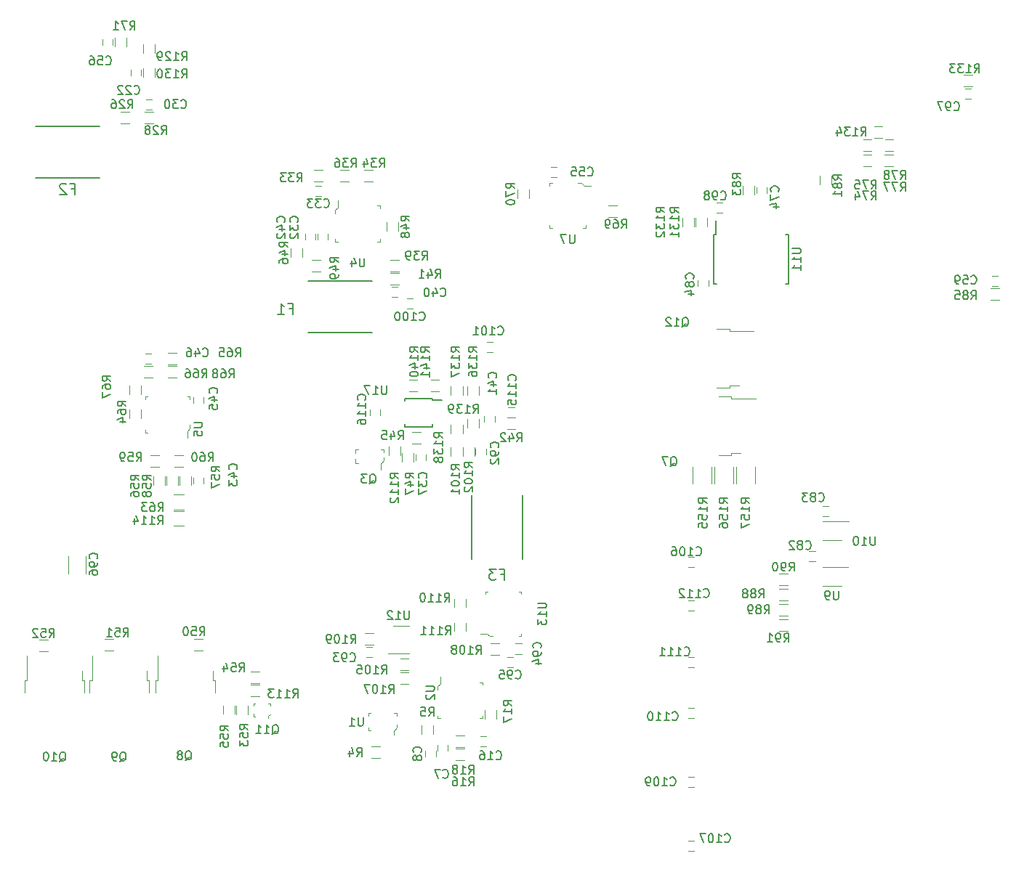
<source format=gbr>
G04 #@! TF.FileFunction,Legend,Bot*
%FSLAX46Y46*%
G04 Gerber Fmt 4.6, Leading zero omitted, Abs format (unit mm)*
G04 Created by KiCad (PCBNEW 4.0.7) date 11/28/18 07:40:14*
%MOMM*%
%LPD*%
G01*
G04 APERTURE LIST*
%ADD10C,0.100000*%
%ADD11C,0.120000*%
%ADD12C,0.203200*%
%ADD13C,0.150000*%
G04 APERTURE END LIST*
D10*
D11*
X80614020Y-68742020D02*
X79914020Y-68742020D01*
X79914020Y-69942020D02*
X80614020Y-69942020D01*
D10*
X50740020Y-79191020D02*
X50740020Y-78791020D01*
X50740020Y-78791020D02*
X51040020Y-78491020D01*
X51040020Y-78491020D02*
X51040020Y-77691020D01*
X55640020Y-78291020D02*
X55940020Y-78291020D01*
X55940020Y-78291020D02*
X55940020Y-78591020D01*
X51040020Y-82491020D02*
X50740020Y-82491020D01*
X50740020Y-82491020D02*
X50740020Y-82191020D01*
X55640020Y-82491020D02*
X55940020Y-82491020D01*
X55940020Y-82491020D02*
X55940020Y-82191020D01*
D11*
X51908020Y-86329020D02*
X51908020Y-85629020D01*
X50708020Y-85629020D02*
X50708020Y-86329020D01*
X50511020Y-86964020D02*
X50511020Y-86264020D01*
X49311020Y-86264020D02*
X49311020Y-86964020D01*
X55669020Y-85817020D02*
X56369020Y-85817020D01*
X56369020Y-84617020D02*
X55669020Y-84617020D01*
X17420968Y-10306658D02*
X16720968Y-10306658D01*
X16720968Y-11506658D02*
X17420968Y-11506658D01*
X36751830Y-25998682D02*
X36751830Y-26698682D01*
X37951830Y-26698682D02*
X37951830Y-25998682D01*
X37193830Y-20414682D02*
X36493830Y-20414682D01*
X36493830Y-21614682D02*
X37193830Y-21614682D01*
X45370020Y-33366020D02*
X46070020Y-33366020D01*
X46070020Y-32166020D02*
X45370020Y-32166020D01*
X57369020Y-47963020D02*
X57369020Y-47263020D01*
X56169020Y-47263020D02*
X56169020Y-47963020D01*
X35321810Y-25965662D02*
X35321810Y-26665662D01*
X36521810Y-26665662D02*
X36521810Y-25965662D01*
X22287770Y-54430938D02*
X22287770Y-55130938D01*
X23487770Y-55130938D02*
X23487770Y-54430938D01*
X23487770Y-45732938D02*
X23487770Y-45032938D01*
X22287770Y-45032938D02*
X22287770Y-45732938D01*
X16695770Y-41156938D02*
X17395770Y-41156938D01*
X17395770Y-39956938D02*
X16695770Y-39956938D01*
X64612020Y-18196020D02*
X63912020Y-18196020D01*
X63912020Y-19396020D02*
X64612020Y-19396020D01*
X12886000Y-4000000D02*
X12886000Y-3300000D01*
X11686000Y-3300000D02*
X11686000Y-4000000D01*
X115314000Y-32143248D02*
X116014000Y-32143248D01*
X116014000Y-30943248D02*
X115314000Y-30943248D01*
X87886000Y-20572000D02*
X87886000Y-21272000D01*
X89086000Y-21272000D02*
X89086000Y-20572000D01*
X94011020Y-64227020D02*
X94711020Y-64227020D01*
X94711020Y-63027020D02*
X94011020Y-63027020D01*
X96286097Y-57720007D02*
X95586097Y-57720007D01*
X95586097Y-58920007D02*
X96286097Y-58920007D01*
X81061020Y-31388020D02*
X81061020Y-32088020D01*
X82261020Y-32088020D02*
X82261020Y-31388020D01*
X55153020Y-51085020D02*
X55153020Y-51785020D01*
X56353020Y-51785020D02*
X56353020Y-51085020D01*
X42416000Y-75370000D02*
X43116000Y-75370000D01*
X43116000Y-74170000D02*
X42416000Y-74170000D01*
X59815000Y-74989000D02*
X60515000Y-74989000D01*
X60515000Y-73789000D02*
X59815000Y-73789000D01*
X59520020Y-75346020D02*
X58820020Y-75346020D01*
X58820020Y-76546020D02*
X59520020Y-76546020D01*
D12*
X43118020Y-31544020D02*
X35618020Y-31544020D01*
X43118020Y-37544020D02*
X35618020Y-37544020D01*
X3870020Y-19510020D02*
X11370020Y-19510020D01*
X3870020Y-13510020D02*
X11370020Y-13510020D01*
D11*
X17886020Y-79548020D02*
X17886020Y-78048020D01*
X17886020Y-78048020D02*
X18156020Y-78048020D01*
X18156020Y-78048020D02*
X18156020Y-75218020D01*
X24786020Y-79548020D02*
X24786020Y-78048020D01*
X24786020Y-78048020D02*
X24516020Y-78048020D01*
X24516020Y-78048020D02*
X24516020Y-76948020D01*
X10200000Y-79548020D02*
X10200000Y-78048020D01*
X10200000Y-78048020D02*
X10470000Y-78048020D01*
X10470000Y-78048020D02*
X10470000Y-75218020D01*
X17100000Y-79548020D02*
X17100000Y-78048020D01*
X17100000Y-78048020D02*
X16830000Y-78048020D01*
X16830000Y-78048020D02*
X16830000Y-76948020D01*
X2646020Y-79548020D02*
X2646020Y-78048020D01*
X2646020Y-78048020D02*
X2916020Y-78048020D01*
X2916020Y-78048020D02*
X2916020Y-75218020D01*
X9546020Y-79548020D02*
X9546020Y-78048020D01*
X9546020Y-78048020D02*
X9276020Y-78048020D01*
X9276020Y-78048020D02*
X9276020Y-76948020D01*
D10*
X31201020Y-80759020D02*
X31001020Y-80759020D01*
X29451020Y-80759020D02*
X29251020Y-80759020D01*
X29451020Y-82309020D02*
X29276020Y-82309020D01*
X29276020Y-82309020D02*
X29276020Y-81959020D01*
X31201020Y-82034020D02*
X31001020Y-82259020D01*
X31001020Y-82259020D02*
X31001020Y-82484020D01*
X31201020Y-80759020D02*
X31201020Y-81009020D01*
X29251020Y-80759020D02*
X29251020Y-81009020D01*
D11*
X44028000Y-85774000D02*
X43028000Y-85774000D01*
X43028000Y-87134000D02*
X44028000Y-87134000D01*
X50210020Y-84320020D02*
X50210020Y-83320020D01*
X48850020Y-83320020D02*
X48850020Y-84320020D01*
X52840020Y-87421020D02*
X53840020Y-87421020D01*
X53840020Y-86061020D02*
X52840020Y-86061020D01*
X56216020Y-81542020D02*
X56216020Y-82542020D01*
X57576020Y-82542020D02*
X57576020Y-81542020D01*
X53840020Y-84537020D02*
X52840020Y-84537020D01*
X52840020Y-85897020D02*
X53840020Y-85897020D01*
X14776968Y-11750658D02*
X13776968Y-11750658D01*
X13776968Y-13110658D02*
X14776968Y-13110658D01*
X17578568Y-11809058D02*
X16578568Y-11809058D01*
X16578568Y-13169058D02*
X17578568Y-13169058D01*
X37343830Y-18556682D02*
X36343830Y-18556682D01*
X36343830Y-19916682D02*
X37343830Y-19916682D01*
X43185830Y-18556682D02*
X42185830Y-18556682D01*
X42185830Y-19916682D02*
X43185830Y-19916682D01*
X40391830Y-18556682D02*
X39391830Y-18556682D01*
X39391830Y-19916682D02*
X40391830Y-19916682D01*
X46220020Y-29038020D02*
X45220020Y-29038020D01*
X45220020Y-30398020D02*
X46220020Y-30398020D01*
X45220020Y-31922020D02*
X46220020Y-31922020D01*
X46220020Y-30562020D02*
X45220020Y-30562020D01*
X58809020Y-48813020D02*
X59809020Y-48813020D01*
X59809020Y-47453020D02*
X58809020Y-47453020D01*
X34970020Y-28694020D02*
X34970020Y-27694020D01*
X33610020Y-27694020D02*
X33610020Y-28694020D01*
X47924020Y-52570020D02*
X47924020Y-51570020D01*
X46564020Y-51570020D02*
X46564020Y-52570020D01*
X44786020Y-24646020D02*
X44786020Y-25646020D01*
X46146020Y-25646020D02*
X46146020Y-24646020D01*
X37076020Y-29038020D02*
X36076020Y-29038020D01*
X36076020Y-30398020D02*
X37076020Y-30398020D01*
X22360020Y-74594020D02*
X23360020Y-74594020D01*
X23360020Y-73234020D02*
X22360020Y-73234020D01*
X11946020Y-74594020D02*
X12946020Y-74594020D01*
X12946020Y-73234020D02*
X11946020Y-73234020D01*
X4326020Y-74721020D02*
X5326020Y-74721020D01*
X5326020Y-73361020D02*
X4326020Y-73361020D01*
X28620020Y-82034020D02*
X28620020Y-81034020D01*
X27260020Y-81034020D02*
X27260020Y-82034020D01*
X29964020Y-77044020D02*
X28964020Y-77044020D01*
X28964020Y-78404020D02*
X29964020Y-78404020D01*
X27063000Y-82001000D02*
X27063000Y-81001000D01*
X25703000Y-81001000D02*
X25703000Y-82001000D01*
X18995770Y-55280938D02*
X18995770Y-54280938D01*
X17635770Y-54280938D02*
X17635770Y-55280938D01*
X20683770Y-54280938D02*
X20683770Y-55280938D01*
X22043770Y-55280938D02*
X22043770Y-54280938D01*
X20519770Y-55280938D02*
X20519770Y-54280938D01*
X19159770Y-54280938D02*
X19159770Y-55280938D01*
X17307770Y-53174938D02*
X18307770Y-53174938D01*
X18307770Y-51814938D02*
X17307770Y-51814938D01*
X20101770Y-53174938D02*
X21101770Y-53174938D01*
X21101770Y-51814938D02*
X20101770Y-51814938D01*
X21201770Y-56440938D02*
X20001770Y-56440938D01*
X20001770Y-58200938D02*
X21201770Y-58200938D01*
X16174020Y-47490020D02*
X16174020Y-46490020D01*
X14814020Y-46490020D02*
X14814020Y-47490020D01*
X20339770Y-39876938D02*
X19339770Y-39876938D01*
X19339770Y-41236938D02*
X20339770Y-41236938D01*
X16545770Y-42760938D02*
X17545770Y-42760938D01*
X17545770Y-41400938D02*
X16545770Y-41400938D01*
X14814020Y-43696020D02*
X14814020Y-44696020D01*
X16174020Y-44696020D02*
X16174020Y-43696020D01*
X19339770Y-42760938D02*
X20339770Y-42760938D01*
X20339770Y-41400938D02*
X19339770Y-41400938D01*
X70620020Y-24048020D02*
X71620020Y-24048020D01*
X71620020Y-22688020D02*
X70620020Y-22688020D01*
X61386000Y-21836020D02*
X61386000Y-20836020D01*
X60026000Y-20836020D02*
X60026000Y-21836020D01*
X14490000Y-4150000D02*
X14490000Y-3150000D01*
X13130000Y-3150000D02*
X13130000Y-4150000D01*
X101287618Y-16796082D02*
X100287618Y-16796082D01*
X100287618Y-18156082D02*
X101287618Y-18156082D01*
X101287618Y-15018082D02*
X100287618Y-15018082D01*
X100287618Y-16378082D02*
X101287618Y-16378082D01*
X103815618Y-16796082D02*
X102815618Y-16796082D01*
X102815618Y-18156082D02*
X103815618Y-18156082D01*
X103827618Y-15018082D02*
X102827618Y-15018082D01*
X102827618Y-16378082D02*
X103827618Y-16378082D01*
X95281618Y-19262082D02*
X95281618Y-20262082D01*
X96641618Y-20262082D02*
X96641618Y-19262082D01*
X87642000Y-21422000D02*
X87642000Y-20422000D01*
X86282000Y-20422000D02*
X86282000Y-21422000D01*
X115164000Y-33747248D02*
X116164000Y-33747248D01*
X116164000Y-32387248D02*
X115164000Y-32387248D01*
X91528513Y-67425849D02*
X90528513Y-67425849D01*
X90528513Y-68785849D02*
X91528513Y-68785849D01*
X91528513Y-69203849D02*
X90528513Y-69203849D01*
X90528513Y-70563849D02*
X91528513Y-70563849D01*
X90528513Y-67007849D02*
X91528513Y-67007849D01*
X91528513Y-65647849D02*
X90528513Y-65647849D01*
X90528513Y-72341849D02*
X91528513Y-72341849D01*
X91528513Y-70981849D02*
X90528513Y-70981849D01*
X53639020Y-51935020D02*
X53639020Y-50935020D01*
X52279020Y-50935020D02*
X52279020Y-51935020D01*
X53676020Y-50935020D02*
X53676020Y-51935020D01*
X55036020Y-51935020D02*
X55036020Y-50935020D01*
X47363020Y-75520020D02*
X46363020Y-75520020D01*
X46363020Y-76880020D02*
X47363020Y-76880020D01*
X47363020Y-77171020D02*
X46363020Y-77171020D01*
X46363020Y-78531020D02*
X47363020Y-78531020D01*
X56892020Y-75102020D02*
X57892020Y-75102020D01*
X57892020Y-73742020D02*
X56892020Y-73742020D01*
X42266000Y-73926000D02*
X43266000Y-73926000D01*
X43266000Y-72566000D02*
X42266000Y-72566000D01*
X52627000Y-68555000D02*
X52627000Y-69555000D01*
X53987000Y-69555000D02*
X53987000Y-68555000D01*
X52627000Y-71349000D02*
X52627000Y-72349000D01*
X53987000Y-72349000D02*
X53987000Y-71349000D01*
D10*
X45615000Y-81898000D02*
X45940000Y-81898000D01*
X45940000Y-81898000D02*
X45940000Y-82198000D01*
X42965000Y-83898000D02*
X42640000Y-83898000D01*
X42640000Y-83898000D02*
X42640000Y-83598000D01*
X42940000Y-81898000D02*
X42640000Y-81898000D01*
X42640000Y-81898000D02*
X42640000Y-82223000D01*
X45940000Y-83573000D02*
X45715000Y-83898000D01*
X45715000Y-83898000D02*
X45615000Y-83898000D01*
X45615000Y-83898000D02*
X45615000Y-84423000D01*
X45940000Y-83573000D02*
X45940000Y-83198000D01*
X38815830Y-23624682D02*
X38815830Y-23224682D01*
X38815830Y-23224682D02*
X39115830Y-22924682D01*
X39115830Y-22924682D02*
X39115830Y-22124682D01*
X43715830Y-22724682D02*
X44015830Y-22724682D01*
X44015830Y-22724682D02*
X44015830Y-23024682D01*
X39115830Y-26924682D02*
X38815830Y-26924682D01*
X38815830Y-26924682D02*
X38815830Y-26624682D01*
X43715830Y-26924682D02*
X44015830Y-26924682D01*
X44015830Y-26924682D02*
X44015830Y-26624682D01*
X21873370Y-48302538D02*
X21873370Y-48702538D01*
X21873370Y-48702538D02*
X21573370Y-49002538D01*
X21573370Y-49002538D02*
X21573370Y-49802538D01*
X16973370Y-49202538D02*
X16673370Y-49202538D01*
X16673370Y-49202538D02*
X16673370Y-48902538D01*
X21573370Y-45002538D02*
X21873370Y-45002538D01*
X21873370Y-45002538D02*
X21873370Y-45302538D01*
X16973370Y-45002538D02*
X16673370Y-45002538D01*
X16673370Y-45002538D02*
X16673370Y-45302538D01*
D11*
X45582000Y-71730000D02*
X47382000Y-71730000D01*
X47382000Y-74950000D02*
X44932000Y-74950000D01*
D10*
X57187000Y-72925000D02*
X56787000Y-72925000D01*
X56787000Y-72925000D02*
X56487000Y-72625000D01*
X56487000Y-72625000D02*
X55687000Y-72625000D01*
X56287000Y-68025000D02*
X56287000Y-67725000D01*
X56287000Y-67725000D02*
X56587000Y-67725000D01*
X60487000Y-72625000D02*
X60487000Y-72925000D01*
X60487000Y-72925000D02*
X60187000Y-72925000D01*
X60487000Y-68025000D02*
X60487000Y-67725000D01*
X60487000Y-67725000D02*
X60187000Y-67725000D01*
X67087600Y-20107600D02*
X67487600Y-20107600D01*
X67487600Y-20107600D02*
X67787600Y-20407600D01*
X67787600Y-20407600D02*
X68587600Y-20407600D01*
X67987600Y-25007600D02*
X67987600Y-25307600D01*
X67987600Y-25307600D02*
X67687600Y-25307600D01*
X63787600Y-20407600D02*
X63787600Y-20107600D01*
X63787600Y-20107600D02*
X64087600Y-20107600D01*
X63787600Y-25007600D02*
X63787600Y-25307600D01*
X63787600Y-25307600D02*
X64087600Y-25307600D01*
D11*
X95590497Y-67032407D02*
X97790497Y-67032407D01*
X95590497Y-64832407D02*
X98590497Y-64832407D01*
X95598097Y-61706007D02*
X97798097Y-61706007D01*
X95598097Y-59506007D02*
X98598097Y-59506007D01*
X46400020Y-51808020D02*
X46400020Y-50808020D01*
X45040020Y-50808020D02*
X45040020Y-51808020D01*
X28964020Y-79928020D02*
X29964020Y-79928020D01*
X29964020Y-78568020D02*
X28964020Y-78568020D01*
X9750000Y-63610000D02*
X9750000Y-65610000D01*
X7710000Y-65610000D02*
X7710000Y-63610000D01*
X17792000Y-4912000D02*
X17792000Y-3912000D01*
X16432000Y-3912000D02*
X16432000Y-4912000D01*
X17792000Y-7706000D02*
X17792000Y-6706000D01*
X16432000Y-6706000D02*
X16432000Y-7706000D01*
X16188000Y-7556000D02*
X16188000Y-6856000D01*
X14988000Y-6856000D02*
X14988000Y-7556000D01*
D13*
X82924020Y-26081020D02*
X83149020Y-26081020D01*
X82924020Y-31831020D02*
X83224020Y-31831020D01*
X91574020Y-31831020D02*
X91274020Y-31831020D01*
X91574020Y-26081020D02*
X91274020Y-26081020D01*
X82924020Y-26081020D02*
X82924020Y-31831020D01*
X91574020Y-26081020D02*
X91574020Y-31831020D01*
X83149020Y-26081020D02*
X83149020Y-24481020D01*
D11*
X82128176Y-25125744D02*
X82128176Y-24125744D01*
X80768176Y-24125744D02*
X80768176Y-25125744D01*
X80604176Y-25125744D02*
X80604176Y-24125744D01*
X79244176Y-24125744D02*
X79244176Y-25125744D01*
X112872020Y-9073024D02*
X112172020Y-9073024D01*
X112172020Y-10273024D02*
X112872020Y-10273024D01*
D12*
X54658020Y-56450020D02*
X54658020Y-63950020D01*
X60658020Y-56450020D02*
X60658020Y-63950020D01*
D11*
X21168750Y-58312918D02*
X19968750Y-58312918D01*
X19968750Y-60072918D02*
X21168750Y-60072918D01*
X113022020Y-7469024D02*
X112022020Y-7469024D01*
X112022020Y-8829024D02*
X113022020Y-8829024D01*
X102557618Y-13494082D02*
X101557618Y-13494082D01*
X101557618Y-14854082D02*
X102557618Y-14854082D01*
X83216020Y-23587020D02*
X83916020Y-23587020D01*
X83916020Y-22387020D02*
X83216020Y-22387020D01*
X47848020Y-33563020D02*
X47148020Y-33563020D01*
X47148020Y-34763020D02*
X47848020Y-34763020D01*
X57182520Y-38579520D02*
X56482520Y-38579520D01*
X56482520Y-39779520D02*
X57182520Y-39779520D01*
X80614020Y-63662020D02*
X79914020Y-63662020D01*
X79914020Y-64862020D02*
X80614020Y-64862020D01*
X80614020Y-96745520D02*
X79914020Y-96745520D01*
X79914020Y-97945520D02*
X80614020Y-97945520D01*
X80614020Y-89316020D02*
X79914020Y-89316020D01*
X79914020Y-90516020D02*
X80614020Y-90516020D01*
X80614020Y-81315020D02*
X79914020Y-81315020D01*
X79914020Y-82515020D02*
X80614020Y-82515020D01*
X80614020Y-75346020D02*
X79914020Y-75346020D01*
X79914020Y-76546020D02*
X80614020Y-76546020D01*
X59659020Y-46263020D02*
X58959020Y-46263020D01*
X58959020Y-47463020D02*
X59659020Y-47463020D01*
X44034020Y-47213020D02*
X44034020Y-46513020D01*
X42834020Y-46513020D02*
X42834020Y-47213020D01*
X55544020Y-44823020D02*
X55544020Y-43823020D01*
X54184020Y-43823020D02*
X54184020Y-44823020D01*
X53639020Y-44823020D02*
X53639020Y-43823020D01*
X52279020Y-43823020D02*
X52279020Y-44823020D01*
X52279020Y-48268020D02*
X52279020Y-49268020D01*
X53639020Y-49268020D02*
X53639020Y-48268020D01*
X55544020Y-48633020D02*
X55544020Y-47633020D01*
X54184020Y-47633020D02*
X54184020Y-48633020D01*
X48379020Y-43008020D02*
X47379020Y-43008020D01*
X47379020Y-44368020D02*
X48379020Y-44368020D01*
X50919020Y-43008020D02*
X49919020Y-43008020D01*
X49919020Y-44368020D02*
X50919020Y-44368020D01*
D13*
X50139020Y-45238020D02*
X50139020Y-45413020D01*
X46889020Y-45238020D02*
X46889020Y-45513020D01*
X46889020Y-48488020D02*
X46889020Y-48213020D01*
X50139020Y-48488020D02*
X50139020Y-48213020D01*
X50139020Y-45238020D02*
X46889020Y-45238020D01*
X50139020Y-48488020D02*
X46889020Y-48488020D01*
X50139020Y-45413020D02*
X51214020Y-45413020D01*
D11*
X49368020Y-52420020D02*
X49368020Y-51720020D01*
X48168020Y-51720020D02*
X48168020Y-52420020D01*
D10*
X44449020Y-52118020D02*
X44449020Y-52393020D01*
X44449020Y-52393020D02*
X44174020Y-52768020D01*
X44174020Y-52768020D02*
X44124020Y-52768020D01*
X44124020Y-52768020D02*
X44124020Y-53543020D01*
X41149020Y-52293020D02*
X41149020Y-52768020D01*
X41149020Y-52768020D02*
X41499020Y-52768020D01*
X41374020Y-51118020D02*
X41499020Y-51118020D01*
X41449020Y-51118020D02*
X41149020Y-51118020D01*
X41149020Y-51118020D02*
X41149020Y-51568020D01*
X44449020Y-51493020D02*
X44449020Y-51118020D01*
X44449020Y-51118020D02*
X44149020Y-51118020D01*
D11*
X48760020Y-49104020D02*
X47760020Y-49104020D01*
X47760020Y-50464020D02*
X48760020Y-50464020D01*
X83452020Y-44937020D02*
X84952020Y-44937020D01*
X84952020Y-44937020D02*
X84952020Y-45207020D01*
X84952020Y-45207020D02*
X87782020Y-45207020D01*
X83452020Y-51837020D02*
X84952020Y-51837020D01*
X84952020Y-51837020D02*
X84952020Y-51567020D01*
X84952020Y-51567020D02*
X86052020Y-51567020D01*
X83222020Y-37062020D02*
X84722020Y-37062020D01*
X84722020Y-37062020D02*
X84722020Y-37332020D01*
X84722020Y-37332020D02*
X87552020Y-37332020D01*
X83222020Y-43962020D02*
X84722020Y-43962020D01*
X84722020Y-43962020D02*
X84722020Y-43692020D01*
X84722020Y-43692020D02*
X85822020Y-43692020D01*
X80464020Y-53155020D02*
X80464020Y-55155020D01*
X82604020Y-55155020D02*
X82604020Y-53155020D01*
X83004020Y-53155020D02*
X83004020Y-55155020D01*
X85144020Y-55155020D02*
X85144020Y-53155020D01*
X85544020Y-53155020D02*
X85544020Y-55155020D01*
X87684020Y-55155020D02*
X87684020Y-53155020D01*
D13*
X81738667Y-68302163D02*
X81786286Y-68349782D01*
X81929143Y-68397401D01*
X82024381Y-68397401D01*
X82167239Y-68349782D01*
X82262477Y-68254544D01*
X82310096Y-68159306D01*
X82357715Y-67968830D01*
X82357715Y-67825972D01*
X82310096Y-67635496D01*
X82262477Y-67540258D01*
X82167239Y-67445020D01*
X82024381Y-67397401D01*
X81929143Y-67397401D01*
X81786286Y-67445020D01*
X81738667Y-67492639D01*
X80786286Y-68397401D02*
X81357715Y-68397401D01*
X81072001Y-68397401D02*
X81072001Y-67397401D01*
X81167239Y-67540258D01*
X81262477Y-67635496D01*
X81357715Y-67683115D01*
X79833905Y-68397401D02*
X80405334Y-68397401D01*
X80119620Y-68397401D02*
X80119620Y-67397401D01*
X80214858Y-67540258D01*
X80310096Y-67635496D01*
X80405334Y-67683115D01*
X79452953Y-67492639D02*
X79405334Y-67445020D01*
X79310096Y-67397401D01*
X79072000Y-67397401D01*
X78976762Y-67445020D01*
X78929143Y-67492639D01*
X78881524Y-67587877D01*
X78881524Y-67683115D01*
X78929143Y-67825972D01*
X79500572Y-68397401D01*
X78881524Y-68397401D01*
X49363401Y-78740115D02*
X50172925Y-78740115D01*
X50268163Y-78787734D01*
X50315782Y-78835353D01*
X50363401Y-78930591D01*
X50363401Y-79121068D01*
X50315782Y-79216306D01*
X50268163Y-79263925D01*
X50172925Y-79311544D01*
X49363401Y-79311544D01*
X49458639Y-79740115D02*
X49411020Y-79787734D01*
X49363401Y-79882972D01*
X49363401Y-80121068D01*
X49411020Y-80216306D01*
X49458639Y-80263925D01*
X49553877Y-80311544D01*
X49649115Y-80311544D01*
X49791972Y-80263925D01*
X50363401Y-79692496D01*
X50363401Y-80311544D01*
X51347686Y-89384163D02*
X51395305Y-89431782D01*
X51538162Y-89479401D01*
X51633400Y-89479401D01*
X51776258Y-89431782D01*
X51871496Y-89336544D01*
X51919115Y-89241306D01*
X51966734Y-89050830D01*
X51966734Y-88907972D01*
X51919115Y-88717496D01*
X51871496Y-88622258D01*
X51776258Y-88527020D01*
X51633400Y-88479401D01*
X51538162Y-88479401D01*
X51395305Y-88527020D01*
X51347686Y-88574639D01*
X51014353Y-88479401D02*
X50347686Y-88479401D01*
X50776258Y-89479401D01*
X48768163Y-86447354D02*
X48815782Y-86399735D01*
X48863401Y-86256878D01*
X48863401Y-86161640D01*
X48815782Y-86018782D01*
X48720544Y-85923544D01*
X48625306Y-85875925D01*
X48434830Y-85828306D01*
X48291972Y-85828306D01*
X48101496Y-85875925D01*
X48006258Y-85923544D01*
X47911020Y-86018782D01*
X47863401Y-86161640D01*
X47863401Y-86256878D01*
X47911020Y-86399735D01*
X47958639Y-86447354D01*
X48291972Y-87018782D02*
X48244353Y-86923544D01*
X48196734Y-86875925D01*
X48101496Y-86828306D01*
X48053877Y-86828306D01*
X47958639Y-86875925D01*
X47911020Y-86923544D01*
X47863401Y-87018782D01*
X47863401Y-87209259D01*
X47911020Y-87304497D01*
X47958639Y-87352116D01*
X48053877Y-87399735D01*
X48101496Y-87399735D01*
X48196734Y-87352116D01*
X48244353Y-87304497D01*
X48291972Y-87209259D01*
X48291972Y-87018782D01*
X48339591Y-86923544D01*
X48387210Y-86875925D01*
X48482449Y-86828306D01*
X48672925Y-86828306D01*
X48768163Y-86875925D01*
X48815782Y-86923544D01*
X48863401Y-87018782D01*
X48863401Y-87209259D01*
X48815782Y-87304497D01*
X48768163Y-87352116D01*
X48672925Y-87399735D01*
X48482449Y-87399735D01*
X48387210Y-87352116D01*
X48339591Y-87304497D01*
X48291972Y-87209259D01*
X57538877Y-87225163D02*
X57586496Y-87272782D01*
X57729353Y-87320401D01*
X57824591Y-87320401D01*
X57967449Y-87272782D01*
X58062687Y-87177544D01*
X58110306Y-87082306D01*
X58157925Y-86891830D01*
X58157925Y-86748972D01*
X58110306Y-86558496D01*
X58062687Y-86463258D01*
X57967449Y-86368020D01*
X57824591Y-86320401D01*
X57729353Y-86320401D01*
X57586496Y-86368020D01*
X57538877Y-86415639D01*
X56586496Y-87320401D02*
X57157925Y-87320401D01*
X56872211Y-87320401D02*
X56872211Y-86320401D01*
X56967449Y-86463258D01*
X57062687Y-86558496D01*
X57157925Y-86606115D01*
X55729353Y-86320401D02*
X55919830Y-86320401D01*
X56015068Y-86368020D01*
X56062687Y-86415639D01*
X56157925Y-86558496D01*
X56205544Y-86748972D01*
X56205544Y-87129925D01*
X56157925Y-87225163D01*
X56110306Y-87272782D01*
X56015068Y-87320401D01*
X55824591Y-87320401D01*
X55729353Y-87272782D01*
X55681734Y-87225163D01*
X55634115Y-87129925D01*
X55634115Y-86891830D01*
X55681734Y-86796591D01*
X55729353Y-86748972D01*
X55824591Y-86701353D01*
X56015068Y-86701353D01*
X56110306Y-86748972D01*
X56157925Y-86796591D01*
X56205544Y-86891830D01*
X20835877Y-11279163D02*
X20883496Y-11326782D01*
X21026353Y-11374401D01*
X21121591Y-11374401D01*
X21264449Y-11326782D01*
X21359687Y-11231544D01*
X21407306Y-11136306D01*
X21454925Y-10945830D01*
X21454925Y-10802972D01*
X21407306Y-10612496D01*
X21359687Y-10517258D01*
X21264449Y-10422020D01*
X21121591Y-10374401D01*
X21026353Y-10374401D01*
X20883496Y-10422020D01*
X20835877Y-10469639D01*
X20502544Y-10374401D02*
X19883496Y-10374401D01*
X20216830Y-10755353D01*
X20073972Y-10755353D01*
X19978734Y-10802972D01*
X19931115Y-10850591D01*
X19883496Y-10945830D01*
X19883496Y-11183925D01*
X19931115Y-11279163D01*
X19978734Y-11326782D01*
X20073972Y-11374401D01*
X20359687Y-11374401D01*
X20454925Y-11326782D01*
X20502544Y-11279163D01*
X19264449Y-10374401D02*
X19169210Y-10374401D01*
X19073972Y-10422020D01*
X19026353Y-10469639D01*
X18978734Y-10564877D01*
X18931115Y-10755353D01*
X18931115Y-10993449D01*
X18978734Y-11183925D01*
X19026353Y-11279163D01*
X19073972Y-11326782D01*
X19169210Y-11374401D01*
X19264449Y-11374401D01*
X19359687Y-11326782D01*
X19407306Y-11279163D01*
X19454925Y-11183925D01*
X19502544Y-10993449D01*
X19502544Y-10755353D01*
X19454925Y-10564877D01*
X19407306Y-10469639D01*
X19359687Y-10422020D01*
X19264449Y-10374401D01*
X34393163Y-24630163D02*
X34440782Y-24582544D01*
X34488401Y-24439687D01*
X34488401Y-24344449D01*
X34440782Y-24201591D01*
X34345544Y-24106353D01*
X34250306Y-24058734D01*
X34059830Y-24011115D01*
X33916972Y-24011115D01*
X33726496Y-24058734D01*
X33631258Y-24106353D01*
X33536020Y-24201591D01*
X33488401Y-24344449D01*
X33488401Y-24439687D01*
X33536020Y-24582544D01*
X33583639Y-24630163D01*
X33488401Y-24963496D02*
X33488401Y-25582544D01*
X33869353Y-25249210D01*
X33869353Y-25392068D01*
X33916972Y-25487306D01*
X33964591Y-25534925D01*
X34059830Y-25582544D01*
X34297925Y-25582544D01*
X34393163Y-25534925D01*
X34440782Y-25487306D01*
X34488401Y-25392068D01*
X34488401Y-25106353D01*
X34440782Y-25011115D01*
X34393163Y-24963496D01*
X33583639Y-25963496D02*
X33536020Y-26011115D01*
X33488401Y-26106353D01*
X33488401Y-26344449D01*
X33536020Y-26439687D01*
X33583639Y-26487306D01*
X33678877Y-26534925D01*
X33774115Y-26534925D01*
X33916972Y-26487306D01*
X34488401Y-25915877D01*
X34488401Y-26534925D01*
X37472877Y-22836163D02*
X37520496Y-22883782D01*
X37663353Y-22931401D01*
X37758591Y-22931401D01*
X37901449Y-22883782D01*
X37996687Y-22788544D01*
X38044306Y-22693306D01*
X38091925Y-22502830D01*
X38091925Y-22359972D01*
X38044306Y-22169496D01*
X37996687Y-22074258D01*
X37901449Y-21979020D01*
X37758591Y-21931401D01*
X37663353Y-21931401D01*
X37520496Y-21979020D01*
X37472877Y-22026639D01*
X37139544Y-21931401D02*
X36520496Y-21931401D01*
X36853830Y-22312353D01*
X36710972Y-22312353D01*
X36615734Y-22359972D01*
X36568115Y-22407591D01*
X36520496Y-22502830D01*
X36520496Y-22740925D01*
X36568115Y-22836163D01*
X36615734Y-22883782D01*
X36710972Y-22931401D01*
X36996687Y-22931401D01*
X37091925Y-22883782D01*
X37139544Y-22836163D01*
X36187163Y-21931401D02*
X35568115Y-21931401D01*
X35901449Y-22312353D01*
X35758591Y-22312353D01*
X35663353Y-22359972D01*
X35615734Y-22407591D01*
X35568115Y-22502830D01*
X35568115Y-22740925D01*
X35615734Y-22836163D01*
X35663353Y-22883782D01*
X35758591Y-22931401D01*
X36044306Y-22931401D01*
X36139544Y-22883782D01*
X36187163Y-22836163D01*
X51061877Y-33224763D02*
X51109496Y-33272382D01*
X51252353Y-33320001D01*
X51347591Y-33320001D01*
X51490449Y-33272382D01*
X51585687Y-33177144D01*
X51633306Y-33081906D01*
X51680925Y-32891430D01*
X51680925Y-32748572D01*
X51633306Y-32558096D01*
X51585687Y-32462858D01*
X51490449Y-32367620D01*
X51347591Y-32320001D01*
X51252353Y-32320001D01*
X51109496Y-32367620D01*
X51061877Y-32415239D01*
X50204734Y-32653334D02*
X50204734Y-33320001D01*
X50442830Y-32272382D02*
X50680925Y-32986668D01*
X50061877Y-32986668D01*
X49490449Y-32320001D02*
X49395210Y-32320001D01*
X49299972Y-32367620D01*
X49252353Y-32415239D01*
X49204734Y-32510477D01*
X49157115Y-32700953D01*
X49157115Y-32939049D01*
X49204734Y-33129525D01*
X49252353Y-33224763D01*
X49299972Y-33272382D01*
X49395210Y-33320001D01*
X49490449Y-33320001D01*
X49585687Y-33272382D01*
X49633306Y-33224763D01*
X49680925Y-33129525D01*
X49728544Y-32939049D01*
X49728544Y-32700953D01*
X49680925Y-32510477D01*
X49633306Y-32415239D01*
X49585687Y-32367620D01*
X49490449Y-32320001D01*
X57507163Y-42791163D02*
X57554782Y-42743544D01*
X57602401Y-42600687D01*
X57602401Y-42505449D01*
X57554782Y-42362591D01*
X57459544Y-42267353D01*
X57364306Y-42219734D01*
X57173830Y-42172115D01*
X57030972Y-42172115D01*
X56840496Y-42219734D01*
X56745258Y-42267353D01*
X56650020Y-42362591D01*
X56602401Y-42505449D01*
X56602401Y-42600687D01*
X56650020Y-42743544D01*
X56697639Y-42791163D01*
X56935734Y-43648306D02*
X57602401Y-43648306D01*
X56554782Y-43410210D02*
X57269068Y-43172115D01*
X57269068Y-43791163D01*
X57602401Y-44695925D02*
X57602401Y-44124496D01*
X57602401Y-44410210D02*
X56602401Y-44410210D01*
X56745258Y-44314972D01*
X56840496Y-44219734D01*
X56888115Y-44124496D01*
X32869163Y-24630163D02*
X32916782Y-24582544D01*
X32964401Y-24439687D01*
X32964401Y-24344449D01*
X32916782Y-24201591D01*
X32821544Y-24106353D01*
X32726306Y-24058734D01*
X32535830Y-24011115D01*
X32392972Y-24011115D01*
X32202496Y-24058734D01*
X32107258Y-24106353D01*
X32012020Y-24201591D01*
X31964401Y-24344449D01*
X31964401Y-24439687D01*
X32012020Y-24582544D01*
X32059639Y-24630163D01*
X32297734Y-25487306D02*
X32964401Y-25487306D01*
X31916782Y-25249210D02*
X32631068Y-25011115D01*
X32631068Y-25630163D01*
X32059639Y-25963496D02*
X32012020Y-26011115D01*
X31964401Y-26106353D01*
X31964401Y-26344449D01*
X32012020Y-26439687D01*
X32059639Y-26487306D01*
X32154877Y-26534925D01*
X32250115Y-26534925D01*
X32392972Y-26487306D01*
X32964401Y-25915877D01*
X32964401Y-26534925D01*
X27281163Y-53459163D02*
X27328782Y-53411544D01*
X27376401Y-53268687D01*
X27376401Y-53173449D01*
X27328782Y-53030591D01*
X27233544Y-52935353D01*
X27138306Y-52887734D01*
X26947830Y-52840115D01*
X26804972Y-52840115D01*
X26614496Y-52887734D01*
X26519258Y-52935353D01*
X26424020Y-53030591D01*
X26376401Y-53173449D01*
X26376401Y-53268687D01*
X26424020Y-53411544D01*
X26471639Y-53459163D01*
X26709734Y-54316306D02*
X27376401Y-54316306D01*
X26328782Y-54078210D02*
X27043068Y-53840115D01*
X27043068Y-54459163D01*
X26376401Y-54744877D02*
X26376401Y-55363925D01*
X26757353Y-55030591D01*
X26757353Y-55173449D01*
X26804972Y-55268687D01*
X26852591Y-55316306D01*
X26947830Y-55363925D01*
X27185925Y-55363925D01*
X27281163Y-55316306D01*
X27328782Y-55268687D01*
X27376401Y-55173449D01*
X27376401Y-54887734D01*
X27328782Y-54792496D01*
X27281163Y-54744877D01*
X24995163Y-44569163D02*
X25042782Y-44521544D01*
X25090401Y-44378687D01*
X25090401Y-44283449D01*
X25042782Y-44140591D01*
X24947544Y-44045353D01*
X24852306Y-43997734D01*
X24661830Y-43950115D01*
X24518972Y-43950115D01*
X24328496Y-43997734D01*
X24233258Y-44045353D01*
X24138020Y-44140591D01*
X24090401Y-44283449D01*
X24090401Y-44378687D01*
X24138020Y-44521544D01*
X24185639Y-44569163D01*
X24423734Y-45426306D02*
X25090401Y-45426306D01*
X24042782Y-45188210D02*
X24757068Y-44950115D01*
X24757068Y-45569163D01*
X24090401Y-46426306D02*
X24090401Y-45950115D01*
X24566591Y-45902496D01*
X24518972Y-45950115D01*
X24471353Y-46045353D01*
X24471353Y-46283449D01*
X24518972Y-46378687D01*
X24566591Y-46426306D01*
X24661830Y-46473925D01*
X24899925Y-46473925D01*
X24995163Y-46426306D01*
X25042782Y-46378687D01*
X25090401Y-46283449D01*
X25090401Y-46045353D01*
X25042782Y-45950115D01*
X24995163Y-45902496D01*
X23375877Y-40235163D02*
X23423496Y-40282782D01*
X23566353Y-40330401D01*
X23661591Y-40330401D01*
X23804449Y-40282782D01*
X23899687Y-40187544D01*
X23947306Y-40092306D01*
X23994925Y-39901830D01*
X23994925Y-39758972D01*
X23947306Y-39568496D01*
X23899687Y-39473258D01*
X23804449Y-39378020D01*
X23661591Y-39330401D01*
X23566353Y-39330401D01*
X23423496Y-39378020D01*
X23375877Y-39425639D01*
X22518734Y-39663734D02*
X22518734Y-40330401D01*
X22756830Y-39282782D02*
X22994925Y-39997068D01*
X22375877Y-39997068D01*
X21566353Y-39330401D02*
X21756830Y-39330401D01*
X21852068Y-39378020D01*
X21899687Y-39425639D01*
X21994925Y-39568496D01*
X22042544Y-39758972D01*
X22042544Y-40139925D01*
X21994925Y-40235163D01*
X21947306Y-40282782D01*
X21852068Y-40330401D01*
X21661591Y-40330401D01*
X21566353Y-40282782D01*
X21518734Y-40235163D01*
X21471115Y-40139925D01*
X21471115Y-39901830D01*
X21518734Y-39806591D01*
X21566353Y-39758972D01*
X21661591Y-39711353D01*
X21852068Y-39711353D01*
X21947306Y-39758972D01*
X21994925Y-39806591D01*
X22042544Y-39901830D01*
X68206877Y-19153163D02*
X68254496Y-19200782D01*
X68397353Y-19248401D01*
X68492591Y-19248401D01*
X68635449Y-19200782D01*
X68730687Y-19105544D01*
X68778306Y-19010306D01*
X68825925Y-18819830D01*
X68825925Y-18676972D01*
X68778306Y-18486496D01*
X68730687Y-18391258D01*
X68635449Y-18296020D01*
X68492591Y-18248401D01*
X68397353Y-18248401D01*
X68254496Y-18296020D01*
X68206877Y-18343639D01*
X67302115Y-18248401D02*
X67778306Y-18248401D01*
X67825925Y-18724591D01*
X67778306Y-18676972D01*
X67683068Y-18629353D01*
X67444972Y-18629353D01*
X67349734Y-18676972D01*
X67302115Y-18724591D01*
X67254496Y-18819830D01*
X67254496Y-19057925D01*
X67302115Y-19153163D01*
X67349734Y-19200782D01*
X67444972Y-19248401D01*
X67683068Y-19248401D01*
X67778306Y-19200782D01*
X67825925Y-19153163D01*
X66349734Y-18248401D02*
X66825925Y-18248401D01*
X66873544Y-18724591D01*
X66825925Y-18676972D01*
X66730687Y-18629353D01*
X66492591Y-18629353D01*
X66397353Y-18676972D01*
X66349734Y-18724591D01*
X66302115Y-18819830D01*
X66302115Y-19057925D01*
X66349734Y-19153163D01*
X66397353Y-19200782D01*
X66492591Y-19248401D01*
X66730687Y-19248401D01*
X66825925Y-19200782D01*
X66873544Y-19153163D01*
X12072877Y-6199163D02*
X12120496Y-6246782D01*
X12263353Y-6294401D01*
X12358591Y-6294401D01*
X12501449Y-6246782D01*
X12596687Y-6151544D01*
X12644306Y-6056306D01*
X12691925Y-5865830D01*
X12691925Y-5722972D01*
X12644306Y-5532496D01*
X12596687Y-5437258D01*
X12501449Y-5342020D01*
X12358591Y-5294401D01*
X12263353Y-5294401D01*
X12120496Y-5342020D01*
X12072877Y-5389639D01*
X11168115Y-5294401D02*
X11644306Y-5294401D01*
X11691925Y-5770591D01*
X11644306Y-5722972D01*
X11549068Y-5675353D01*
X11310972Y-5675353D01*
X11215734Y-5722972D01*
X11168115Y-5770591D01*
X11120496Y-5865830D01*
X11120496Y-6103925D01*
X11168115Y-6199163D01*
X11215734Y-6246782D01*
X11310972Y-6294401D01*
X11549068Y-6294401D01*
X11644306Y-6246782D01*
X11691925Y-6199163D01*
X10263353Y-5294401D02*
X10453830Y-5294401D01*
X10549068Y-5342020D01*
X10596687Y-5389639D01*
X10691925Y-5532496D01*
X10739544Y-5722972D01*
X10739544Y-6103925D01*
X10691925Y-6199163D01*
X10644306Y-6246782D01*
X10549068Y-6294401D01*
X10358591Y-6294401D01*
X10263353Y-6246782D01*
X10215734Y-6199163D01*
X10168115Y-6103925D01*
X10168115Y-5865830D01*
X10215734Y-5770591D01*
X10263353Y-5722972D01*
X10358591Y-5675353D01*
X10549068Y-5675353D01*
X10644306Y-5722972D01*
X10691925Y-5770591D01*
X10739544Y-5865830D01*
X112885477Y-31776963D02*
X112933096Y-31824582D01*
X113075953Y-31872201D01*
X113171191Y-31872201D01*
X113314049Y-31824582D01*
X113409287Y-31729344D01*
X113456906Y-31634106D01*
X113504525Y-31443630D01*
X113504525Y-31300772D01*
X113456906Y-31110296D01*
X113409287Y-31015058D01*
X113314049Y-30919820D01*
X113171191Y-30872201D01*
X113075953Y-30872201D01*
X112933096Y-30919820D01*
X112885477Y-30967439D01*
X111980715Y-30872201D02*
X112456906Y-30872201D01*
X112504525Y-31348391D01*
X112456906Y-31300772D01*
X112361668Y-31253153D01*
X112123572Y-31253153D01*
X112028334Y-31300772D01*
X111980715Y-31348391D01*
X111933096Y-31443630D01*
X111933096Y-31681725D01*
X111980715Y-31776963D01*
X112028334Y-31824582D01*
X112123572Y-31872201D01*
X112361668Y-31872201D01*
X112456906Y-31824582D01*
X112504525Y-31776963D01*
X111456906Y-31872201D02*
X111266430Y-31872201D01*
X111171191Y-31824582D01*
X111123572Y-31776963D01*
X111028334Y-31634106D01*
X110980715Y-31443630D01*
X110980715Y-31062677D01*
X111028334Y-30967439D01*
X111075953Y-30919820D01*
X111171191Y-30872201D01*
X111361668Y-30872201D01*
X111456906Y-30919820D01*
X111504525Y-30967439D01*
X111552144Y-31062677D01*
X111552144Y-31300772D01*
X111504525Y-31396010D01*
X111456906Y-31443630D01*
X111361668Y-31491249D01*
X111171191Y-31491249D01*
X111075953Y-31443630D01*
X111028334Y-31396010D01*
X110980715Y-31300772D01*
X90400163Y-21074163D02*
X90447782Y-21026544D01*
X90495401Y-20883687D01*
X90495401Y-20788449D01*
X90447782Y-20645591D01*
X90352544Y-20550353D01*
X90257306Y-20502734D01*
X90066830Y-20455115D01*
X89923972Y-20455115D01*
X89733496Y-20502734D01*
X89638258Y-20550353D01*
X89543020Y-20645591D01*
X89495401Y-20788449D01*
X89495401Y-20883687D01*
X89543020Y-21026544D01*
X89590639Y-21074163D01*
X89495401Y-21407496D02*
X89495401Y-22074163D01*
X90495401Y-21645591D01*
X89828734Y-22883687D02*
X90495401Y-22883687D01*
X89447782Y-22645591D02*
X90162068Y-22407496D01*
X90162068Y-23026544D01*
X93606877Y-62714163D02*
X93654496Y-62761782D01*
X93797353Y-62809401D01*
X93892591Y-62809401D01*
X94035449Y-62761782D01*
X94130687Y-62666544D01*
X94178306Y-62571306D01*
X94225925Y-62380830D01*
X94225925Y-62237972D01*
X94178306Y-62047496D01*
X94130687Y-61952258D01*
X94035449Y-61857020D01*
X93892591Y-61809401D01*
X93797353Y-61809401D01*
X93654496Y-61857020D01*
X93606877Y-61904639D01*
X93035449Y-62237972D02*
X93130687Y-62190353D01*
X93178306Y-62142734D01*
X93225925Y-62047496D01*
X93225925Y-61999877D01*
X93178306Y-61904639D01*
X93130687Y-61857020D01*
X93035449Y-61809401D01*
X92844972Y-61809401D01*
X92749734Y-61857020D01*
X92702115Y-61904639D01*
X92654496Y-61999877D01*
X92654496Y-62047496D01*
X92702115Y-62142734D01*
X92749734Y-62190353D01*
X92844972Y-62237972D01*
X93035449Y-62237972D01*
X93130687Y-62285591D01*
X93178306Y-62333210D01*
X93225925Y-62428449D01*
X93225925Y-62618925D01*
X93178306Y-62714163D01*
X93130687Y-62761782D01*
X93035449Y-62809401D01*
X92844972Y-62809401D01*
X92749734Y-62761782D01*
X92702115Y-62714163D01*
X92654496Y-62618925D01*
X92654496Y-62428449D01*
X92702115Y-62333210D01*
X92749734Y-62285591D01*
X92844972Y-62237972D01*
X92273544Y-61904639D02*
X92225925Y-61857020D01*
X92130687Y-61809401D01*
X91892591Y-61809401D01*
X91797353Y-61857020D01*
X91749734Y-61904639D01*
X91702115Y-61999877D01*
X91702115Y-62095115D01*
X91749734Y-62237972D01*
X92321163Y-62809401D01*
X91702115Y-62809401D01*
X95130877Y-57126163D02*
X95178496Y-57173782D01*
X95321353Y-57221401D01*
X95416591Y-57221401D01*
X95559449Y-57173782D01*
X95654687Y-57078544D01*
X95702306Y-56983306D01*
X95749925Y-56792830D01*
X95749925Y-56649972D01*
X95702306Y-56459496D01*
X95654687Y-56364258D01*
X95559449Y-56269020D01*
X95416591Y-56221401D01*
X95321353Y-56221401D01*
X95178496Y-56269020D01*
X95130877Y-56316639D01*
X94559449Y-56649972D02*
X94654687Y-56602353D01*
X94702306Y-56554734D01*
X94749925Y-56459496D01*
X94749925Y-56411877D01*
X94702306Y-56316639D01*
X94654687Y-56269020D01*
X94559449Y-56221401D01*
X94368972Y-56221401D01*
X94273734Y-56269020D01*
X94226115Y-56316639D01*
X94178496Y-56411877D01*
X94178496Y-56459496D01*
X94226115Y-56554734D01*
X94273734Y-56602353D01*
X94368972Y-56649972D01*
X94559449Y-56649972D01*
X94654687Y-56697591D01*
X94702306Y-56745210D01*
X94749925Y-56840449D01*
X94749925Y-57030925D01*
X94702306Y-57126163D01*
X94654687Y-57173782D01*
X94559449Y-57221401D01*
X94368972Y-57221401D01*
X94273734Y-57173782D01*
X94226115Y-57126163D01*
X94178496Y-57030925D01*
X94178496Y-56840449D01*
X94226115Y-56745210D01*
X94273734Y-56697591D01*
X94368972Y-56649972D01*
X93845163Y-56221401D02*
X93226115Y-56221401D01*
X93559449Y-56602353D01*
X93416591Y-56602353D01*
X93321353Y-56649972D01*
X93273734Y-56697591D01*
X93226115Y-56792830D01*
X93226115Y-57030925D01*
X93273734Y-57126163D01*
X93321353Y-57173782D01*
X93416591Y-57221401D01*
X93702306Y-57221401D01*
X93797544Y-57173782D01*
X93845163Y-57126163D01*
X80494163Y-31234163D02*
X80541782Y-31186544D01*
X80589401Y-31043687D01*
X80589401Y-30948449D01*
X80541782Y-30805591D01*
X80446544Y-30710353D01*
X80351306Y-30662734D01*
X80160830Y-30615115D01*
X80017972Y-30615115D01*
X79827496Y-30662734D01*
X79732258Y-30710353D01*
X79637020Y-30805591D01*
X79589401Y-30948449D01*
X79589401Y-31043687D01*
X79637020Y-31186544D01*
X79684639Y-31234163D01*
X80017972Y-31805591D02*
X79970353Y-31710353D01*
X79922734Y-31662734D01*
X79827496Y-31615115D01*
X79779877Y-31615115D01*
X79684639Y-31662734D01*
X79637020Y-31710353D01*
X79589401Y-31805591D01*
X79589401Y-31996068D01*
X79637020Y-32091306D01*
X79684639Y-32138925D01*
X79779877Y-32186544D01*
X79827496Y-32186544D01*
X79922734Y-32138925D01*
X79970353Y-32091306D01*
X80017972Y-31996068D01*
X80017972Y-31805591D01*
X80065591Y-31710353D01*
X80113210Y-31662734D01*
X80208449Y-31615115D01*
X80398925Y-31615115D01*
X80494163Y-31662734D01*
X80541782Y-31710353D01*
X80589401Y-31805591D01*
X80589401Y-31996068D01*
X80541782Y-32091306D01*
X80494163Y-32138925D01*
X80398925Y-32186544D01*
X80208449Y-32186544D01*
X80113210Y-32138925D01*
X80065591Y-32091306D01*
X80017972Y-31996068D01*
X79922734Y-33043687D02*
X80589401Y-33043687D01*
X79541782Y-32805591D02*
X80256068Y-32567496D01*
X80256068Y-33186544D01*
X57761163Y-50919163D02*
X57808782Y-50871544D01*
X57856401Y-50728687D01*
X57856401Y-50633449D01*
X57808782Y-50490591D01*
X57713544Y-50395353D01*
X57618306Y-50347734D01*
X57427830Y-50300115D01*
X57284972Y-50300115D01*
X57094496Y-50347734D01*
X56999258Y-50395353D01*
X56904020Y-50490591D01*
X56856401Y-50633449D01*
X56856401Y-50728687D01*
X56904020Y-50871544D01*
X56951639Y-50919163D01*
X57856401Y-51395353D02*
X57856401Y-51585829D01*
X57808782Y-51681068D01*
X57761163Y-51728687D01*
X57618306Y-51823925D01*
X57427830Y-51871544D01*
X57046877Y-51871544D01*
X56951639Y-51823925D01*
X56904020Y-51776306D01*
X56856401Y-51681068D01*
X56856401Y-51490591D01*
X56904020Y-51395353D01*
X56951639Y-51347734D01*
X57046877Y-51300115D01*
X57284972Y-51300115D01*
X57380210Y-51347734D01*
X57427830Y-51395353D01*
X57475449Y-51490591D01*
X57475449Y-51681068D01*
X57427830Y-51776306D01*
X57380210Y-51823925D01*
X57284972Y-51871544D01*
X56951639Y-52252496D02*
X56904020Y-52300115D01*
X56856401Y-52395353D01*
X56856401Y-52633449D01*
X56904020Y-52728687D01*
X56951639Y-52776306D01*
X57046877Y-52823925D01*
X57142115Y-52823925D01*
X57284972Y-52776306D01*
X57856401Y-52204877D01*
X57856401Y-52823925D01*
X40520877Y-75795163D02*
X40568496Y-75842782D01*
X40711353Y-75890401D01*
X40806591Y-75890401D01*
X40949449Y-75842782D01*
X41044687Y-75747544D01*
X41092306Y-75652306D01*
X41139925Y-75461830D01*
X41139925Y-75318972D01*
X41092306Y-75128496D01*
X41044687Y-75033258D01*
X40949449Y-74938020D01*
X40806591Y-74890401D01*
X40711353Y-74890401D01*
X40568496Y-74938020D01*
X40520877Y-74985639D01*
X40044687Y-75890401D02*
X39854211Y-75890401D01*
X39758972Y-75842782D01*
X39711353Y-75795163D01*
X39616115Y-75652306D01*
X39568496Y-75461830D01*
X39568496Y-75080877D01*
X39616115Y-74985639D01*
X39663734Y-74938020D01*
X39758972Y-74890401D01*
X39949449Y-74890401D01*
X40044687Y-74938020D01*
X40092306Y-74985639D01*
X40139925Y-75080877D01*
X40139925Y-75318972D01*
X40092306Y-75414210D01*
X40044687Y-75461830D01*
X39949449Y-75509449D01*
X39758972Y-75509449D01*
X39663734Y-75461830D01*
X39616115Y-75414210D01*
X39568496Y-75318972D01*
X39235163Y-74890401D02*
X38616115Y-74890401D01*
X38949449Y-75271353D01*
X38806591Y-75271353D01*
X38711353Y-75318972D01*
X38663734Y-75366591D01*
X38616115Y-75461830D01*
X38616115Y-75699925D01*
X38663734Y-75795163D01*
X38711353Y-75842782D01*
X38806591Y-75890401D01*
X39092306Y-75890401D01*
X39187544Y-75842782D01*
X39235163Y-75795163D01*
X62714163Y-74287163D02*
X62761782Y-74239544D01*
X62809401Y-74096687D01*
X62809401Y-74001449D01*
X62761782Y-73858591D01*
X62666544Y-73763353D01*
X62571306Y-73715734D01*
X62380830Y-73668115D01*
X62237972Y-73668115D01*
X62047496Y-73715734D01*
X61952258Y-73763353D01*
X61857020Y-73858591D01*
X61809401Y-74001449D01*
X61809401Y-74096687D01*
X61857020Y-74239544D01*
X61904639Y-74287163D01*
X62809401Y-74763353D02*
X62809401Y-74953829D01*
X62761782Y-75049068D01*
X62714163Y-75096687D01*
X62571306Y-75191925D01*
X62380830Y-75239544D01*
X61999877Y-75239544D01*
X61904639Y-75191925D01*
X61857020Y-75144306D01*
X61809401Y-75049068D01*
X61809401Y-74858591D01*
X61857020Y-74763353D01*
X61904639Y-74715734D01*
X61999877Y-74668115D01*
X62237972Y-74668115D01*
X62333210Y-74715734D01*
X62380830Y-74763353D01*
X62428449Y-74858591D01*
X62428449Y-75049068D01*
X62380830Y-75144306D01*
X62333210Y-75191925D01*
X62237972Y-75239544D01*
X62142734Y-76096687D02*
X62809401Y-76096687D01*
X61761782Y-75858591D02*
X62476068Y-75620496D01*
X62476068Y-76239544D01*
X59812877Y-77803163D02*
X59860496Y-77850782D01*
X60003353Y-77898401D01*
X60098591Y-77898401D01*
X60241449Y-77850782D01*
X60336687Y-77755544D01*
X60384306Y-77660306D01*
X60431925Y-77469830D01*
X60431925Y-77326972D01*
X60384306Y-77136496D01*
X60336687Y-77041258D01*
X60241449Y-76946020D01*
X60098591Y-76898401D01*
X60003353Y-76898401D01*
X59860496Y-76946020D01*
X59812877Y-76993639D01*
X59336687Y-77898401D02*
X59146211Y-77898401D01*
X59050972Y-77850782D01*
X59003353Y-77803163D01*
X58908115Y-77660306D01*
X58860496Y-77469830D01*
X58860496Y-77088877D01*
X58908115Y-76993639D01*
X58955734Y-76946020D01*
X59050972Y-76898401D01*
X59241449Y-76898401D01*
X59336687Y-76946020D01*
X59384306Y-76993639D01*
X59431925Y-77088877D01*
X59431925Y-77326972D01*
X59384306Y-77422210D01*
X59336687Y-77469830D01*
X59241449Y-77517449D01*
X59050972Y-77517449D01*
X58955734Y-77469830D01*
X58908115Y-77422210D01*
X58860496Y-77326972D01*
X57955734Y-76898401D02*
X58431925Y-76898401D01*
X58479544Y-77374591D01*
X58431925Y-77326972D01*
X58336687Y-77279353D01*
X58098591Y-77279353D01*
X58003353Y-77326972D01*
X57955734Y-77374591D01*
X57908115Y-77469830D01*
X57908115Y-77707925D01*
X57955734Y-77803163D01*
X58003353Y-77850782D01*
X58098591Y-77898401D01*
X58336687Y-77898401D01*
X58431925Y-77850782D01*
X58479544Y-77803163D01*
X33441783Y-34707642D02*
X33863546Y-34707642D01*
X33863546Y-35370413D02*
X33863546Y-34105123D01*
X33261027Y-34105123D01*
X32116242Y-35370413D02*
X32839264Y-35370413D01*
X32477753Y-35370413D02*
X32477753Y-34105123D01*
X32598257Y-34285879D01*
X32718761Y-34406383D01*
X32839264Y-34466635D01*
X8041783Y-20737642D02*
X8463546Y-20737642D01*
X8463546Y-21400413D02*
X8463546Y-20135123D01*
X7861027Y-20135123D01*
X7439264Y-20255627D02*
X7379012Y-20195375D01*
X7258509Y-20135123D01*
X6957249Y-20135123D01*
X6836745Y-20195375D01*
X6776493Y-20255627D01*
X6716242Y-20376131D01*
X6716242Y-20496635D01*
X6776493Y-20677390D01*
X7499516Y-21400413D01*
X6716242Y-21400413D01*
X21304258Y-87415639D02*
X21399496Y-87368020D01*
X21494734Y-87272782D01*
X21637591Y-87129925D01*
X21732830Y-87082306D01*
X21828068Y-87082306D01*
X21780449Y-87320401D02*
X21875687Y-87272782D01*
X21970925Y-87177544D01*
X22018544Y-86987068D01*
X22018544Y-86653734D01*
X21970925Y-86463258D01*
X21875687Y-86368020D01*
X21780449Y-86320401D01*
X21589972Y-86320401D01*
X21494734Y-86368020D01*
X21399496Y-86463258D01*
X21351877Y-86653734D01*
X21351877Y-86987068D01*
X21399496Y-87177544D01*
X21494734Y-87272782D01*
X21589972Y-87320401D01*
X21780449Y-87320401D01*
X20780449Y-86748972D02*
X20875687Y-86701353D01*
X20923306Y-86653734D01*
X20970925Y-86558496D01*
X20970925Y-86510877D01*
X20923306Y-86415639D01*
X20875687Y-86368020D01*
X20780449Y-86320401D01*
X20589972Y-86320401D01*
X20494734Y-86368020D01*
X20447115Y-86415639D01*
X20399496Y-86510877D01*
X20399496Y-86558496D01*
X20447115Y-86653734D01*
X20494734Y-86701353D01*
X20589972Y-86748972D01*
X20780449Y-86748972D01*
X20875687Y-86796591D01*
X20923306Y-86844210D01*
X20970925Y-86939449D01*
X20970925Y-87129925D01*
X20923306Y-87225163D01*
X20875687Y-87272782D01*
X20780449Y-87320401D01*
X20589972Y-87320401D01*
X20494734Y-87272782D01*
X20447115Y-87225163D01*
X20399496Y-87129925D01*
X20399496Y-86939449D01*
X20447115Y-86844210D01*
X20494734Y-86796591D01*
X20589972Y-86748972D01*
X13684258Y-87542639D02*
X13779496Y-87495020D01*
X13874734Y-87399782D01*
X14017591Y-87256925D01*
X14112830Y-87209306D01*
X14208068Y-87209306D01*
X14160449Y-87447401D02*
X14255687Y-87399782D01*
X14350925Y-87304544D01*
X14398544Y-87114068D01*
X14398544Y-86780734D01*
X14350925Y-86590258D01*
X14255687Y-86495020D01*
X14160449Y-86447401D01*
X13969972Y-86447401D01*
X13874734Y-86495020D01*
X13779496Y-86590258D01*
X13731877Y-86780734D01*
X13731877Y-87114068D01*
X13779496Y-87304544D01*
X13874734Y-87399782D01*
X13969972Y-87447401D01*
X14160449Y-87447401D01*
X13255687Y-87447401D02*
X13065211Y-87447401D01*
X12969972Y-87399782D01*
X12922353Y-87352163D01*
X12827115Y-87209306D01*
X12779496Y-87018830D01*
X12779496Y-86637877D01*
X12827115Y-86542639D01*
X12874734Y-86495020D01*
X12969972Y-86447401D01*
X13160449Y-86447401D01*
X13255687Y-86495020D01*
X13303306Y-86542639D01*
X13350925Y-86637877D01*
X13350925Y-86875972D01*
X13303306Y-86971210D01*
X13255687Y-87018830D01*
X13160449Y-87066449D01*
X12969972Y-87066449D01*
X12874734Y-87018830D01*
X12827115Y-86971210D01*
X12779496Y-86875972D01*
X6667448Y-87542639D02*
X6762686Y-87495020D01*
X6857924Y-87399782D01*
X7000781Y-87256925D01*
X7096020Y-87209306D01*
X7191258Y-87209306D01*
X7143639Y-87447401D02*
X7238877Y-87399782D01*
X7334115Y-87304544D01*
X7381734Y-87114068D01*
X7381734Y-86780734D01*
X7334115Y-86590258D01*
X7238877Y-86495020D01*
X7143639Y-86447401D01*
X6953162Y-86447401D01*
X6857924Y-86495020D01*
X6762686Y-86590258D01*
X6715067Y-86780734D01*
X6715067Y-87114068D01*
X6762686Y-87304544D01*
X6857924Y-87399782D01*
X6953162Y-87447401D01*
X7143639Y-87447401D01*
X5762686Y-87447401D02*
X6334115Y-87447401D01*
X6048401Y-87447401D02*
X6048401Y-86447401D01*
X6143639Y-86590258D01*
X6238877Y-86685496D01*
X6334115Y-86733115D01*
X5143639Y-86447401D02*
X5048400Y-86447401D01*
X4953162Y-86495020D01*
X4905543Y-86542639D01*
X4857924Y-86637877D01*
X4810305Y-86828353D01*
X4810305Y-87066449D01*
X4857924Y-87256925D01*
X4905543Y-87352163D01*
X4953162Y-87399782D01*
X5048400Y-87447401D01*
X5143639Y-87447401D01*
X5238877Y-87399782D01*
X5286496Y-87352163D01*
X5334115Y-87256925D01*
X5381734Y-87066449D01*
X5381734Y-86828353D01*
X5334115Y-86637877D01*
X5286496Y-86542639D01*
X5238877Y-86495020D01*
X5143639Y-86447401D01*
X31432448Y-84367639D02*
X31527686Y-84320020D01*
X31622924Y-84224782D01*
X31765781Y-84081925D01*
X31861020Y-84034306D01*
X31956258Y-84034306D01*
X31908639Y-84272401D02*
X32003877Y-84224782D01*
X32099115Y-84129544D01*
X32146734Y-83939068D01*
X32146734Y-83605734D01*
X32099115Y-83415258D01*
X32003877Y-83320020D01*
X31908639Y-83272401D01*
X31718162Y-83272401D01*
X31622924Y-83320020D01*
X31527686Y-83415258D01*
X31480067Y-83605734D01*
X31480067Y-83939068D01*
X31527686Y-84129544D01*
X31622924Y-84224782D01*
X31718162Y-84272401D01*
X31908639Y-84272401D01*
X30527686Y-84272401D02*
X31099115Y-84272401D01*
X30813401Y-84272401D02*
X30813401Y-83272401D01*
X30908639Y-83415258D01*
X31003877Y-83510496D01*
X31099115Y-83558115D01*
X29575305Y-84272401D02*
X30146734Y-84272401D01*
X29861020Y-84272401D02*
X29861020Y-83272401D01*
X29956258Y-83415258D01*
X30051496Y-83510496D01*
X30146734Y-83558115D01*
X41314686Y-86939401D02*
X41648020Y-86463210D01*
X41886115Y-86939401D02*
X41886115Y-85939401D01*
X41505162Y-85939401D01*
X41409924Y-85987020D01*
X41362305Y-86034639D01*
X41314686Y-86129877D01*
X41314686Y-86272734D01*
X41362305Y-86367972D01*
X41409924Y-86415591D01*
X41505162Y-86463210D01*
X41886115Y-86463210D01*
X40457543Y-86272734D02*
X40457543Y-86939401D01*
X40695639Y-85891782D02*
X40933734Y-86606068D01*
X40314686Y-86606068D01*
X49696686Y-82240401D02*
X50030020Y-81764210D01*
X50268115Y-82240401D02*
X50268115Y-81240401D01*
X49887162Y-81240401D01*
X49791924Y-81288020D01*
X49744305Y-81335639D01*
X49696686Y-81430877D01*
X49696686Y-81573734D01*
X49744305Y-81668972D01*
X49791924Y-81716591D01*
X49887162Y-81764210D01*
X50268115Y-81764210D01*
X48791924Y-81240401D02*
X49268115Y-81240401D01*
X49315734Y-81716591D01*
X49268115Y-81668972D01*
X49172877Y-81621353D01*
X48934781Y-81621353D01*
X48839543Y-81668972D01*
X48791924Y-81716591D01*
X48744305Y-81811830D01*
X48744305Y-82049925D01*
X48791924Y-82145163D01*
X48839543Y-82192782D01*
X48934781Y-82240401D01*
X49172877Y-82240401D01*
X49268115Y-82192782D01*
X49315734Y-82145163D01*
X54363877Y-90368401D02*
X54697211Y-89892210D01*
X54935306Y-90368401D02*
X54935306Y-89368401D01*
X54554353Y-89368401D01*
X54459115Y-89416020D01*
X54411496Y-89463639D01*
X54363877Y-89558877D01*
X54363877Y-89701734D01*
X54411496Y-89796972D01*
X54459115Y-89844591D01*
X54554353Y-89892210D01*
X54935306Y-89892210D01*
X53411496Y-90368401D02*
X53982925Y-90368401D01*
X53697211Y-90368401D02*
X53697211Y-89368401D01*
X53792449Y-89511258D01*
X53887687Y-89606496D01*
X53982925Y-89654115D01*
X52554353Y-89368401D02*
X52744830Y-89368401D01*
X52840068Y-89416020D01*
X52887687Y-89463639D01*
X52982925Y-89606496D01*
X53030544Y-89796972D01*
X53030544Y-90177925D01*
X52982925Y-90273163D01*
X52935306Y-90320782D01*
X52840068Y-90368401D01*
X52649591Y-90368401D01*
X52554353Y-90320782D01*
X52506734Y-90273163D01*
X52459115Y-90177925D01*
X52459115Y-89939830D01*
X52506734Y-89844591D01*
X52554353Y-89796972D01*
X52649591Y-89749353D01*
X52840068Y-89749353D01*
X52935306Y-89796972D01*
X52982925Y-89844591D01*
X53030544Y-89939830D01*
X59380401Y-81018163D02*
X58904210Y-80684829D01*
X59380401Y-80446734D02*
X58380401Y-80446734D01*
X58380401Y-80827687D01*
X58428020Y-80922925D01*
X58475639Y-80970544D01*
X58570877Y-81018163D01*
X58713734Y-81018163D01*
X58808972Y-80970544D01*
X58856591Y-80922925D01*
X58904210Y-80827687D01*
X58904210Y-80446734D01*
X59380401Y-81970544D02*
X59380401Y-81399115D01*
X59380401Y-81684829D02*
X58380401Y-81684829D01*
X58523258Y-81589591D01*
X58618496Y-81494353D01*
X58666115Y-81399115D01*
X58380401Y-82303877D02*
X58380401Y-82970544D01*
X59380401Y-82541972D01*
X54363877Y-88971401D02*
X54697211Y-88495210D01*
X54935306Y-88971401D02*
X54935306Y-87971401D01*
X54554353Y-87971401D01*
X54459115Y-88019020D01*
X54411496Y-88066639D01*
X54363877Y-88161877D01*
X54363877Y-88304734D01*
X54411496Y-88399972D01*
X54459115Y-88447591D01*
X54554353Y-88495210D01*
X54935306Y-88495210D01*
X53411496Y-88971401D02*
X53982925Y-88971401D01*
X53697211Y-88971401D02*
X53697211Y-87971401D01*
X53792449Y-88114258D01*
X53887687Y-88209496D01*
X53982925Y-88257115D01*
X52840068Y-88399972D02*
X52935306Y-88352353D01*
X52982925Y-88304734D01*
X53030544Y-88209496D01*
X53030544Y-88161877D01*
X52982925Y-88066639D01*
X52935306Y-88019020D01*
X52840068Y-87971401D01*
X52649591Y-87971401D01*
X52554353Y-88019020D01*
X52506734Y-88066639D01*
X52459115Y-88161877D01*
X52459115Y-88209496D01*
X52506734Y-88304734D01*
X52554353Y-88352353D01*
X52649591Y-88399972D01*
X52840068Y-88399972D01*
X52935306Y-88447591D01*
X52982925Y-88495210D01*
X53030544Y-88590449D01*
X53030544Y-88780925D01*
X52982925Y-88876163D01*
X52935306Y-88923782D01*
X52840068Y-88971401D01*
X52649591Y-88971401D01*
X52554353Y-88923782D01*
X52506734Y-88876163D01*
X52459115Y-88780925D01*
X52459115Y-88590449D01*
X52506734Y-88495210D01*
X52554353Y-88447591D01*
X52649591Y-88399972D01*
X14612877Y-11374401D02*
X14946211Y-10898210D01*
X15184306Y-11374401D02*
X15184306Y-10374401D01*
X14803353Y-10374401D01*
X14708115Y-10422020D01*
X14660496Y-10469639D01*
X14612877Y-10564877D01*
X14612877Y-10707734D01*
X14660496Y-10802972D01*
X14708115Y-10850591D01*
X14803353Y-10898210D01*
X15184306Y-10898210D01*
X14231925Y-10469639D02*
X14184306Y-10422020D01*
X14089068Y-10374401D01*
X13850972Y-10374401D01*
X13755734Y-10422020D01*
X13708115Y-10469639D01*
X13660496Y-10564877D01*
X13660496Y-10660115D01*
X13708115Y-10802972D01*
X14279544Y-11374401D01*
X13660496Y-11374401D01*
X12803353Y-10374401D02*
X12993830Y-10374401D01*
X13089068Y-10422020D01*
X13136687Y-10469639D01*
X13231925Y-10612496D01*
X13279544Y-10802972D01*
X13279544Y-11183925D01*
X13231925Y-11279163D01*
X13184306Y-11326782D01*
X13089068Y-11374401D01*
X12898591Y-11374401D01*
X12803353Y-11326782D01*
X12755734Y-11279163D01*
X12708115Y-11183925D01*
X12708115Y-10945830D01*
X12755734Y-10850591D01*
X12803353Y-10802972D01*
X12898591Y-10755353D01*
X13089068Y-10755353D01*
X13184306Y-10802972D01*
X13231925Y-10850591D01*
X13279544Y-10945830D01*
X18549877Y-14391439D02*
X18883211Y-13915248D01*
X19121306Y-14391439D02*
X19121306Y-13391439D01*
X18740353Y-13391439D01*
X18645115Y-13439058D01*
X18597496Y-13486677D01*
X18549877Y-13581915D01*
X18549877Y-13724772D01*
X18597496Y-13820010D01*
X18645115Y-13867629D01*
X18740353Y-13915248D01*
X19121306Y-13915248D01*
X18168925Y-13486677D02*
X18121306Y-13439058D01*
X18026068Y-13391439D01*
X17787972Y-13391439D01*
X17692734Y-13439058D01*
X17645115Y-13486677D01*
X17597496Y-13581915D01*
X17597496Y-13677153D01*
X17645115Y-13820010D01*
X18216544Y-14391439D01*
X17597496Y-14391439D01*
X17026068Y-13820010D02*
X17121306Y-13772391D01*
X17168925Y-13724772D01*
X17216544Y-13629534D01*
X17216544Y-13581915D01*
X17168925Y-13486677D01*
X17121306Y-13439058D01*
X17026068Y-13391439D01*
X16835591Y-13391439D01*
X16740353Y-13439058D01*
X16692734Y-13486677D01*
X16645115Y-13581915D01*
X16645115Y-13629534D01*
X16692734Y-13724772D01*
X16740353Y-13772391D01*
X16835591Y-13820010D01*
X17026068Y-13820010D01*
X17121306Y-13867629D01*
X17168925Y-13915248D01*
X17216544Y-14010487D01*
X17216544Y-14200963D01*
X17168925Y-14296201D01*
X17121306Y-14343820D01*
X17026068Y-14391439D01*
X16835591Y-14391439D01*
X16740353Y-14343820D01*
X16692734Y-14296201D01*
X16645115Y-14200963D01*
X16645115Y-14010487D01*
X16692734Y-13915248D01*
X16740353Y-13867629D01*
X16835591Y-13820010D01*
X34348677Y-19934201D02*
X34682011Y-19458010D01*
X34920106Y-19934201D02*
X34920106Y-18934201D01*
X34539153Y-18934201D01*
X34443915Y-18981820D01*
X34396296Y-19029439D01*
X34348677Y-19124677D01*
X34348677Y-19267534D01*
X34396296Y-19362772D01*
X34443915Y-19410391D01*
X34539153Y-19458010D01*
X34920106Y-19458010D01*
X34015344Y-18934201D02*
X33396296Y-18934201D01*
X33729630Y-19315153D01*
X33586772Y-19315153D01*
X33491534Y-19362772D01*
X33443915Y-19410391D01*
X33396296Y-19505630D01*
X33396296Y-19743725D01*
X33443915Y-19838963D01*
X33491534Y-19886582D01*
X33586772Y-19934201D01*
X33872487Y-19934201D01*
X33967725Y-19886582D01*
X34015344Y-19838963D01*
X33062963Y-18934201D02*
X32443915Y-18934201D01*
X32777249Y-19315153D01*
X32634391Y-19315153D01*
X32539153Y-19362772D01*
X32491534Y-19410391D01*
X32443915Y-19505630D01*
X32443915Y-19743725D01*
X32491534Y-19838963D01*
X32539153Y-19886582D01*
X32634391Y-19934201D01*
X32920106Y-19934201D01*
X33015344Y-19886582D01*
X33062963Y-19838963D01*
X43949877Y-18232401D02*
X44283211Y-17756210D01*
X44521306Y-18232401D02*
X44521306Y-17232401D01*
X44140353Y-17232401D01*
X44045115Y-17280020D01*
X43997496Y-17327639D01*
X43949877Y-17422877D01*
X43949877Y-17565734D01*
X43997496Y-17660972D01*
X44045115Y-17708591D01*
X44140353Y-17756210D01*
X44521306Y-17756210D01*
X43616544Y-17232401D02*
X42997496Y-17232401D01*
X43330830Y-17613353D01*
X43187972Y-17613353D01*
X43092734Y-17660972D01*
X43045115Y-17708591D01*
X42997496Y-17803830D01*
X42997496Y-18041925D01*
X43045115Y-18137163D01*
X43092734Y-18184782D01*
X43187972Y-18232401D01*
X43473687Y-18232401D01*
X43568925Y-18184782D01*
X43616544Y-18137163D01*
X42140353Y-17565734D02*
X42140353Y-18232401D01*
X42378449Y-17184782D02*
X42616544Y-17899068D01*
X41997496Y-17899068D01*
X40647877Y-18232401D02*
X40981211Y-17756210D01*
X41219306Y-18232401D02*
X41219306Y-17232401D01*
X40838353Y-17232401D01*
X40743115Y-17280020D01*
X40695496Y-17327639D01*
X40647877Y-17422877D01*
X40647877Y-17565734D01*
X40695496Y-17660972D01*
X40743115Y-17708591D01*
X40838353Y-17756210D01*
X41219306Y-17756210D01*
X40314544Y-17232401D02*
X39695496Y-17232401D01*
X40028830Y-17613353D01*
X39885972Y-17613353D01*
X39790734Y-17660972D01*
X39743115Y-17708591D01*
X39695496Y-17803830D01*
X39695496Y-18041925D01*
X39743115Y-18137163D01*
X39790734Y-18184782D01*
X39885972Y-18232401D01*
X40171687Y-18232401D01*
X40266925Y-18184782D01*
X40314544Y-18137163D01*
X38838353Y-17232401D02*
X39028830Y-17232401D01*
X39124068Y-17280020D01*
X39171687Y-17327639D01*
X39266925Y-17470496D01*
X39314544Y-17660972D01*
X39314544Y-18041925D01*
X39266925Y-18137163D01*
X39219306Y-18184782D01*
X39124068Y-18232401D01*
X38933591Y-18232401D01*
X38838353Y-18184782D01*
X38790734Y-18137163D01*
X38743115Y-18041925D01*
X38743115Y-17803830D01*
X38790734Y-17708591D01*
X38838353Y-17660972D01*
X38933591Y-17613353D01*
X39124068Y-17613353D01*
X39219306Y-17660972D01*
X39266925Y-17708591D01*
X39314544Y-17803830D01*
X48928277Y-29027401D02*
X49261611Y-28551210D01*
X49499706Y-29027401D02*
X49499706Y-28027401D01*
X49118753Y-28027401D01*
X49023515Y-28075020D01*
X48975896Y-28122639D01*
X48928277Y-28217877D01*
X48928277Y-28360734D01*
X48975896Y-28455972D01*
X49023515Y-28503591D01*
X49118753Y-28551210D01*
X49499706Y-28551210D01*
X48594944Y-28027401D02*
X47975896Y-28027401D01*
X48309230Y-28408353D01*
X48166372Y-28408353D01*
X48071134Y-28455972D01*
X48023515Y-28503591D01*
X47975896Y-28598830D01*
X47975896Y-28836925D01*
X48023515Y-28932163D01*
X48071134Y-28979782D01*
X48166372Y-29027401D01*
X48452087Y-29027401D01*
X48547325Y-28979782D01*
X48594944Y-28932163D01*
X47499706Y-29027401D02*
X47309230Y-29027401D01*
X47213991Y-28979782D01*
X47166372Y-28932163D01*
X47071134Y-28789306D01*
X47023515Y-28598830D01*
X47023515Y-28217877D01*
X47071134Y-28122639D01*
X47118753Y-28075020D01*
X47213991Y-28027401D01*
X47404468Y-28027401D01*
X47499706Y-28075020D01*
X47547325Y-28122639D01*
X47594944Y-28217877D01*
X47594944Y-28455972D01*
X47547325Y-28551210D01*
X47499706Y-28598830D01*
X47404468Y-28646449D01*
X47213991Y-28646449D01*
X47118753Y-28598830D01*
X47071134Y-28551210D01*
X47023515Y-28455972D01*
X50477677Y-31135601D02*
X50811011Y-30659410D01*
X51049106Y-31135601D02*
X51049106Y-30135601D01*
X50668153Y-30135601D01*
X50572915Y-30183220D01*
X50525296Y-30230839D01*
X50477677Y-30326077D01*
X50477677Y-30468934D01*
X50525296Y-30564172D01*
X50572915Y-30611791D01*
X50668153Y-30659410D01*
X51049106Y-30659410D01*
X49620534Y-30468934D02*
X49620534Y-31135601D01*
X49858630Y-30087982D02*
X50096725Y-30802268D01*
X49477677Y-30802268D01*
X48572915Y-31135601D02*
X49144344Y-31135601D01*
X48858630Y-31135601D02*
X48858630Y-30135601D01*
X48953868Y-30278458D01*
X49049106Y-30373696D01*
X49144344Y-30421315D01*
X59951877Y-50236401D02*
X60285211Y-49760210D01*
X60523306Y-50236401D02*
X60523306Y-49236401D01*
X60142353Y-49236401D01*
X60047115Y-49284020D01*
X59999496Y-49331639D01*
X59951877Y-49426877D01*
X59951877Y-49569734D01*
X59999496Y-49664972D01*
X60047115Y-49712591D01*
X60142353Y-49760210D01*
X60523306Y-49760210D01*
X59094734Y-49569734D02*
X59094734Y-50236401D01*
X59332830Y-49188782D02*
X59570925Y-49903068D01*
X58951877Y-49903068D01*
X58618544Y-49331639D02*
X58570925Y-49284020D01*
X58475687Y-49236401D01*
X58237591Y-49236401D01*
X58142353Y-49284020D01*
X58094734Y-49331639D01*
X58047115Y-49426877D01*
X58047115Y-49522115D01*
X58094734Y-49664972D01*
X58666163Y-50236401D01*
X58047115Y-50236401D01*
X33292401Y-27551163D02*
X32816210Y-27217829D01*
X33292401Y-26979734D02*
X32292401Y-26979734D01*
X32292401Y-27360687D01*
X32340020Y-27455925D01*
X32387639Y-27503544D01*
X32482877Y-27551163D01*
X32625734Y-27551163D01*
X32720972Y-27503544D01*
X32768591Y-27455925D01*
X32816210Y-27360687D01*
X32816210Y-26979734D01*
X32625734Y-28408306D02*
X33292401Y-28408306D01*
X32244782Y-28170210D02*
X32959068Y-27932115D01*
X32959068Y-28551163D01*
X32292401Y-29360687D02*
X32292401Y-29170210D01*
X32340020Y-29074972D01*
X32387639Y-29027353D01*
X32530496Y-28932115D01*
X32720972Y-28884496D01*
X33101925Y-28884496D01*
X33197163Y-28932115D01*
X33244782Y-28979734D01*
X33292401Y-29074972D01*
X33292401Y-29265449D01*
X33244782Y-29360687D01*
X33197163Y-29408306D01*
X33101925Y-29455925D01*
X32863830Y-29455925D01*
X32768591Y-29408306D01*
X32720972Y-29360687D01*
X32673353Y-29265449D01*
X32673353Y-29074972D01*
X32720972Y-28979734D01*
X32768591Y-28932115D01*
X32863830Y-28884496D01*
X47950401Y-54475163D02*
X47474210Y-54141829D01*
X47950401Y-53903734D02*
X46950401Y-53903734D01*
X46950401Y-54284687D01*
X46998020Y-54379925D01*
X47045639Y-54427544D01*
X47140877Y-54475163D01*
X47283734Y-54475163D01*
X47378972Y-54427544D01*
X47426591Y-54379925D01*
X47474210Y-54284687D01*
X47474210Y-53903734D01*
X47283734Y-55332306D02*
X47950401Y-55332306D01*
X46902782Y-55094210D02*
X47617068Y-54856115D01*
X47617068Y-55475163D01*
X46950401Y-55760877D02*
X46950401Y-56427544D01*
X47950401Y-55998972D01*
X47442401Y-24503163D02*
X46966210Y-24169829D01*
X47442401Y-23931734D02*
X46442401Y-23931734D01*
X46442401Y-24312687D01*
X46490020Y-24407925D01*
X46537639Y-24455544D01*
X46632877Y-24503163D01*
X46775734Y-24503163D01*
X46870972Y-24455544D01*
X46918591Y-24407925D01*
X46966210Y-24312687D01*
X46966210Y-23931734D01*
X46775734Y-25360306D02*
X47442401Y-25360306D01*
X46394782Y-25122210D02*
X47109068Y-24884115D01*
X47109068Y-25503163D01*
X46870972Y-26026972D02*
X46823353Y-25931734D01*
X46775734Y-25884115D01*
X46680496Y-25836496D01*
X46632877Y-25836496D01*
X46537639Y-25884115D01*
X46490020Y-25931734D01*
X46442401Y-26026972D01*
X46442401Y-26217449D01*
X46490020Y-26312687D01*
X46537639Y-26360306D01*
X46632877Y-26407925D01*
X46680496Y-26407925D01*
X46775734Y-26360306D01*
X46823353Y-26312687D01*
X46870972Y-26217449D01*
X46870972Y-26026972D01*
X46918591Y-25931734D01*
X46966210Y-25884115D01*
X47061449Y-25836496D01*
X47251925Y-25836496D01*
X47347163Y-25884115D01*
X47394782Y-25931734D01*
X47442401Y-26026972D01*
X47442401Y-26217449D01*
X47394782Y-26312687D01*
X47347163Y-26360306D01*
X47251925Y-26407925D01*
X47061449Y-26407925D01*
X46966210Y-26360306D01*
X46918591Y-26312687D01*
X46870972Y-26217449D01*
X39187401Y-29329163D02*
X38711210Y-28995829D01*
X39187401Y-28757734D02*
X38187401Y-28757734D01*
X38187401Y-29138687D01*
X38235020Y-29233925D01*
X38282639Y-29281544D01*
X38377877Y-29329163D01*
X38520734Y-29329163D01*
X38615972Y-29281544D01*
X38663591Y-29233925D01*
X38711210Y-29138687D01*
X38711210Y-28757734D01*
X38520734Y-30186306D02*
X39187401Y-30186306D01*
X38139782Y-29948210D02*
X38854068Y-29710115D01*
X38854068Y-30329163D01*
X39187401Y-30757734D02*
X39187401Y-30948210D01*
X39139782Y-31043449D01*
X39092163Y-31091068D01*
X38949306Y-31186306D01*
X38758830Y-31233925D01*
X38377877Y-31233925D01*
X38282639Y-31186306D01*
X38235020Y-31138687D01*
X38187401Y-31043449D01*
X38187401Y-30852972D01*
X38235020Y-30757734D01*
X38282639Y-30710115D01*
X38377877Y-30662496D01*
X38615972Y-30662496D01*
X38711210Y-30710115D01*
X38758830Y-30757734D01*
X38806449Y-30852972D01*
X38806449Y-31043449D01*
X38758830Y-31138687D01*
X38711210Y-31186306D01*
X38615972Y-31233925D01*
X22994877Y-72842401D02*
X23328211Y-72366210D01*
X23566306Y-72842401D02*
X23566306Y-71842401D01*
X23185353Y-71842401D01*
X23090115Y-71890020D01*
X23042496Y-71937639D01*
X22994877Y-72032877D01*
X22994877Y-72175734D01*
X23042496Y-72270972D01*
X23090115Y-72318591D01*
X23185353Y-72366210D01*
X23566306Y-72366210D01*
X22090115Y-71842401D02*
X22566306Y-71842401D01*
X22613925Y-72318591D01*
X22566306Y-72270972D01*
X22471068Y-72223353D01*
X22232972Y-72223353D01*
X22137734Y-72270972D01*
X22090115Y-72318591D01*
X22042496Y-72413830D01*
X22042496Y-72651925D01*
X22090115Y-72747163D01*
X22137734Y-72794782D01*
X22232972Y-72842401D01*
X22471068Y-72842401D01*
X22566306Y-72794782D01*
X22613925Y-72747163D01*
X21423449Y-71842401D02*
X21328210Y-71842401D01*
X21232972Y-71890020D01*
X21185353Y-71937639D01*
X21137734Y-72032877D01*
X21090115Y-72223353D01*
X21090115Y-72461449D01*
X21137734Y-72651925D01*
X21185353Y-72747163D01*
X21232972Y-72794782D01*
X21328210Y-72842401D01*
X21423449Y-72842401D01*
X21518687Y-72794782D01*
X21566306Y-72747163D01*
X21613925Y-72651925D01*
X21661544Y-72461449D01*
X21661544Y-72223353D01*
X21613925Y-72032877D01*
X21566306Y-71937639D01*
X21518687Y-71890020D01*
X21423449Y-71842401D01*
X14104877Y-72969401D02*
X14438211Y-72493210D01*
X14676306Y-72969401D02*
X14676306Y-71969401D01*
X14295353Y-71969401D01*
X14200115Y-72017020D01*
X14152496Y-72064639D01*
X14104877Y-72159877D01*
X14104877Y-72302734D01*
X14152496Y-72397972D01*
X14200115Y-72445591D01*
X14295353Y-72493210D01*
X14676306Y-72493210D01*
X13200115Y-71969401D02*
X13676306Y-71969401D01*
X13723925Y-72445591D01*
X13676306Y-72397972D01*
X13581068Y-72350353D01*
X13342972Y-72350353D01*
X13247734Y-72397972D01*
X13200115Y-72445591D01*
X13152496Y-72540830D01*
X13152496Y-72778925D01*
X13200115Y-72874163D01*
X13247734Y-72921782D01*
X13342972Y-72969401D01*
X13581068Y-72969401D01*
X13676306Y-72921782D01*
X13723925Y-72874163D01*
X12200115Y-72969401D02*
X12771544Y-72969401D01*
X12485830Y-72969401D02*
X12485830Y-71969401D01*
X12581068Y-72112258D01*
X12676306Y-72207496D01*
X12771544Y-72255115D01*
X5468877Y-73043401D02*
X5802211Y-72567210D01*
X6040306Y-73043401D02*
X6040306Y-72043401D01*
X5659353Y-72043401D01*
X5564115Y-72091020D01*
X5516496Y-72138639D01*
X5468877Y-72233877D01*
X5468877Y-72376734D01*
X5516496Y-72471972D01*
X5564115Y-72519591D01*
X5659353Y-72567210D01*
X6040306Y-72567210D01*
X4564115Y-72043401D02*
X5040306Y-72043401D01*
X5087925Y-72519591D01*
X5040306Y-72471972D01*
X4945068Y-72424353D01*
X4706972Y-72424353D01*
X4611734Y-72471972D01*
X4564115Y-72519591D01*
X4516496Y-72614830D01*
X4516496Y-72852925D01*
X4564115Y-72948163D01*
X4611734Y-72995782D01*
X4706972Y-73043401D01*
X4945068Y-73043401D01*
X5040306Y-72995782D01*
X5087925Y-72948163D01*
X4135544Y-72138639D02*
X4087925Y-72091020D01*
X3992687Y-72043401D01*
X3754591Y-72043401D01*
X3659353Y-72091020D01*
X3611734Y-72138639D01*
X3564115Y-72233877D01*
X3564115Y-72329115D01*
X3611734Y-72471972D01*
X4183163Y-73043401D01*
X3564115Y-73043401D01*
X28646401Y-83812163D02*
X28170210Y-83478829D01*
X28646401Y-83240734D02*
X27646401Y-83240734D01*
X27646401Y-83621687D01*
X27694020Y-83716925D01*
X27741639Y-83764544D01*
X27836877Y-83812163D01*
X27979734Y-83812163D01*
X28074972Y-83764544D01*
X28122591Y-83716925D01*
X28170210Y-83621687D01*
X28170210Y-83240734D01*
X27646401Y-84716925D02*
X27646401Y-84240734D01*
X28122591Y-84193115D01*
X28074972Y-84240734D01*
X28027353Y-84335972D01*
X28027353Y-84574068D01*
X28074972Y-84669306D01*
X28122591Y-84716925D01*
X28217830Y-84764544D01*
X28455925Y-84764544D01*
X28551163Y-84716925D01*
X28598782Y-84669306D01*
X28646401Y-84574068D01*
X28646401Y-84335972D01*
X28598782Y-84240734D01*
X28551163Y-84193115D01*
X27646401Y-85097877D02*
X27646401Y-85716925D01*
X28027353Y-85383591D01*
X28027353Y-85526449D01*
X28074972Y-85621687D01*
X28122591Y-85669306D01*
X28217830Y-85716925D01*
X28455925Y-85716925D01*
X28551163Y-85669306D01*
X28598782Y-85621687D01*
X28646401Y-85526449D01*
X28646401Y-85240734D01*
X28598782Y-85145496D01*
X28551163Y-85097877D01*
X27617677Y-77058801D02*
X27951011Y-76582610D01*
X28189106Y-77058801D02*
X28189106Y-76058801D01*
X27808153Y-76058801D01*
X27712915Y-76106420D01*
X27665296Y-76154039D01*
X27617677Y-76249277D01*
X27617677Y-76392134D01*
X27665296Y-76487372D01*
X27712915Y-76534991D01*
X27808153Y-76582610D01*
X28189106Y-76582610D01*
X26712915Y-76058801D02*
X27189106Y-76058801D01*
X27236725Y-76534991D01*
X27189106Y-76487372D01*
X27093868Y-76439753D01*
X26855772Y-76439753D01*
X26760534Y-76487372D01*
X26712915Y-76534991D01*
X26665296Y-76630230D01*
X26665296Y-76868325D01*
X26712915Y-76963563D01*
X26760534Y-77011182D01*
X26855772Y-77058801D01*
X27093868Y-77058801D01*
X27189106Y-77011182D01*
X27236725Y-76963563D01*
X25808153Y-76392134D02*
X25808153Y-77058801D01*
X26046249Y-76011182D02*
X26284344Y-76725468D01*
X25665296Y-76725468D01*
X26360401Y-83939163D02*
X25884210Y-83605829D01*
X26360401Y-83367734D02*
X25360401Y-83367734D01*
X25360401Y-83748687D01*
X25408020Y-83843925D01*
X25455639Y-83891544D01*
X25550877Y-83939163D01*
X25693734Y-83939163D01*
X25788972Y-83891544D01*
X25836591Y-83843925D01*
X25884210Y-83748687D01*
X25884210Y-83367734D01*
X25360401Y-84843925D02*
X25360401Y-84367734D01*
X25836591Y-84320115D01*
X25788972Y-84367734D01*
X25741353Y-84462972D01*
X25741353Y-84701068D01*
X25788972Y-84796306D01*
X25836591Y-84843925D01*
X25931830Y-84891544D01*
X26169925Y-84891544D01*
X26265163Y-84843925D01*
X26312782Y-84796306D01*
X26360401Y-84701068D01*
X26360401Y-84462972D01*
X26312782Y-84367734D01*
X26265163Y-84320115D01*
X25360401Y-85796306D02*
X25360401Y-85320115D01*
X25836591Y-85272496D01*
X25788972Y-85320115D01*
X25741353Y-85415353D01*
X25741353Y-85653449D01*
X25788972Y-85748687D01*
X25836591Y-85796306D01*
X25931830Y-85843925D01*
X26169925Y-85843925D01*
X26265163Y-85796306D01*
X26312782Y-85748687D01*
X26360401Y-85653449D01*
X26360401Y-85415353D01*
X26312782Y-85320115D01*
X26265163Y-85272496D01*
X15946401Y-54729163D02*
X15470210Y-54395829D01*
X15946401Y-54157734D02*
X14946401Y-54157734D01*
X14946401Y-54538687D01*
X14994020Y-54633925D01*
X15041639Y-54681544D01*
X15136877Y-54729163D01*
X15279734Y-54729163D01*
X15374972Y-54681544D01*
X15422591Y-54633925D01*
X15470210Y-54538687D01*
X15470210Y-54157734D01*
X14946401Y-55633925D02*
X14946401Y-55157734D01*
X15422591Y-55110115D01*
X15374972Y-55157734D01*
X15327353Y-55252972D01*
X15327353Y-55491068D01*
X15374972Y-55586306D01*
X15422591Y-55633925D01*
X15517830Y-55681544D01*
X15755925Y-55681544D01*
X15851163Y-55633925D01*
X15898782Y-55586306D01*
X15946401Y-55491068D01*
X15946401Y-55252972D01*
X15898782Y-55157734D01*
X15851163Y-55110115D01*
X14946401Y-56538687D02*
X14946401Y-56348210D01*
X14994020Y-56252972D01*
X15041639Y-56205353D01*
X15184496Y-56110115D01*
X15374972Y-56062496D01*
X15755925Y-56062496D01*
X15851163Y-56110115D01*
X15898782Y-56157734D01*
X15946401Y-56252972D01*
X15946401Y-56443449D01*
X15898782Y-56538687D01*
X15851163Y-56586306D01*
X15755925Y-56633925D01*
X15517830Y-56633925D01*
X15422591Y-56586306D01*
X15374972Y-56538687D01*
X15327353Y-56443449D01*
X15327353Y-56252972D01*
X15374972Y-56157734D01*
X15422591Y-56110115D01*
X15517830Y-56062496D01*
X25344401Y-53713163D02*
X24868210Y-53379829D01*
X25344401Y-53141734D02*
X24344401Y-53141734D01*
X24344401Y-53522687D01*
X24392020Y-53617925D01*
X24439639Y-53665544D01*
X24534877Y-53713163D01*
X24677734Y-53713163D01*
X24772972Y-53665544D01*
X24820591Y-53617925D01*
X24868210Y-53522687D01*
X24868210Y-53141734D01*
X24344401Y-54617925D02*
X24344401Y-54141734D01*
X24820591Y-54094115D01*
X24772972Y-54141734D01*
X24725353Y-54236972D01*
X24725353Y-54475068D01*
X24772972Y-54570306D01*
X24820591Y-54617925D01*
X24915830Y-54665544D01*
X25153925Y-54665544D01*
X25249163Y-54617925D01*
X25296782Y-54570306D01*
X25344401Y-54475068D01*
X25344401Y-54236972D01*
X25296782Y-54141734D01*
X25249163Y-54094115D01*
X24344401Y-54998877D02*
X24344401Y-55665544D01*
X25344401Y-55236972D01*
X17343401Y-54729163D02*
X16867210Y-54395829D01*
X17343401Y-54157734D02*
X16343401Y-54157734D01*
X16343401Y-54538687D01*
X16391020Y-54633925D01*
X16438639Y-54681544D01*
X16533877Y-54729163D01*
X16676734Y-54729163D01*
X16771972Y-54681544D01*
X16819591Y-54633925D01*
X16867210Y-54538687D01*
X16867210Y-54157734D01*
X16343401Y-55633925D02*
X16343401Y-55157734D01*
X16819591Y-55110115D01*
X16771972Y-55157734D01*
X16724353Y-55252972D01*
X16724353Y-55491068D01*
X16771972Y-55586306D01*
X16819591Y-55633925D01*
X16914830Y-55681544D01*
X17152925Y-55681544D01*
X17248163Y-55633925D01*
X17295782Y-55586306D01*
X17343401Y-55491068D01*
X17343401Y-55252972D01*
X17295782Y-55157734D01*
X17248163Y-55110115D01*
X16771972Y-56252972D02*
X16724353Y-56157734D01*
X16676734Y-56110115D01*
X16581496Y-56062496D01*
X16533877Y-56062496D01*
X16438639Y-56110115D01*
X16391020Y-56157734D01*
X16343401Y-56252972D01*
X16343401Y-56443449D01*
X16391020Y-56538687D01*
X16438639Y-56586306D01*
X16533877Y-56633925D01*
X16581496Y-56633925D01*
X16676734Y-56586306D01*
X16724353Y-56538687D01*
X16771972Y-56443449D01*
X16771972Y-56252972D01*
X16819591Y-56157734D01*
X16867210Y-56110115D01*
X16962449Y-56062496D01*
X17152925Y-56062496D01*
X17248163Y-56110115D01*
X17295782Y-56157734D01*
X17343401Y-56252972D01*
X17343401Y-56443449D01*
X17295782Y-56538687D01*
X17248163Y-56586306D01*
X17152925Y-56633925D01*
X16962449Y-56633925D01*
X16867210Y-56586306D01*
X16819591Y-56538687D01*
X16771972Y-56443449D01*
X15628877Y-52522401D02*
X15962211Y-52046210D01*
X16200306Y-52522401D02*
X16200306Y-51522401D01*
X15819353Y-51522401D01*
X15724115Y-51570020D01*
X15676496Y-51617639D01*
X15628877Y-51712877D01*
X15628877Y-51855734D01*
X15676496Y-51950972D01*
X15724115Y-51998591D01*
X15819353Y-52046210D01*
X16200306Y-52046210D01*
X14724115Y-51522401D02*
X15200306Y-51522401D01*
X15247925Y-51998591D01*
X15200306Y-51950972D01*
X15105068Y-51903353D01*
X14866972Y-51903353D01*
X14771734Y-51950972D01*
X14724115Y-51998591D01*
X14676496Y-52093830D01*
X14676496Y-52331925D01*
X14724115Y-52427163D01*
X14771734Y-52474782D01*
X14866972Y-52522401D01*
X15105068Y-52522401D01*
X15200306Y-52474782D01*
X15247925Y-52427163D01*
X14200306Y-52522401D02*
X14009830Y-52522401D01*
X13914591Y-52474782D01*
X13866972Y-52427163D01*
X13771734Y-52284306D01*
X13724115Y-52093830D01*
X13724115Y-51712877D01*
X13771734Y-51617639D01*
X13819353Y-51570020D01*
X13914591Y-51522401D01*
X14105068Y-51522401D01*
X14200306Y-51570020D01*
X14247925Y-51617639D01*
X14295544Y-51712877D01*
X14295544Y-51950972D01*
X14247925Y-52046210D01*
X14200306Y-52093830D01*
X14105068Y-52141449D01*
X13914591Y-52141449D01*
X13819353Y-52093830D01*
X13771734Y-52046210D01*
X13724115Y-51950972D01*
X24010877Y-52522401D02*
X24344211Y-52046210D01*
X24582306Y-52522401D02*
X24582306Y-51522401D01*
X24201353Y-51522401D01*
X24106115Y-51570020D01*
X24058496Y-51617639D01*
X24010877Y-51712877D01*
X24010877Y-51855734D01*
X24058496Y-51950972D01*
X24106115Y-51998591D01*
X24201353Y-52046210D01*
X24582306Y-52046210D01*
X23153734Y-51522401D02*
X23344211Y-51522401D01*
X23439449Y-51570020D01*
X23487068Y-51617639D01*
X23582306Y-51760496D01*
X23629925Y-51950972D01*
X23629925Y-52331925D01*
X23582306Y-52427163D01*
X23534687Y-52474782D01*
X23439449Y-52522401D01*
X23248972Y-52522401D01*
X23153734Y-52474782D01*
X23106115Y-52427163D01*
X23058496Y-52331925D01*
X23058496Y-52093830D01*
X23106115Y-51998591D01*
X23153734Y-51950972D01*
X23248972Y-51903353D01*
X23439449Y-51903353D01*
X23534687Y-51950972D01*
X23582306Y-51998591D01*
X23629925Y-52093830D01*
X22439449Y-51522401D02*
X22344210Y-51522401D01*
X22248972Y-51570020D01*
X22201353Y-51617639D01*
X22153734Y-51712877D01*
X22106115Y-51903353D01*
X22106115Y-52141449D01*
X22153734Y-52331925D01*
X22201353Y-52427163D01*
X22248972Y-52474782D01*
X22344210Y-52522401D01*
X22439449Y-52522401D01*
X22534687Y-52474782D01*
X22582306Y-52427163D01*
X22629925Y-52331925D01*
X22677544Y-52141449D01*
X22677544Y-51903353D01*
X22629925Y-51712877D01*
X22582306Y-51617639D01*
X22534687Y-51570020D01*
X22439449Y-51522401D01*
X18168877Y-58364401D02*
X18502211Y-57888210D01*
X18740306Y-58364401D02*
X18740306Y-57364401D01*
X18359353Y-57364401D01*
X18264115Y-57412020D01*
X18216496Y-57459639D01*
X18168877Y-57554877D01*
X18168877Y-57697734D01*
X18216496Y-57792972D01*
X18264115Y-57840591D01*
X18359353Y-57888210D01*
X18740306Y-57888210D01*
X17311734Y-57364401D02*
X17502211Y-57364401D01*
X17597449Y-57412020D01*
X17645068Y-57459639D01*
X17740306Y-57602496D01*
X17787925Y-57792972D01*
X17787925Y-58173925D01*
X17740306Y-58269163D01*
X17692687Y-58316782D01*
X17597449Y-58364401D01*
X17406972Y-58364401D01*
X17311734Y-58316782D01*
X17264115Y-58269163D01*
X17216496Y-58173925D01*
X17216496Y-57935830D01*
X17264115Y-57840591D01*
X17311734Y-57792972D01*
X17406972Y-57745353D01*
X17597449Y-57745353D01*
X17692687Y-57792972D01*
X17740306Y-57840591D01*
X17787925Y-57935830D01*
X16883163Y-57364401D02*
X16264115Y-57364401D01*
X16597449Y-57745353D01*
X16454591Y-57745353D01*
X16359353Y-57792972D01*
X16311734Y-57840591D01*
X16264115Y-57935830D01*
X16264115Y-58173925D01*
X16311734Y-58269163D01*
X16359353Y-58316782D01*
X16454591Y-58364401D01*
X16740306Y-58364401D01*
X16835544Y-58316782D01*
X16883163Y-58269163D01*
X14422401Y-46093163D02*
X13946210Y-45759829D01*
X14422401Y-45521734D02*
X13422401Y-45521734D01*
X13422401Y-45902687D01*
X13470020Y-45997925D01*
X13517639Y-46045544D01*
X13612877Y-46093163D01*
X13755734Y-46093163D01*
X13850972Y-46045544D01*
X13898591Y-45997925D01*
X13946210Y-45902687D01*
X13946210Y-45521734D01*
X13422401Y-46950306D02*
X13422401Y-46759829D01*
X13470020Y-46664591D01*
X13517639Y-46616972D01*
X13660496Y-46521734D01*
X13850972Y-46474115D01*
X14231925Y-46474115D01*
X14327163Y-46521734D01*
X14374782Y-46569353D01*
X14422401Y-46664591D01*
X14422401Y-46855068D01*
X14374782Y-46950306D01*
X14327163Y-46997925D01*
X14231925Y-47045544D01*
X13993830Y-47045544D01*
X13898591Y-46997925D01*
X13850972Y-46950306D01*
X13803353Y-46855068D01*
X13803353Y-46664591D01*
X13850972Y-46569353D01*
X13898591Y-46521734D01*
X13993830Y-46474115D01*
X13755734Y-47902687D02*
X14422401Y-47902687D01*
X13374782Y-47664591D02*
X14089068Y-47426496D01*
X14089068Y-48045544D01*
X27185877Y-40330401D02*
X27519211Y-39854210D01*
X27757306Y-40330401D02*
X27757306Y-39330401D01*
X27376353Y-39330401D01*
X27281115Y-39378020D01*
X27233496Y-39425639D01*
X27185877Y-39520877D01*
X27185877Y-39663734D01*
X27233496Y-39758972D01*
X27281115Y-39806591D01*
X27376353Y-39854210D01*
X27757306Y-39854210D01*
X26328734Y-39330401D02*
X26519211Y-39330401D01*
X26614449Y-39378020D01*
X26662068Y-39425639D01*
X26757306Y-39568496D01*
X26804925Y-39758972D01*
X26804925Y-40139925D01*
X26757306Y-40235163D01*
X26709687Y-40282782D01*
X26614449Y-40330401D01*
X26423972Y-40330401D01*
X26328734Y-40282782D01*
X26281115Y-40235163D01*
X26233496Y-40139925D01*
X26233496Y-39901830D01*
X26281115Y-39806591D01*
X26328734Y-39758972D01*
X26423972Y-39711353D01*
X26614449Y-39711353D01*
X26709687Y-39758972D01*
X26757306Y-39806591D01*
X26804925Y-39901830D01*
X25328734Y-39330401D02*
X25804925Y-39330401D01*
X25852544Y-39806591D01*
X25804925Y-39758972D01*
X25709687Y-39711353D01*
X25471591Y-39711353D01*
X25376353Y-39758972D01*
X25328734Y-39806591D01*
X25281115Y-39901830D01*
X25281115Y-40139925D01*
X25328734Y-40235163D01*
X25376353Y-40282782D01*
X25471591Y-40330401D01*
X25709687Y-40330401D01*
X25804925Y-40282782D01*
X25852544Y-40235163D01*
X23248877Y-42768801D02*
X23582211Y-42292610D01*
X23820306Y-42768801D02*
X23820306Y-41768801D01*
X23439353Y-41768801D01*
X23344115Y-41816420D01*
X23296496Y-41864039D01*
X23248877Y-41959277D01*
X23248877Y-42102134D01*
X23296496Y-42197372D01*
X23344115Y-42244991D01*
X23439353Y-42292610D01*
X23820306Y-42292610D01*
X22391734Y-41768801D02*
X22582211Y-41768801D01*
X22677449Y-41816420D01*
X22725068Y-41864039D01*
X22820306Y-42006896D01*
X22867925Y-42197372D01*
X22867925Y-42578325D01*
X22820306Y-42673563D01*
X22772687Y-42721182D01*
X22677449Y-42768801D01*
X22486972Y-42768801D01*
X22391734Y-42721182D01*
X22344115Y-42673563D01*
X22296496Y-42578325D01*
X22296496Y-42340230D01*
X22344115Y-42244991D01*
X22391734Y-42197372D01*
X22486972Y-42149753D01*
X22677449Y-42149753D01*
X22772687Y-42197372D01*
X22820306Y-42244991D01*
X22867925Y-42340230D01*
X21439353Y-41768801D02*
X21629830Y-41768801D01*
X21725068Y-41816420D01*
X21772687Y-41864039D01*
X21867925Y-42006896D01*
X21915544Y-42197372D01*
X21915544Y-42578325D01*
X21867925Y-42673563D01*
X21820306Y-42721182D01*
X21725068Y-42768801D01*
X21534591Y-42768801D01*
X21439353Y-42721182D01*
X21391734Y-42673563D01*
X21344115Y-42578325D01*
X21344115Y-42340230D01*
X21391734Y-42244991D01*
X21439353Y-42197372D01*
X21534591Y-42149753D01*
X21725068Y-42149753D01*
X21820306Y-42197372D01*
X21867925Y-42244991D01*
X21915544Y-42340230D01*
X12644401Y-43172163D02*
X12168210Y-42838829D01*
X12644401Y-42600734D02*
X11644401Y-42600734D01*
X11644401Y-42981687D01*
X11692020Y-43076925D01*
X11739639Y-43124544D01*
X11834877Y-43172163D01*
X11977734Y-43172163D01*
X12072972Y-43124544D01*
X12120591Y-43076925D01*
X12168210Y-42981687D01*
X12168210Y-42600734D01*
X11644401Y-44029306D02*
X11644401Y-43838829D01*
X11692020Y-43743591D01*
X11739639Y-43695972D01*
X11882496Y-43600734D01*
X12072972Y-43553115D01*
X12453925Y-43553115D01*
X12549163Y-43600734D01*
X12596782Y-43648353D01*
X12644401Y-43743591D01*
X12644401Y-43934068D01*
X12596782Y-44029306D01*
X12549163Y-44076925D01*
X12453925Y-44124544D01*
X12215830Y-44124544D01*
X12120591Y-44076925D01*
X12072972Y-44029306D01*
X12025353Y-43934068D01*
X12025353Y-43743591D01*
X12072972Y-43648353D01*
X12120591Y-43600734D01*
X12215830Y-43553115D01*
X11644401Y-44457877D02*
X11644401Y-45124544D01*
X12644401Y-44695972D01*
X26423877Y-42794201D02*
X26757211Y-42318010D01*
X26995306Y-42794201D02*
X26995306Y-41794201D01*
X26614353Y-41794201D01*
X26519115Y-41841820D01*
X26471496Y-41889439D01*
X26423877Y-41984677D01*
X26423877Y-42127534D01*
X26471496Y-42222772D01*
X26519115Y-42270391D01*
X26614353Y-42318010D01*
X26995306Y-42318010D01*
X25566734Y-41794201D02*
X25757211Y-41794201D01*
X25852449Y-41841820D01*
X25900068Y-41889439D01*
X25995306Y-42032296D01*
X26042925Y-42222772D01*
X26042925Y-42603725D01*
X25995306Y-42698963D01*
X25947687Y-42746582D01*
X25852449Y-42794201D01*
X25661972Y-42794201D01*
X25566734Y-42746582D01*
X25519115Y-42698963D01*
X25471496Y-42603725D01*
X25471496Y-42365630D01*
X25519115Y-42270391D01*
X25566734Y-42222772D01*
X25661972Y-42175153D01*
X25852449Y-42175153D01*
X25947687Y-42222772D01*
X25995306Y-42270391D01*
X26042925Y-42365630D01*
X24900068Y-42222772D02*
X24995306Y-42175153D01*
X25042925Y-42127534D01*
X25090544Y-42032296D01*
X25090544Y-41984677D01*
X25042925Y-41889439D01*
X24995306Y-41841820D01*
X24900068Y-41794201D01*
X24709591Y-41794201D01*
X24614353Y-41841820D01*
X24566734Y-41889439D01*
X24519115Y-41984677D01*
X24519115Y-42032296D01*
X24566734Y-42127534D01*
X24614353Y-42175153D01*
X24709591Y-42222772D01*
X24900068Y-42222772D01*
X24995306Y-42270391D01*
X25042925Y-42318010D01*
X25090544Y-42413249D01*
X25090544Y-42603725D01*
X25042925Y-42698963D01*
X24995306Y-42746582D01*
X24900068Y-42794201D01*
X24709591Y-42794201D01*
X24614353Y-42746582D01*
X24566734Y-42698963D01*
X24519115Y-42603725D01*
X24519115Y-42413249D01*
X24566734Y-42318010D01*
X24614353Y-42270391D01*
X24709591Y-42222772D01*
X72143877Y-25344401D02*
X72477211Y-24868210D01*
X72715306Y-25344401D02*
X72715306Y-24344401D01*
X72334353Y-24344401D01*
X72239115Y-24392020D01*
X72191496Y-24439639D01*
X72143877Y-24534877D01*
X72143877Y-24677734D01*
X72191496Y-24772972D01*
X72239115Y-24820591D01*
X72334353Y-24868210D01*
X72715306Y-24868210D01*
X71286734Y-24344401D02*
X71477211Y-24344401D01*
X71572449Y-24392020D01*
X71620068Y-24439639D01*
X71715306Y-24582496D01*
X71762925Y-24772972D01*
X71762925Y-25153925D01*
X71715306Y-25249163D01*
X71667687Y-25296782D01*
X71572449Y-25344401D01*
X71381972Y-25344401D01*
X71286734Y-25296782D01*
X71239115Y-25249163D01*
X71191496Y-25153925D01*
X71191496Y-24915830D01*
X71239115Y-24820591D01*
X71286734Y-24772972D01*
X71381972Y-24725353D01*
X71572449Y-24725353D01*
X71667687Y-24772972D01*
X71715306Y-24820591D01*
X71762925Y-24915830D01*
X70715306Y-25344401D02*
X70524830Y-25344401D01*
X70429591Y-25296782D01*
X70381972Y-25249163D01*
X70286734Y-25106306D01*
X70239115Y-24915830D01*
X70239115Y-24534877D01*
X70286734Y-24439639D01*
X70334353Y-24392020D01*
X70429591Y-24344401D01*
X70620068Y-24344401D01*
X70715306Y-24392020D01*
X70762925Y-24439639D01*
X70810544Y-24534877D01*
X70810544Y-24772972D01*
X70762925Y-24868210D01*
X70715306Y-24915830D01*
X70620068Y-24963449D01*
X70429591Y-24963449D01*
X70334353Y-24915830D01*
X70286734Y-24868210D01*
X70239115Y-24772972D01*
X59708381Y-20693163D02*
X59232190Y-20359829D01*
X59708381Y-20121734D02*
X58708381Y-20121734D01*
X58708381Y-20502687D01*
X58756000Y-20597925D01*
X58803619Y-20645544D01*
X58898857Y-20693163D01*
X59041714Y-20693163D01*
X59136952Y-20645544D01*
X59184571Y-20597925D01*
X59232190Y-20502687D01*
X59232190Y-20121734D01*
X58708381Y-21026496D02*
X58708381Y-21693163D01*
X59708381Y-21264591D01*
X58708381Y-22264591D02*
X58708381Y-22359830D01*
X58756000Y-22455068D01*
X58803619Y-22502687D01*
X58898857Y-22550306D01*
X59089333Y-22597925D01*
X59327429Y-22597925D01*
X59517905Y-22550306D01*
X59613143Y-22502687D01*
X59660762Y-22455068D01*
X59708381Y-22359830D01*
X59708381Y-22264591D01*
X59660762Y-22169353D01*
X59613143Y-22121734D01*
X59517905Y-22074115D01*
X59327429Y-22026496D01*
X59089333Y-22026496D01*
X58898857Y-22074115D01*
X58803619Y-22121734D01*
X58756000Y-22169353D01*
X58708381Y-22264591D01*
X14866877Y-2230401D02*
X15200211Y-1754210D01*
X15438306Y-2230401D02*
X15438306Y-1230401D01*
X15057353Y-1230401D01*
X14962115Y-1278020D01*
X14914496Y-1325639D01*
X14866877Y-1420877D01*
X14866877Y-1563734D01*
X14914496Y-1658972D01*
X14962115Y-1706591D01*
X15057353Y-1754210D01*
X15438306Y-1754210D01*
X14533544Y-1230401D02*
X13866877Y-1230401D01*
X14295449Y-2230401D01*
X12962115Y-2230401D02*
X13533544Y-2230401D01*
X13247830Y-2230401D02*
X13247830Y-1230401D01*
X13343068Y-1373258D01*
X13438306Y-1468496D01*
X13533544Y-1516115D01*
X101226877Y-22042401D02*
X101560211Y-21566210D01*
X101798306Y-22042401D02*
X101798306Y-21042401D01*
X101417353Y-21042401D01*
X101322115Y-21090020D01*
X101274496Y-21137639D01*
X101226877Y-21232877D01*
X101226877Y-21375734D01*
X101274496Y-21470972D01*
X101322115Y-21518591D01*
X101417353Y-21566210D01*
X101798306Y-21566210D01*
X100893544Y-21042401D02*
X100226877Y-21042401D01*
X100655449Y-22042401D01*
X99417353Y-21375734D02*
X99417353Y-22042401D01*
X99655449Y-20994782D02*
X99893544Y-21709068D01*
X99274496Y-21709068D01*
X101226877Y-20772401D02*
X101560211Y-20296210D01*
X101798306Y-20772401D02*
X101798306Y-19772401D01*
X101417353Y-19772401D01*
X101322115Y-19820020D01*
X101274496Y-19867639D01*
X101226877Y-19962877D01*
X101226877Y-20105734D01*
X101274496Y-20200972D01*
X101322115Y-20248591D01*
X101417353Y-20296210D01*
X101798306Y-20296210D01*
X100893544Y-19772401D02*
X100226877Y-19772401D01*
X100655449Y-20772401D01*
X99369734Y-19772401D02*
X99845925Y-19772401D01*
X99893544Y-20248591D01*
X99845925Y-20200972D01*
X99750687Y-20153353D01*
X99512591Y-20153353D01*
X99417353Y-20200972D01*
X99369734Y-20248591D01*
X99322115Y-20343830D01*
X99322115Y-20581925D01*
X99369734Y-20677163D01*
X99417353Y-20724782D01*
X99512591Y-20772401D01*
X99750687Y-20772401D01*
X99845925Y-20724782D01*
X99893544Y-20677163D01*
X104655877Y-21026401D02*
X104989211Y-20550210D01*
X105227306Y-21026401D02*
X105227306Y-20026401D01*
X104846353Y-20026401D01*
X104751115Y-20074020D01*
X104703496Y-20121639D01*
X104655877Y-20216877D01*
X104655877Y-20359734D01*
X104703496Y-20454972D01*
X104751115Y-20502591D01*
X104846353Y-20550210D01*
X105227306Y-20550210D01*
X104322544Y-20026401D02*
X103655877Y-20026401D01*
X104084449Y-21026401D01*
X103370163Y-20026401D02*
X102703496Y-20026401D01*
X103132068Y-21026401D01*
X104655877Y-19629401D02*
X104989211Y-19153210D01*
X105227306Y-19629401D02*
X105227306Y-18629401D01*
X104846353Y-18629401D01*
X104751115Y-18677020D01*
X104703496Y-18724639D01*
X104655877Y-18819877D01*
X104655877Y-18962734D01*
X104703496Y-19057972D01*
X104751115Y-19105591D01*
X104846353Y-19153210D01*
X105227306Y-19153210D01*
X104322544Y-18629401D02*
X103655877Y-18629401D01*
X104084449Y-19629401D01*
X103132068Y-19057972D02*
X103227306Y-19010353D01*
X103274925Y-18962734D01*
X103322544Y-18867496D01*
X103322544Y-18819877D01*
X103274925Y-18724639D01*
X103227306Y-18677020D01*
X103132068Y-18629401D01*
X102941591Y-18629401D01*
X102846353Y-18677020D01*
X102798734Y-18724639D01*
X102751115Y-18819877D01*
X102751115Y-18867496D01*
X102798734Y-18962734D01*
X102846353Y-19010353D01*
X102941591Y-19057972D01*
X103132068Y-19057972D01*
X103227306Y-19105591D01*
X103274925Y-19153210D01*
X103322544Y-19248449D01*
X103322544Y-19438925D01*
X103274925Y-19534163D01*
X103227306Y-19581782D01*
X103132068Y-19629401D01*
X102941591Y-19629401D01*
X102846353Y-19581782D01*
X102798734Y-19534163D01*
X102751115Y-19438925D01*
X102751115Y-19248449D01*
X102798734Y-19153210D01*
X102846353Y-19105591D01*
X102941591Y-19057972D01*
X97810601Y-19702563D02*
X97334410Y-19369229D01*
X97810601Y-19131134D02*
X96810601Y-19131134D01*
X96810601Y-19512087D01*
X96858220Y-19607325D01*
X96905839Y-19654944D01*
X97001077Y-19702563D01*
X97143934Y-19702563D01*
X97239172Y-19654944D01*
X97286791Y-19607325D01*
X97334410Y-19512087D01*
X97334410Y-19131134D01*
X97239172Y-20273991D02*
X97191553Y-20178753D01*
X97143934Y-20131134D01*
X97048696Y-20083515D01*
X97001077Y-20083515D01*
X96905839Y-20131134D01*
X96858220Y-20178753D01*
X96810601Y-20273991D01*
X96810601Y-20464468D01*
X96858220Y-20559706D01*
X96905839Y-20607325D01*
X97001077Y-20654944D01*
X97048696Y-20654944D01*
X97143934Y-20607325D01*
X97191553Y-20559706D01*
X97239172Y-20464468D01*
X97239172Y-20273991D01*
X97286791Y-20178753D01*
X97334410Y-20131134D01*
X97429649Y-20083515D01*
X97620125Y-20083515D01*
X97715363Y-20131134D01*
X97762982Y-20178753D01*
X97810601Y-20273991D01*
X97810601Y-20464468D01*
X97762982Y-20559706D01*
X97715363Y-20607325D01*
X97620125Y-20654944D01*
X97429649Y-20654944D01*
X97334410Y-20607325D01*
X97286791Y-20559706D01*
X97239172Y-20464468D01*
X97810601Y-21607325D02*
X97810601Y-21035896D01*
X97810601Y-21321610D02*
X96810601Y-21321610D01*
X96953458Y-21226372D01*
X97048696Y-21131134D01*
X97096315Y-21035896D01*
X86050401Y-19550163D02*
X85574210Y-19216829D01*
X86050401Y-18978734D02*
X85050401Y-18978734D01*
X85050401Y-19359687D01*
X85098020Y-19454925D01*
X85145639Y-19502544D01*
X85240877Y-19550163D01*
X85383734Y-19550163D01*
X85478972Y-19502544D01*
X85526591Y-19454925D01*
X85574210Y-19359687D01*
X85574210Y-18978734D01*
X85478972Y-20121591D02*
X85431353Y-20026353D01*
X85383734Y-19978734D01*
X85288496Y-19931115D01*
X85240877Y-19931115D01*
X85145639Y-19978734D01*
X85098020Y-20026353D01*
X85050401Y-20121591D01*
X85050401Y-20312068D01*
X85098020Y-20407306D01*
X85145639Y-20454925D01*
X85240877Y-20502544D01*
X85288496Y-20502544D01*
X85383734Y-20454925D01*
X85431353Y-20407306D01*
X85478972Y-20312068D01*
X85478972Y-20121591D01*
X85526591Y-20026353D01*
X85574210Y-19978734D01*
X85669449Y-19931115D01*
X85859925Y-19931115D01*
X85955163Y-19978734D01*
X86002782Y-20026353D01*
X86050401Y-20121591D01*
X86050401Y-20312068D01*
X86002782Y-20407306D01*
X85955163Y-20454925D01*
X85859925Y-20502544D01*
X85669449Y-20502544D01*
X85574210Y-20454925D01*
X85526591Y-20407306D01*
X85478972Y-20312068D01*
X85050401Y-20835877D02*
X85050401Y-21454925D01*
X85431353Y-21121591D01*
X85431353Y-21264449D01*
X85478972Y-21359687D01*
X85526591Y-21407306D01*
X85621830Y-21454925D01*
X85859925Y-21454925D01*
X85955163Y-21407306D01*
X86002782Y-21359687D01*
X86050401Y-21264449D01*
X86050401Y-20978734D01*
X86002782Y-20883496D01*
X85955163Y-20835877D01*
X112885477Y-33650201D02*
X113218811Y-33174010D01*
X113456906Y-33650201D02*
X113456906Y-32650201D01*
X113075953Y-32650201D01*
X112980715Y-32697820D01*
X112933096Y-32745439D01*
X112885477Y-32840677D01*
X112885477Y-32983534D01*
X112933096Y-33078772D01*
X112980715Y-33126391D01*
X113075953Y-33174010D01*
X113456906Y-33174010D01*
X112314049Y-33078772D02*
X112409287Y-33031153D01*
X112456906Y-32983534D01*
X112504525Y-32888296D01*
X112504525Y-32840677D01*
X112456906Y-32745439D01*
X112409287Y-32697820D01*
X112314049Y-32650201D01*
X112123572Y-32650201D01*
X112028334Y-32697820D01*
X111980715Y-32745439D01*
X111933096Y-32840677D01*
X111933096Y-32888296D01*
X111980715Y-32983534D01*
X112028334Y-33031153D01*
X112123572Y-33078772D01*
X112314049Y-33078772D01*
X112409287Y-33126391D01*
X112456906Y-33174010D01*
X112504525Y-33269249D01*
X112504525Y-33459725D01*
X112456906Y-33554963D01*
X112409287Y-33602582D01*
X112314049Y-33650201D01*
X112123572Y-33650201D01*
X112028334Y-33602582D01*
X111980715Y-33554963D01*
X111933096Y-33459725D01*
X111933096Y-33269249D01*
X111980715Y-33174010D01*
X112028334Y-33126391D01*
X112123572Y-33078772D01*
X111028334Y-32650201D02*
X111504525Y-32650201D01*
X111552144Y-33126391D01*
X111504525Y-33078772D01*
X111409287Y-33031153D01*
X111171191Y-33031153D01*
X111075953Y-33078772D01*
X111028334Y-33126391D01*
X110980715Y-33221630D01*
X110980715Y-33459725D01*
X111028334Y-33554963D01*
X111075953Y-33602582D01*
X111171191Y-33650201D01*
X111409287Y-33650201D01*
X111504525Y-33602582D01*
X111552144Y-33554963D01*
X88171277Y-68448201D02*
X88504611Y-67972010D01*
X88742706Y-68448201D02*
X88742706Y-67448201D01*
X88361753Y-67448201D01*
X88266515Y-67495820D01*
X88218896Y-67543439D01*
X88171277Y-67638677D01*
X88171277Y-67781534D01*
X88218896Y-67876772D01*
X88266515Y-67924391D01*
X88361753Y-67972010D01*
X88742706Y-67972010D01*
X87599849Y-67876772D02*
X87695087Y-67829153D01*
X87742706Y-67781534D01*
X87790325Y-67686296D01*
X87790325Y-67638677D01*
X87742706Y-67543439D01*
X87695087Y-67495820D01*
X87599849Y-67448201D01*
X87409372Y-67448201D01*
X87314134Y-67495820D01*
X87266515Y-67543439D01*
X87218896Y-67638677D01*
X87218896Y-67686296D01*
X87266515Y-67781534D01*
X87314134Y-67829153D01*
X87409372Y-67876772D01*
X87599849Y-67876772D01*
X87695087Y-67924391D01*
X87742706Y-67972010D01*
X87790325Y-68067249D01*
X87790325Y-68257725D01*
X87742706Y-68352963D01*
X87695087Y-68400582D01*
X87599849Y-68448201D01*
X87409372Y-68448201D01*
X87314134Y-68400582D01*
X87266515Y-68352963D01*
X87218896Y-68257725D01*
X87218896Y-68067249D01*
X87266515Y-67972010D01*
X87314134Y-67924391D01*
X87409372Y-67876772D01*
X86647468Y-67876772D02*
X86742706Y-67829153D01*
X86790325Y-67781534D01*
X86837944Y-67686296D01*
X86837944Y-67638677D01*
X86790325Y-67543439D01*
X86742706Y-67495820D01*
X86647468Y-67448201D01*
X86456991Y-67448201D01*
X86361753Y-67495820D01*
X86314134Y-67543439D01*
X86266515Y-67638677D01*
X86266515Y-67686296D01*
X86314134Y-67781534D01*
X86361753Y-67829153D01*
X86456991Y-67876772D01*
X86647468Y-67876772D01*
X86742706Y-67924391D01*
X86790325Y-67972010D01*
X86837944Y-68067249D01*
X86837944Y-68257725D01*
X86790325Y-68352963D01*
X86742706Y-68400582D01*
X86647468Y-68448201D01*
X86456991Y-68448201D01*
X86361753Y-68400582D01*
X86314134Y-68352963D01*
X86266515Y-68257725D01*
X86266515Y-68067249D01*
X86314134Y-67972010D01*
X86361753Y-67924391D01*
X86456991Y-67876772D01*
X88780877Y-70302401D02*
X89114211Y-69826210D01*
X89352306Y-70302401D02*
X89352306Y-69302401D01*
X88971353Y-69302401D01*
X88876115Y-69350020D01*
X88828496Y-69397639D01*
X88780877Y-69492877D01*
X88780877Y-69635734D01*
X88828496Y-69730972D01*
X88876115Y-69778591D01*
X88971353Y-69826210D01*
X89352306Y-69826210D01*
X88209449Y-69730972D02*
X88304687Y-69683353D01*
X88352306Y-69635734D01*
X88399925Y-69540496D01*
X88399925Y-69492877D01*
X88352306Y-69397639D01*
X88304687Y-69350020D01*
X88209449Y-69302401D01*
X88018972Y-69302401D01*
X87923734Y-69350020D01*
X87876115Y-69397639D01*
X87828496Y-69492877D01*
X87828496Y-69540496D01*
X87876115Y-69635734D01*
X87923734Y-69683353D01*
X88018972Y-69730972D01*
X88209449Y-69730972D01*
X88304687Y-69778591D01*
X88352306Y-69826210D01*
X88399925Y-69921449D01*
X88399925Y-70111925D01*
X88352306Y-70207163D01*
X88304687Y-70254782D01*
X88209449Y-70302401D01*
X88018972Y-70302401D01*
X87923734Y-70254782D01*
X87876115Y-70207163D01*
X87828496Y-70111925D01*
X87828496Y-69921449D01*
X87876115Y-69826210D01*
X87923734Y-69778591D01*
X88018972Y-69730972D01*
X87352306Y-70302401D02*
X87161830Y-70302401D01*
X87066591Y-70254782D01*
X87018972Y-70207163D01*
X86923734Y-70064306D01*
X86876115Y-69873830D01*
X86876115Y-69492877D01*
X86923734Y-69397639D01*
X86971353Y-69350020D01*
X87066591Y-69302401D01*
X87257068Y-69302401D01*
X87352306Y-69350020D01*
X87399925Y-69397639D01*
X87447544Y-69492877D01*
X87447544Y-69730972D01*
X87399925Y-69826210D01*
X87352306Y-69873830D01*
X87257068Y-69921449D01*
X87066591Y-69921449D01*
X86971353Y-69873830D01*
X86923734Y-69826210D01*
X86876115Y-69730972D01*
X91671370Y-65330230D02*
X92004704Y-64854039D01*
X92242799Y-65330230D02*
X92242799Y-64330230D01*
X91861846Y-64330230D01*
X91766608Y-64377849D01*
X91718989Y-64425468D01*
X91671370Y-64520706D01*
X91671370Y-64663563D01*
X91718989Y-64758801D01*
X91766608Y-64806420D01*
X91861846Y-64854039D01*
X92242799Y-64854039D01*
X91195180Y-65330230D02*
X91004704Y-65330230D01*
X90909465Y-65282611D01*
X90861846Y-65234992D01*
X90766608Y-65092135D01*
X90718989Y-64901659D01*
X90718989Y-64520706D01*
X90766608Y-64425468D01*
X90814227Y-64377849D01*
X90909465Y-64330230D01*
X91099942Y-64330230D01*
X91195180Y-64377849D01*
X91242799Y-64425468D01*
X91290418Y-64520706D01*
X91290418Y-64758801D01*
X91242799Y-64854039D01*
X91195180Y-64901659D01*
X91099942Y-64949278D01*
X90909465Y-64949278D01*
X90814227Y-64901659D01*
X90766608Y-64854039D01*
X90718989Y-64758801D01*
X90099942Y-64330230D02*
X90004703Y-64330230D01*
X89909465Y-64377849D01*
X89861846Y-64425468D01*
X89814227Y-64520706D01*
X89766608Y-64711182D01*
X89766608Y-64949278D01*
X89814227Y-65139754D01*
X89861846Y-65234992D01*
X89909465Y-65282611D01*
X90004703Y-65330230D01*
X90099942Y-65330230D01*
X90195180Y-65282611D01*
X90242799Y-65234992D01*
X90290418Y-65139754D01*
X90338037Y-64949278D01*
X90338037Y-64711182D01*
X90290418Y-64520706D01*
X90242799Y-64425468D01*
X90195180Y-64377849D01*
X90099942Y-64330230D01*
X91066877Y-73604401D02*
X91400211Y-73128210D01*
X91638306Y-73604401D02*
X91638306Y-72604401D01*
X91257353Y-72604401D01*
X91162115Y-72652020D01*
X91114496Y-72699639D01*
X91066877Y-72794877D01*
X91066877Y-72937734D01*
X91114496Y-73032972D01*
X91162115Y-73080591D01*
X91257353Y-73128210D01*
X91638306Y-73128210D01*
X90590687Y-73604401D02*
X90400211Y-73604401D01*
X90304972Y-73556782D01*
X90257353Y-73509163D01*
X90162115Y-73366306D01*
X90114496Y-73175830D01*
X90114496Y-72794877D01*
X90162115Y-72699639D01*
X90209734Y-72652020D01*
X90304972Y-72604401D01*
X90495449Y-72604401D01*
X90590687Y-72652020D01*
X90638306Y-72699639D01*
X90685925Y-72794877D01*
X90685925Y-73032972D01*
X90638306Y-73128210D01*
X90590687Y-73175830D01*
X90495449Y-73223449D01*
X90304972Y-73223449D01*
X90209734Y-73175830D01*
X90162115Y-73128210D01*
X90114496Y-73032972D01*
X89162115Y-73604401D02*
X89733544Y-73604401D01*
X89447830Y-73604401D02*
X89447830Y-72604401D01*
X89543068Y-72747258D01*
X89638306Y-72842496D01*
X89733544Y-72890115D01*
X53284401Y-53490973D02*
X52808210Y-53157639D01*
X53284401Y-52919544D02*
X52284401Y-52919544D01*
X52284401Y-53300497D01*
X52332020Y-53395735D01*
X52379639Y-53443354D01*
X52474877Y-53490973D01*
X52617734Y-53490973D01*
X52712972Y-53443354D01*
X52760591Y-53395735D01*
X52808210Y-53300497D01*
X52808210Y-52919544D01*
X53284401Y-54443354D02*
X53284401Y-53871925D01*
X53284401Y-54157639D02*
X52284401Y-54157639D01*
X52427258Y-54062401D01*
X52522496Y-53967163D01*
X52570115Y-53871925D01*
X52284401Y-55062401D02*
X52284401Y-55157640D01*
X52332020Y-55252878D01*
X52379639Y-55300497D01*
X52474877Y-55348116D01*
X52665353Y-55395735D01*
X52903449Y-55395735D01*
X53093925Y-55348116D01*
X53189163Y-55300497D01*
X53236782Y-55252878D01*
X53284401Y-55157640D01*
X53284401Y-55062401D01*
X53236782Y-54967163D01*
X53189163Y-54919544D01*
X53093925Y-54871925D01*
X52903449Y-54824306D01*
X52665353Y-54824306D01*
X52474877Y-54871925D01*
X52379639Y-54919544D01*
X52332020Y-54967163D01*
X52284401Y-55062401D01*
X53284401Y-56348116D02*
X53284401Y-55776687D01*
X53284401Y-56062401D02*
X52284401Y-56062401D01*
X52427258Y-55967163D01*
X52522496Y-55871925D01*
X52570115Y-55776687D01*
X54808401Y-53236973D02*
X54332210Y-52903639D01*
X54808401Y-52665544D02*
X53808401Y-52665544D01*
X53808401Y-53046497D01*
X53856020Y-53141735D01*
X53903639Y-53189354D01*
X53998877Y-53236973D01*
X54141734Y-53236973D01*
X54236972Y-53189354D01*
X54284591Y-53141735D01*
X54332210Y-53046497D01*
X54332210Y-52665544D01*
X54808401Y-54189354D02*
X54808401Y-53617925D01*
X54808401Y-53903639D02*
X53808401Y-53903639D01*
X53951258Y-53808401D01*
X54046496Y-53713163D01*
X54094115Y-53617925D01*
X53808401Y-54808401D02*
X53808401Y-54903640D01*
X53856020Y-54998878D01*
X53903639Y-55046497D01*
X53998877Y-55094116D01*
X54189353Y-55141735D01*
X54427449Y-55141735D01*
X54617925Y-55094116D01*
X54713163Y-55046497D01*
X54760782Y-54998878D01*
X54808401Y-54903640D01*
X54808401Y-54808401D01*
X54760782Y-54713163D01*
X54713163Y-54665544D01*
X54617925Y-54617925D01*
X54427449Y-54570306D01*
X54189353Y-54570306D01*
X53998877Y-54617925D01*
X53903639Y-54665544D01*
X53856020Y-54713163D01*
X53808401Y-54808401D01*
X53903639Y-55522687D02*
X53856020Y-55570306D01*
X53808401Y-55665544D01*
X53808401Y-55903640D01*
X53856020Y-55998878D01*
X53903639Y-56046497D01*
X53998877Y-56094116D01*
X54094115Y-56094116D01*
X54236972Y-56046497D01*
X54808401Y-55475068D01*
X54808401Y-56094116D01*
X44197467Y-77312801D02*
X44530801Y-76836610D01*
X44768896Y-77312801D02*
X44768896Y-76312801D01*
X44387943Y-76312801D01*
X44292705Y-76360420D01*
X44245086Y-76408039D01*
X44197467Y-76503277D01*
X44197467Y-76646134D01*
X44245086Y-76741372D01*
X44292705Y-76788991D01*
X44387943Y-76836610D01*
X44768896Y-76836610D01*
X43245086Y-77312801D02*
X43816515Y-77312801D01*
X43530801Y-77312801D02*
X43530801Y-76312801D01*
X43626039Y-76455658D01*
X43721277Y-76550896D01*
X43816515Y-76598515D01*
X42626039Y-76312801D02*
X42530800Y-76312801D01*
X42435562Y-76360420D01*
X42387943Y-76408039D01*
X42340324Y-76503277D01*
X42292705Y-76693753D01*
X42292705Y-76931849D01*
X42340324Y-77122325D01*
X42387943Y-77217563D01*
X42435562Y-77265182D01*
X42530800Y-77312801D01*
X42626039Y-77312801D01*
X42721277Y-77265182D01*
X42768896Y-77217563D01*
X42816515Y-77122325D01*
X42864134Y-76931849D01*
X42864134Y-76693753D01*
X42816515Y-76503277D01*
X42768896Y-76408039D01*
X42721277Y-76360420D01*
X42626039Y-76312801D01*
X41387943Y-76312801D02*
X41864134Y-76312801D01*
X41911753Y-76788991D01*
X41864134Y-76741372D01*
X41768896Y-76693753D01*
X41530800Y-76693753D01*
X41435562Y-76741372D01*
X41387943Y-76788991D01*
X41340324Y-76884230D01*
X41340324Y-77122325D01*
X41387943Y-77217563D01*
X41435562Y-77265182D01*
X41530800Y-77312801D01*
X41768896Y-77312801D01*
X41864134Y-77265182D01*
X41911753Y-77217563D01*
X45061067Y-79573401D02*
X45394401Y-79097210D01*
X45632496Y-79573401D02*
X45632496Y-78573401D01*
X45251543Y-78573401D01*
X45156305Y-78621020D01*
X45108686Y-78668639D01*
X45061067Y-78763877D01*
X45061067Y-78906734D01*
X45108686Y-79001972D01*
X45156305Y-79049591D01*
X45251543Y-79097210D01*
X45632496Y-79097210D01*
X44108686Y-79573401D02*
X44680115Y-79573401D01*
X44394401Y-79573401D02*
X44394401Y-78573401D01*
X44489639Y-78716258D01*
X44584877Y-78811496D01*
X44680115Y-78859115D01*
X43489639Y-78573401D02*
X43394400Y-78573401D01*
X43299162Y-78621020D01*
X43251543Y-78668639D01*
X43203924Y-78763877D01*
X43156305Y-78954353D01*
X43156305Y-79192449D01*
X43203924Y-79382925D01*
X43251543Y-79478163D01*
X43299162Y-79525782D01*
X43394400Y-79573401D01*
X43489639Y-79573401D01*
X43584877Y-79525782D01*
X43632496Y-79478163D01*
X43680115Y-79382925D01*
X43727734Y-79192449D01*
X43727734Y-78954353D01*
X43680115Y-78763877D01*
X43632496Y-78668639D01*
X43584877Y-78621020D01*
X43489639Y-78573401D01*
X42822972Y-78573401D02*
X42156305Y-78573401D01*
X42584877Y-79573401D01*
X55221067Y-75001401D02*
X55554401Y-74525210D01*
X55792496Y-75001401D02*
X55792496Y-74001401D01*
X55411543Y-74001401D01*
X55316305Y-74049020D01*
X55268686Y-74096639D01*
X55221067Y-74191877D01*
X55221067Y-74334734D01*
X55268686Y-74429972D01*
X55316305Y-74477591D01*
X55411543Y-74525210D01*
X55792496Y-74525210D01*
X54268686Y-75001401D02*
X54840115Y-75001401D01*
X54554401Y-75001401D02*
X54554401Y-74001401D01*
X54649639Y-74144258D01*
X54744877Y-74239496D01*
X54840115Y-74287115D01*
X53649639Y-74001401D02*
X53554400Y-74001401D01*
X53459162Y-74049020D01*
X53411543Y-74096639D01*
X53363924Y-74191877D01*
X53316305Y-74382353D01*
X53316305Y-74620449D01*
X53363924Y-74810925D01*
X53411543Y-74906163D01*
X53459162Y-74953782D01*
X53554400Y-75001401D01*
X53649639Y-75001401D01*
X53744877Y-74953782D01*
X53792496Y-74906163D01*
X53840115Y-74810925D01*
X53887734Y-74620449D01*
X53887734Y-74382353D01*
X53840115Y-74191877D01*
X53792496Y-74096639D01*
X53744877Y-74049020D01*
X53649639Y-74001401D01*
X52744877Y-74429972D02*
X52840115Y-74382353D01*
X52887734Y-74334734D01*
X52935353Y-74239496D01*
X52935353Y-74191877D01*
X52887734Y-74096639D01*
X52840115Y-74049020D01*
X52744877Y-74001401D01*
X52554400Y-74001401D01*
X52459162Y-74049020D01*
X52411543Y-74096639D01*
X52363924Y-74191877D01*
X52363924Y-74239496D01*
X52411543Y-74334734D01*
X52459162Y-74382353D01*
X52554400Y-74429972D01*
X52744877Y-74429972D01*
X52840115Y-74477591D01*
X52887734Y-74525210D01*
X52935353Y-74620449D01*
X52935353Y-74810925D01*
X52887734Y-74906163D01*
X52840115Y-74953782D01*
X52744877Y-75001401D01*
X52554400Y-75001401D01*
X52459162Y-74953782D01*
X52411543Y-74906163D01*
X52363924Y-74810925D01*
X52363924Y-74620449D01*
X52411543Y-74525210D01*
X52459162Y-74477591D01*
X52554400Y-74429972D01*
X40616067Y-73731401D02*
X40949401Y-73255210D01*
X41187496Y-73731401D02*
X41187496Y-72731401D01*
X40806543Y-72731401D01*
X40711305Y-72779020D01*
X40663686Y-72826639D01*
X40616067Y-72921877D01*
X40616067Y-73064734D01*
X40663686Y-73159972D01*
X40711305Y-73207591D01*
X40806543Y-73255210D01*
X41187496Y-73255210D01*
X39663686Y-73731401D02*
X40235115Y-73731401D01*
X39949401Y-73731401D02*
X39949401Y-72731401D01*
X40044639Y-72874258D01*
X40139877Y-72969496D01*
X40235115Y-73017115D01*
X39044639Y-72731401D02*
X38949400Y-72731401D01*
X38854162Y-72779020D01*
X38806543Y-72826639D01*
X38758924Y-72921877D01*
X38711305Y-73112353D01*
X38711305Y-73350449D01*
X38758924Y-73540925D01*
X38806543Y-73636163D01*
X38854162Y-73683782D01*
X38949400Y-73731401D01*
X39044639Y-73731401D01*
X39139877Y-73683782D01*
X39187496Y-73636163D01*
X39235115Y-73540925D01*
X39282734Y-73350449D01*
X39282734Y-73112353D01*
X39235115Y-72921877D01*
X39187496Y-72826639D01*
X39139877Y-72779020D01*
X39044639Y-72731401D01*
X38235115Y-73731401D02*
X38044639Y-73731401D01*
X37949400Y-73683782D01*
X37901781Y-73636163D01*
X37806543Y-73493306D01*
X37758924Y-73302830D01*
X37758924Y-72921877D01*
X37806543Y-72826639D01*
X37854162Y-72779020D01*
X37949400Y-72731401D01*
X38139877Y-72731401D01*
X38235115Y-72779020D01*
X38282734Y-72826639D01*
X38330353Y-72921877D01*
X38330353Y-73159972D01*
X38282734Y-73255210D01*
X38235115Y-73302830D01*
X38139877Y-73350449D01*
X37949400Y-73350449D01*
X37854162Y-73302830D01*
X37806543Y-73255210D01*
X37758924Y-73159972D01*
X51538067Y-68905401D02*
X51871401Y-68429210D01*
X52109496Y-68905401D02*
X52109496Y-67905401D01*
X51728543Y-67905401D01*
X51633305Y-67953020D01*
X51585686Y-68000639D01*
X51538067Y-68095877D01*
X51538067Y-68238734D01*
X51585686Y-68333972D01*
X51633305Y-68381591D01*
X51728543Y-68429210D01*
X52109496Y-68429210D01*
X50585686Y-68905401D02*
X51157115Y-68905401D01*
X50871401Y-68905401D02*
X50871401Y-67905401D01*
X50966639Y-68048258D01*
X51061877Y-68143496D01*
X51157115Y-68191115D01*
X49633305Y-68905401D02*
X50204734Y-68905401D01*
X49919020Y-68905401D02*
X49919020Y-67905401D01*
X50014258Y-68048258D01*
X50109496Y-68143496D01*
X50204734Y-68191115D01*
X49014258Y-67905401D02*
X48919019Y-67905401D01*
X48823781Y-67953020D01*
X48776162Y-68000639D01*
X48728543Y-68095877D01*
X48680924Y-68286353D01*
X48680924Y-68524449D01*
X48728543Y-68714925D01*
X48776162Y-68810163D01*
X48823781Y-68857782D01*
X48919019Y-68905401D01*
X49014258Y-68905401D01*
X49109496Y-68857782D01*
X49157115Y-68810163D01*
X49204734Y-68714925D01*
X49252353Y-68524449D01*
X49252353Y-68286353D01*
X49204734Y-68095877D01*
X49157115Y-68000639D01*
X49109496Y-67953020D01*
X49014258Y-67905401D01*
X51665067Y-72715401D02*
X51998401Y-72239210D01*
X52236496Y-72715401D02*
X52236496Y-71715401D01*
X51855543Y-71715401D01*
X51760305Y-71763020D01*
X51712686Y-71810639D01*
X51665067Y-71905877D01*
X51665067Y-72048734D01*
X51712686Y-72143972D01*
X51760305Y-72191591D01*
X51855543Y-72239210D01*
X52236496Y-72239210D01*
X50712686Y-72715401D02*
X51284115Y-72715401D01*
X50998401Y-72715401D02*
X50998401Y-71715401D01*
X51093639Y-71858258D01*
X51188877Y-71953496D01*
X51284115Y-72001115D01*
X49760305Y-72715401D02*
X50331734Y-72715401D01*
X50046020Y-72715401D02*
X50046020Y-71715401D01*
X50141258Y-71858258D01*
X50236496Y-71953496D01*
X50331734Y-72001115D01*
X48807924Y-72715401D02*
X49379353Y-72715401D01*
X49093639Y-72715401D02*
X49093639Y-71715401D01*
X49188877Y-71858258D01*
X49284115Y-71953496D01*
X49379353Y-72001115D01*
X42036925Y-82383401D02*
X42036925Y-83192925D01*
X41989306Y-83288163D01*
X41941687Y-83335782D01*
X41846449Y-83383401D01*
X41655972Y-83383401D01*
X41560734Y-83335782D01*
X41513115Y-83288163D01*
X41465496Y-83192925D01*
X41465496Y-82383401D01*
X40465496Y-83383401D02*
X41036925Y-83383401D01*
X40751211Y-83383401D02*
X40751211Y-82383401D01*
X40846449Y-82526258D01*
X40941687Y-82621496D01*
X41036925Y-82669115D01*
X42195515Y-28846523D02*
X42195515Y-29656047D01*
X42147896Y-29751285D01*
X42100277Y-29798904D01*
X42005039Y-29846523D01*
X41814562Y-29846523D01*
X41719324Y-29798904D01*
X41671705Y-29751285D01*
X41624086Y-29656047D01*
X41624086Y-28846523D01*
X40719324Y-29179856D02*
X40719324Y-29846523D01*
X40957420Y-28798904D02*
X41195515Y-29513190D01*
X40576467Y-29513190D01*
X22312401Y-48006115D02*
X23121925Y-48006115D01*
X23217163Y-48053734D01*
X23264782Y-48101353D01*
X23312401Y-48196591D01*
X23312401Y-48387068D01*
X23264782Y-48482306D01*
X23217163Y-48529925D01*
X23121925Y-48577544D01*
X22312401Y-48577544D01*
X22312401Y-49529925D02*
X22312401Y-49053734D01*
X22788591Y-49006115D01*
X22740972Y-49053734D01*
X22693353Y-49148972D01*
X22693353Y-49387068D01*
X22740972Y-49482306D01*
X22788591Y-49529925D01*
X22883830Y-49577544D01*
X23121925Y-49577544D01*
X23217163Y-49529925D01*
X23264782Y-49482306D01*
X23312401Y-49387068D01*
X23312401Y-49148972D01*
X23264782Y-49053734D01*
X23217163Y-49006115D01*
X47415315Y-69988201D02*
X47415315Y-70797725D01*
X47367696Y-70892963D01*
X47320077Y-70940582D01*
X47224839Y-70988201D01*
X47034362Y-70988201D01*
X46939124Y-70940582D01*
X46891505Y-70892963D01*
X46843886Y-70797725D01*
X46843886Y-69988201D01*
X45843886Y-70988201D02*
X46415315Y-70988201D01*
X46129601Y-70988201D02*
X46129601Y-69988201D01*
X46224839Y-70131058D01*
X46320077Y-70226296D01*
X46415315Y-70273915D01*
X45462934Y-70083439D02*
X45415315Y-70035820D01*
X45320077Y-69988201D01*
X45081981Y-69988201D01*
X44986743Y-70035820D01*
X44939124Y-70083439D01*
X44891505Y-70178677D01*
X44891505Y-70273915D01*
X44939124Y-70416772D01*
X45510553Y-70988201D01*
X44891505Y-70988201D01*
X62408841Y-69069125D02*
X63218365Y-69069125D01*
X63313603Y-69116744D01*
X63361222Y-69164363D01*
X63408841Y-69259601D01*
X63408841Y-69450078D01*
X63361222Y-69545316D01*
X63313603Y-69592935D01*
X63218365Y-69640554D01*
X62408841Y-69640554D01*
X63408841Y-70640554D02*
X63408841Y-70069125D01*
X63408841Y-70354839D02*
X62408841Y-70354839D01*
X62551698Y-70259601D01*
X62646936Y-70164363D01*
X62694555Y-70069125D01*
X62408841Y-70973887D02*
X62408841Y-71592935D01*
X62789793Y-71259601D01*
X62789793Y-71402459D01*
X62837412Y-71497697D01*
X62885031Y-71545316D01*
X62980270Y-71592935D01*
X63218365Y-71592935D01*
X63313603Y-71545316D01*
X63361222Y-71497697D01*
X63408841Y-71402459D01*
X63408841Y-71116744D01*
X63361222Y-71021506D01*
X63313603Y-70973887D01*
X66674925Y-26122401D02*
X66674925Y-26931925D01*
X66627306Y-27027163D01*
X66579687Y-27074782D01*
X66484449Y-27122401D01*
X66293972Y-27122401D01*
X66198734Y-27074782D01*
X66151115Y-27027163D01*
X66103496Y-26931925D01*
X66103496Y-26122401D01*
X65722544Y-26122401D02*
X65055877Y-26122401D01*
X65484449Y-27122401D01*
X97408925Y-67651401D02*
X97408925Y-68460925D01*
X97361306Y-68556163D01*
X97313687Y-68603782D01*
X97218449Y-68651401D01*
X97027972Y-68651401D01*
X96932734Y-68603782D01*
X96885115Y-68556163D01*
X96837496Y-68460925D01*
X96837496Y-67651401D01*
X96313687Y-68651401D02*
X96123211Y-68651401D01*
X96027972Y-68603782D01*
X95980353Y-68556163D01*
X95885115Y-68413306D01*
X95837496Y-68222830D01*
X95837496Y-67841877D01*
X95885115Y-67746639D01*
X95932734Y-67699020D01*
X96027972Y-67651401D01*
X96218449Y-67651401D01*
X96313687Y-67699020D01*
X96361306Y-67746639D01*
X96408925Y-67841877D01*
X96408925Y-68079972D01*
X96361306Y-68175210D01*
X96313687Y-68222830D01*
X96218449Y-68270449D01*
X96027972Y-68270449D01*
X95932734Y-68222830D01*
X95885115Y-68175210D01*
X95837496Y-68079972D01*
X101695115Y-61301401D02*
X101695115Y-62110925D01*
X101647496Y-62206163D01*
X101599877Y-62253782D01*
X101504639Y-62301401D01*
X101314162Y-62301401D01*
X101218924Y-62253782D01*
X101171305Y-62206163D01*
X101123686Y-62110925D01*
X101123686Y-61301401D01*
X100123686Y-62301401D02*
X100695115Y-62301401D01*
X100409401Y-62301401D02*
X100409401Y-61301401D01*
X100504639Y-61444258D01*
X100599877Y-61539496D01*
X100695115Y-61587115D01*
X99504639Y-61301401D02*
X99409400Y-61301401D01*
X99314162Y-61349020D01*
X99266543Y-61396639D01*
X99218924Y-61491877D01*
X99171305Y-61682353D01*
X99171305Y-61920449D01*
X99218924Y-62110925D01*
X99266543Y-62206163D01*
X99314162Y-62253782D01*
X99409400Y-62301401D01*
X99504639Y-62301401D01*
X99599877Y-62253782D01*
X99647496Y-62206163D01*
X99695115Y-62110925D01*
X99742734Y-61920449D01*
X99742734Y-61682353D01*
X99695115Y-61491877D01*
X99647496Y-61396639D01*
X99599877Y-61349020D01*
X99504639Y-61301401D01*
X46172401Y-54506973D02*
X45696210Y-54173639D01*
X46172401Y-53935544D02*
X45172401Y-53935544D01*
X45172401Y-54316497D01*
X45220020Y-54411735D01*
X45267639Y-54459354D01*
X45362877Y-54506973D01*
X45505734Y-54506973D01*
X45600972Y-54459354D01*
X45648591Y-54411735D01*
X45696210Y-54316497D01*
X45696210Y-53935544D01*
X46172401Y-55459354D02*
X46172401Y-54887925D01*
X46172401Y-55173639D02*
X45172401Y-55173639D01*
X45315258Y-55078401D01*
X45410496Y-54983163D01*
X45458115Y-54887925D01*
X46172401Y-56411735D02*
X46172401Y-55840306D01*
X46172401Y-56126020D02*
X45172401Y-56126020D01*
X45315258Y-56030782D01*
X45410496Y-55935544D01*
X45458115Y-55840306D01*
X45267639Y-56792687D02*
X45220020Y-56840306D01*
X45172401Y-56935544D01*
X45172401Y-57173640D01*
X45220020Y-57268878D01*
X45267639Y-57316497D01*
X45362877Y-57364116D01*
X45458115Y-57364116D01*
X45600972Y-57316497D01*
X46172401Y-56745068D01*
X46172401Y-57364116D01*
X33885067Y-80081401D02*
X34218401Y-79605210D01*
X34456496Y-80081401D02*
X34456496Y-79081401D01*
X34075543Y-79081401D01*
X33980305Y-79129020D01*
X33932686Y-79176639D01*
X33885067Y-79271877D01*
X33885067Y-79414734D01*
X33932686Y-79509972D01*
X33980305Y-79557591D01*
X34075543Y-79605210D01*
X34456496Y-79605210D01*
X32932686Y-80081401D02*
X33504115Y-80081401D01*
X33218401Y-80081401D02*
X33218401Y-79081401D01*
X33313639Y-79224258D01*
X33408877Y-79319496D01*
X33504115Y-79367115D01*
X31980305Y-80081401D02*
X32551734Y-80081401D01*
X32266020Y-80081401D02*
X32266020Y-79081401D01*
X32361258Y-79224258D01*
X32456496Y-79319496D01*
X32551734Y-79367115D01*
X31646972Y-79081401D02*
X31027924Y-79081401D01*
X31361258Y-79462353D01*
X31218400Y-79462353D01*
X31123162Y-79509972D01*
X31075543Y-79557591D01*
X31027924Y-79652830D01*
X31027924Y-79890925D01*
X31075543Y-79986163D01*
X31123162Y-80033782D01*
X31218400Y-80081401D01*
X31504115Y-80081401D01*
X31599353Y-80033782D01*
X31646972Y-79986163D01*
X11025163Y-63873163D02*
X11072782Y-63825544D01*
X11120401Y-63682687D01*
X11120401Y-63587449D01*
X11072782Y-63444591D01*
X10977544Y-63349353D01*
X10882306Y-63301734D01*
X10691830Y-63254115D01*
X10548972Y-63254115D01*
X10358496Y-63301734D01*
X10263258Y-63349353D01*
X10168020Y-63444591D01*
X10120401Y-63587449D01*
X10120401Y-63682687D01*
X10168020Y-63825544D01*
X10215639Y-63873163D01*
X11120401Y-64349353D02*
X11120401Y-64539829D01*
X11072782Y-64635068D01*
X11025163Y-64682687D01*
X10882306Y-64777925D01*
X10691830Y-64825544D01*
X10310877Y-64825544D01*
X10215639Y-64777925D01*
X10168020Y-64730306D01*
X10120401Y-64635068D01*
X10120401Y-64444591D01*
X10168020Y-64349353D01*
X10215639Y-64301734D01*
X10310877Y-64254115D01*
X10548972Y-64254115D01*
X10644210Y-64301734D01*
X10691830Y-64349353D01*
X10739449Y-64444591D01*
X10739449Y-64635068D01*
X10691830Y-64730306D01*
X10644210Y-64777925D01*
X10548972Y-64825544D01*
X10120401Y-65682687D02*
X10120401Y-65492210D01*
X10168020Y-65396972D01*
X10215639Y-65349353D01*
X10358496Y-65254115D01*
X10548972Y-65206496D01*
X10929925Y-65206496D01*
X11025163Y-65254115D01*
X11072782Y-65301734D01*
X11120401Y-65396972D01*
X11120401Y-65587449D01*
X11072782Y-65682687D01*
X11025163Y-65730306D01*
X10929925Y-65777925D01*
X10691830Y-65777925D01*
X10596591Y-65730306D01*
X10548972Y-65682687D01*
X10501353Y-65587449D01*
X10501353Y-65396972D01*
X10548972Y-65301734D01*
X10596591Y-65254115D01*
X10691830Y-65206496D01*
X20931067Y-5786401D02*
X21264401Y-5310210D01*
X21502496Y-5786401D02*
X21502496Y-4786401D01*
X21121543Y-4786401D01*
X21026305Y-4834020D01*
X20978686Y-4881639D01*
X20931067Y-4976877D01*
X20931067Y-5119734D01*
X20978686Y-5214972D01*
X21026305Y-5262591D01*
X21121543Y-5310210D01*
X21502496Y-5310210D01*
X19978686Y-5786401D02*
X20550115Y-5786401D01*
X20264401Y-5786401D02*
X20264401Y-4786401D01*
X20359639Y-4929258D01*
X20454877Y-5024496D01*
X20550115Y-5072115D01*
X19597734Y-4881639D02*
X19550115Y-4834020D01*
X19454877Y-4786401D01*
X19216781Y-4786401D01*
X19121543Y-4834020D01*
X19073924Y-4881639D01*
X19026305Y-4976877D01*
X19026305Y-5072115D01*
X19073924Y-5214972D01*
X19645353Y-5786401D01*
X19026305Y-5786401D01*
X18550115Y-5786401D02*
X18359639Y-5786401D01*
X18264400Y-5738782D01*
X18216781Y-5691163D01*
X18121543Y-5548306D01*
X18073924Y-5357830D01*
X18073924Y-4976877D01*
X18121543Y-4881639D01*
X18169162Y-4834020D01*
X18264400Y-4786401D01*
X18454877Y-4786401D01*
X18550115Y-4834020D01*
X18597734Y-4881639D01*
X18645353Y-4976877D01*
X18645353Y-5214972D01*
X18597734Y-5310210D01*
X18550115Y-5357830D01*
X18454877Y-5405449D01*
X18264400Y-5405449D01*
X18169162Y-5357830D01*
X18121543Y-5310210D01*
X18073924Y-5214972D01*
X20931067Y-7818401D02*
X21264401Y-7342210D01*
X21502496Y-7818401D02*
X21502496Y-6818401D01*
X21121543Y-6818401D01*
X21026305Y-6866020D01*
X20978686Y-6913639D01*
X20931067Y-7008877D01*
X20931067Y-7151734D01*
X20978686Y-7246972D01*
X21026305Y-7294591D01*
X21121543Y-7342210D01*
X21502496Y-7342210D01*
X19978686Y-7818401D02*
X20550115Y-7818401D01*
X20264401Y-7818401D02*
X20264401Y-6818401D01*
X20359639Y-6961258D01*
X20454877Y-7056496D01*
X20550115Y-7104115D01*
X19645353Y-6818401D02*
X19026305Y-6818401D01*
X19359639Y-7199353D01*
X19216781Y-7199353D01*
X19121543Y-7246972D01*
X19073924Y-7294591D01*
X19026305Y-7389830D01*
X19026305Y-7627925D01*
X19073924Y-7723163D01*
X19121543Y-7770782D01*
X19216781Y-7818401D01*
X19502496Y-7818401D01*
X19597734Y-7770782D01*
X19645353Y-7723163D01*
X18407258Y-6818401D02*
X18312019Y-6818401D01*
X18216781Y-6866020D01*
X18169162Y-6913639D01*
X18121543Y-7008877D01*
X18073924Y-7199353D01*
X18073924Y-7437449D01*
X18121543Y-7627925D01*
X18169162Y-7723163D01*
X18216781Y-7770782D01*
X18312019Y-7818401D01*
X18407258Y-7818401D01*
X18502496Y-7770782D01*
X18550115Y-7723163D01*
X18597734Y-7627925D01*
X18645353Y-7437449D01*
X18645353Y-7199353D01*
X18597734Y-7008877D01*
X18550115Y-6913639D01*
X18502496Y-6866020D01*
X18407258Y-6818401D01*
X15374877Y-9628163D02*
X15422496Y-9675782D01*
X15565353Y-9723401D01*
X15660591Y-9723401D01*
X15803449Y-9675782D01*
X15898687Y-9580544D01*
X15946306Y-9485306D01*
X15993925Y-9294830D01*
X15993925Y-9151972D01*
X15946306Y-8961496D01*
X15898687Y-8866258D01*
X15803449Y-8771020D01*
X15660591Y-8723401D01*
X15565353Y-8723401D01*
X15422496Y-8771020D01*
X15374877Y-8818639D01*
X14993925Y-8818639D02*
X14946306Y-8771020D01*
X14851068Y-8723401D01*
X14612972Y-8723401D01*
X14517734Y-8771020D01*
X14470115Y-8818639D01*
X14422496Y-8913877D01*
X14422496Y-9009115D01*
X14470115Y-9151972D01*
X15041544Y-9723401D01*
X14422496Y-9723401D01*
X14041544Y-8818639D02*
X13993925Y-8771020D01*
X13898687Y-8723401D01*
X13660591Y-8723401D01*
X13565353Y-8771020D01*
X13517734Y-8818639D01*
X13470115Y-8913877D01*
X13470115Y-9009115D01*
X13517734Y-9151972D01*
X14089163Y-9723401D01*
X13470115Y-9723401D01*
X92035401Y-27717925D02*
X92844925Y-27717925D01*
X92940163Y-27765544D01*
X92987782Y-27813163D01*
X93035401Y-27908401D01*
X93035401Y-28098878D01*
X92987782Y-28194116D01*
X92940163Y-28241735D01*
X92844925Y-28289354D01*
X92035401Y-28289354D01*
X93035401Y-29289354D02*
X93035401Y-28717925D01*
X93035401Y-29003639D02*
X92035401Y-29003639D01*
X92178258Y-28908401D01*
X92273496Y-28813163D01*
X92321115Y-28717925D01*
X93035401Y-30241735D02*
X93035401Y-29670306D01*
X93035401Y-29956020D02*
X92035401Y-29956020D01*
X92178258Y-29860782D01*
X92273496Y-29765544D01*
X92321115Y-29670306D01*
X78811401Y-23518973D02*
X78335210Y-23185639D01*
X78811401Y-22947544D02*
X77811401Y-22947544D01*
X77811401Y-23328497D01*
X77859020Y-23423735D01*
X77906639Y-23471354D01*
X78001877Y-23518973D01*
X78144734Y-23518973D01*
X78239972Y-23471354D01*
X78287591Y-23423735D01*
X78335210Y-23328497D01*
X78335210Y-22947544D01*
X78811401Y-24471354D02*
X78811401Y-23899925D01*
X78811401Y-24185639D02*
X77811401Y-24185639D01*
X77954258Y-24090401D01*
X78049496Y-23995163D01*
X78097115Y-23899925D01*
X77811401Y-24804687D02*
X77811401Y-25423735D01*
X78192353Y-25090401D01*
X78192353Y-25233259D01*
X78239972Y-25328497D01*
X78287591Y-25376116D01*
X78382830Y-25423735D01*
X78620925Y-25423735D01*
X78716163Y-25376116D01*
X78763782Y-25328497D01*
X78811401Y-25233259D01*
X78811401Y-24947544D01*
X78763782Y-24852306D01*
X78716163Y-24804687D01*
X78811401Y-26376116D02*
X78811401Y-25804687D01*
X78811401Y-26090401D02*
X77811401Y-26090401D01*
X77954258Y-25995163D01*
X78049496Y-25899925D01*
X78097115Y-25804687D01*
X77160401Y-23506697D02*
X76684210Y-23173363D01*
X77160401Y-22935268D02*
X76160401Y-22935268D01*
X76160401Y-23316221D01*
X76208020Y-23411459D01*
X76255639Y-23459078D01*
X76350877Y-23506697D01*
X76493734Y-23506697D01*
X76588972Y-23459078D01*
X76636591Y-23411459D01*
X76684210Y-23316221D01*
X76684210Y-22935268D01*
X77160401Y-24459078D02*
X77160401Y-23887649D01*
X77160401Y-24173363D02*
X76160401Y-24173363D01*
X76303258Y-24078125D01*
X76398496Y-23982887D01*
X76446115Y-23887649D01*
X76160401Y-24792411D02*
X76160401Y-25411459D01*
X76541353Y-25078125D01*
X76541353Y-25220983D01*
X76588972Y-25316221D01*
X76636591Y-25363840D01*
X76731830Y-25411459D01*
X76969925Y-25411459D01*
X77065163Y-25363840D01*
X77112782Y-25316221D01*
X77160401Y-25220983D01*
X77160401Y-24935268D01*
X77112782Y-24840030D01*
X77065163Y-24792411D01*
X76255639Y-25792411D02*
X76208020Y-25840030D01*
X76160401Y-25935268D01*
X76160401Y-26173364D01*
X76208020Y-26268602D01*
X76255639Y-26316221D01*
X76350877Y-26363840D01*
X76446115Y-26363840D01*
X76588972Y-26316221D01*
X77160401Y-25744792D01*
X77160401Y-26363840D01*
X110878877Y-11533163D02*
X110926496Y-11580782D01*
X111069353Y-11628401D01*
X111164591Y-11628401D01*
X111307449Y-11580782D01*
X111402687Y-11485544D01*
X111450306Y-11390306D01*
X111497925Y-11199830D01*
X111497925Y-11056972D01*
X111450306Y-10866496D01*
X111402687Y-10771258D01*
X111307449Y-10676020D01*
X111164591Y-10628401D01*
X111069353Y-10628401D01*
X110926496Y-10676020D01*
X110878877Y-10723639D01*
X110402687Y-11628401D02*
X110212211Y-11628401D01*
X110116972Y-11580782D01*
X110069353Y-11533163D01*
X109974115Y-11390306D01*
X109926496Y-11199830D01*
X109926496Y-10818877D01*
X109974115Y-10723639D01*
X110021734Y-10676020D01*
X110116972Y-10628401D01*
X110307449Y-10628401D01*
X110402687Y-10676020D01*
X110450306Y-10723639D01*
X110497925Y-10818877D01*
X110497925Y-11056972D01*
X110450306Y-11152210D01*
X110402687Y-11199830D01*
X110307449Y-11247449D01*
X110116972Y-11247449D01*
X110021734Y-11199830D01*
X109974115Y-11152210D01*
X109926496Y-11056972D01*
X109593163Y-10628401D02*
X108926496Y-10628401D01*
X109355068Y-11628401D01*
X58079783Y-65695642D02*
X58501546Y-65695642D01*
X58501546Y-66358413D02*
X58501546Y-65093123D01*
X57899027Y-65093123D01*
X57537516Y-65093123D02*
X56754242Y-65093123D01*
X57176005Y-65575138D01*
X56995249Y-65575138D01*
X56874745Y-65635390D01*
X56814493Y-65695642D01*
X56754242Y-65816146D01*
X56754242Y-66117405D01*
X56814493Y-66237909D01*
X56874745Y-66298161D01*
X56995249Y-66358413D01*
X57356761Y-66358413D01*
X57477264Y-66298161D01*
X57537516Y-66237909D01*
X18137067Y-59888401D02*
X18470401Y-59412210D01*
X18708496Y-59888401D02*
X18708496Y-58888401D01*
X18327543Y-58888401D01*
X18232305Y-58936020D01*
X18184686Y-58983639D01*
X18137067Y-59078877D01*
X18137067Y-59221734D01*
X18184686Y-59316972D01*
X18232305Y-59364591D01*
X18327543Y-59412210D01*
X18708496Y-59412210D01*
X17184686Y-59888401D02*
X17756115Y-59888401D01*
X17470401Y-59888401D02*
X17470401Y-58888401D01*
X17565639Y-59031258D01*
X17660877Y-59126496D01*
X17756115Y-59174115D01*
X16232305Y-59888401D02*
X16803734Y-59888401D01*
X16518020Y-59888401D02*
X16518020Y-58888401D01*
X16613258Y-59031258D01*
X16708496Y-59126496D01*
X16803734Y-59174115D01*
X15375162Y-59221734D02*
X15375162Y-59888401D01*
X15613258Y-58840782D02*
X15851353Y-59555068D01*
X15232305Y-59555068D01*
X113260067Y-7208801D02*
X113593401Y-6732610D01*
X113831496Y-7208801D02*
X113831496Y-6208801D01*
X113450543Y-6208801D01*
X113355305Y-6256420D01*
X113307686Y-6304039D01*
X113260067Y-6399277D01*
X113260067Y-6542134D01*
X113307686Y-6637372D01*
X113355305Y-6684991D01*
X113450543Y-6732610D01*
X113831496Y-6732610D01*
X112307686Y-7208801D02*
X112879115Y-7208801D01*
X112593401Y-7208801D02*
X112593401Y-6208801D01*
X112688639Y-6351658D01*
X112783877Y-6446896D01*
X112879115Y-6494515D01*
X111974353Y-6208801D02*
X111355305Y-6208801D01*
X111688639Y-6589753D01*
X111545781Y-6589753D01*
X111450543Y-6637372D01*
X111402924Y-6684991D01*
X111355305Y-6780230D01*
X111355305Y-7018325D01*
X111402924Y-7113563D01*
X111450543Y-7161182D01*
X111545781Y-7208801D01*
X111831496Y-7208801D01*
X111926734Y-7161182D01*
X111974353Y-7113563D01*
X111021972Y-6208801D02*
X110402924Y-6208801D01*
X110736258Y-6589753D01*
X110593400Y-6589753D01*
X110498162Y-6637372D01*
X110450543Y-6684991D01*
X110402924Y-6780230D01*
X110402924Y-7018325D01*
X110450543Y-7113563D01*
X110498162Y-7161182D01*
X110593400Y-7208801D01*
X110879115Y-7208801D01*
X110974353Y-7161182D01*
X111021972Y-7113563D01*
X100052067Y-14549401D02*
X100385401Y-14073210D01*
X100623496Y-14549401D02*
X100623496Y-13549401D01*
X100242543Y-13549401D01*
X100147305Y-13597020D01*
X100099686Y-13644639D01*
X100052067Y-13739877D01*
X100052067Y-13882734D01*
X100099686Y-13977972D01*
X100147305Y-14025591D01*
X100242543Y-14073210D01*
X100623496Y-14073210D01*
X99099686Y-14549401D02*
X99671115Y-14549401D01*
X99385401Y-14549401D02*
X99385401Y-13549401D01*
X99480639Y-13692258D01*
X99575877Y-13787496D01*
X99671115Y-13835115D01*
X98766353Y-13549401D02*
X98147305Y-13549401D01*
X98480639Y-13930353D01*
X98337781Y-13930353D01*
X98242543Y-13977972D01*
X98194924Y-14025591D01*
X98147305Y-14120830D01*
X98147305Y-14358925D01*
X98194924Y-14454163D01*
X98242543Y-14501782D01*
X98337781Y-14549401D01*
X98623496Y-14549401D01*
X98718734Y-14501782D01*
X98766353Y-14454163D01*
X97290162Y-13882734D02*
X97290162Y-14549401D01*
X97528258Y-13501782D02*
X97766353Y-14216068D01*
X97147305Y-14216068D01*
X83700877Y-21947163D02*
X83748496Y-21994782D01*
X83891353Y-22042401D01*
X83986591Y-22042401D01*
X84129449Y-21994782D01*
X84224687Y-21899544D01*
X84272306Y-21804306D01*
X84319925Y-21613830D01*
X84319925Y-21470972D01*
X84272306Y-21280496D01*
X84224687Y-21185258D01*
X84129449Y-21090020D01*
X83986591Y-21042401D01*
X83891353Y-21042401D01*
X83748496Y-21090020D01*
X83700877Y-21137639D01*
X83224687Y-22042401D02*
X83034211Y-22042401D01*
X82938972Y-21994782D01*
X82891353Y-21947163D01*
X82796115Y-21804306D01*
X82748496Y-21613830D01*
X82748496Y-21232877D01*
X82796115Y-21137639D01*
X82843734Y-21090020D01*
X82938972Y-21042401D01*
X83129449Y-21042401D01*
X83224687Y-21090020D01*
X83272306Y-21137639D01*
X83319925Y-21232877D01*
X83319925Y-21470972D01*
X83272306Y-21566210D01*
X83224687Y-21613830D01*
X83129449Y-21661449D01*
X82938972Y-21661449D01*
X82843734Y-21613830D01*
X82796115Y-21566210D01*
X82748496Y-21470972D01*
X82177068Y-21470972D02*
X82272306Y-21423353D01*
X82319925Y-21375734D01*
X82367544Y-21280496D01*
X82367544Y-21232877D01*
X82319925Y-21137639D01*
X82272306Y-21090020D01*
X82177068Y-21042401D01*
X81986591Y-21042401D01*
X81891353Y-21090020D01*
X81843734Y-21137639D01*
X81796115Y-21232877D01*
X81796115Y-21280496D01*
X81843734Y-21375734D01*
X81891353Y-21423353D01*
X81986591Y-21470972D01*
X82177068Y-21470972D01*
X82272306Y-21518591D01*
X82319925Y-21566210D01*
X82367544Y-21661449D01*
X82367544Y-21851925D01*
X82319925Y-21947163D01*
X82272306Y-21994782D01*
X82177068Y-22042401D01*
X81986591Y-22042401D01*
X81891353Y-21994782D01*
X81843734Y-21947163D01*
X81796115Y-21851925D01*
X81796115Y-21661449D01*
X81843734Y-21566210D01*
X81891353Y-21518591D01*
X81986591Y-21470972D01*
X48617067Y-36020163D02*
X48664686Y-36067782D01*
X48807543Y-36115401D01*
X48902781Y-36115401D01*
X49045639Y-36067782D01*
X49140877Y-35972544D01*
X49188496Y-35877306D01*
X49236115Y-35686830D01*
X49236115Y-35543972D01*
X49188496Y-35353496D01*
X49140877Y-35258258D01*
X49045639Y-35163020D01*
X48902781Y-35115401D01*
X48807543Y-35115401D01*
X48664686Y-35163020D01*
X48617067Y-35210639D01*
X47664686Y-36115401D02*
X48236115Y-36115401D01*
X47950401Y-36115401D02*
X47950401Y-35115401D01*
X48045639Y-35258258D01*
X48140877Y-35353496D01*
X48236115Y-35401115D01*
X47045639Y-35115401D02*
X46950400Y-35115401D01*
X46855162Y-35163020D01*
X46807543Y-35210639D01*
X46759924Y-35305877D01*
X46712305Y-35496353D01*
X46712305Y-35734449D01*
X46759924Y-35924925D01*
X46807543Y-36020163D01*
X46855162Y-36067782D01*
X46950400Y-36115401D01*
X47045639Y-36115401D01*
X47140877Y-36067782D01*
X47188496Y-36020163D01*
X47236115Y-35924925D01*
X47283734Y-35734449D01*
X47283734Y-35496353D01*
X47236115Y-35305877D01*
X47188496Y-35210639D01*
X47140877Y-35163020D01*
X47045639Y-35115401D01*
X46093258Y-35115401D02*
X45998019Y-35115401D01*
X45902781Y-35163020D01*
X45855162Y-35210639D01*
X45807543Y-35305877D01*
X45759924Y-35496353D01*
X45759924Y-35734449D01*
X45807543Y-35924925D01*
X45855162Y-36020163D01*
X45902781Y-36067782D01*
X45998019Y-36115401D01*
X46093258Y-36115401D01*
X46188496Y-36067782D01*
X46236115Y-36020163D01*
X46283734Y-35924925D01*
X46331353Y-35734449D01*
X46331353Y-35496353D01*
X46283734Y-35305877D01*
X46236115Y-35210639D01*
X46188496Y-35163020D01*
X46093258Y-35115401D01*
X57761067Y-37695163D02*
X57808686Y-37742782D01*
X57951543Y-37790401D01*
X58046781Y-37790401D01*
X58189639Y-37742782D01*
X58284877Y-37647544D01*
X58332496Y-37552306D01*
X58380115Y-37361830D01*
X58380115Y-37218972D01*
X58332496Y-37028496D01*
X58284877Y-36933258D01*
X58189639Y-36838020D01*
X58046781Y-36790401D01*
X57951543Y-36790401D01*
X57808686Y-36838020D01*
X57761067Y-36885639D01*
X56808686Y-37790401D02*
X57380115Y-37790401D01*
X57094401Y-37790401D02*
X57094401Y-36790401D01*
X57189639Y-36933258D01*
X57284877Y-37028496D01*
X57380115Y-37076115D01*
X56189639Y-36790401D02*
X56094400Y-36790401D01*
X55999162Y-36838020D01*
X55951543Y-36885639D01*
X55903924Y-36980877D01*
X55856305Y-37171353D01*
X55856305Y-37409449D01*
X55903924Y-37599925D01*
X55951543Y-37695163D01*
X55999162Y-37742782D01*
X56094400Y-37790401D01*
X56189639Y-37790401D01*
X56284877Y-37742782D01*
X56332496Y-37695163D01*
X56380115Y-37599925D01*
X56427734Y-37409449D01*
X56427734Y-37171353D01*
X56380115Y-36980877D01*
X56332496Y-36885639D01*
X56284877Y-36838020D01*
X56189639Y-36790401D01*
X54903924Y-37790401D02*
X55475353Y-37790401D01*
X55189639Y-37790401D02*
X55189639Y-36790401D01*
X55284877Y-36933258D01*
X55380115Y-37028496D01*
X55475353Y-37076115D01*
X80849667Y-63425363D02*
X80897286Y-63472982D01*
X81040143Y-63520601D01*
X81135381Y-63520601D01*
X81278239Y-63472982D01*
X81373477Y-63377744D01*
X81421096Y-63282506D01*
X81468715Y-63092030D01*
X81468715Y-62949172D01*
X81421096Y-62758696D01*
X81373477Y-62663458D01*
X81278239Y-62568220D01*
X81135381Y-62520601D01*
X81040143Y-62520601D01*
X80897286Y-62568220D01*
X80849667Y-62615839D01*
X79897286Y-63520601D02*
X80468715Y-63520601D01*
X80183001Y-63520601D02*
X80183001Y-62520601D01*
X80278239Y-62663458D01*
X80373477Y-62758696D01*
X80468715Y-62806315D01*
X79278239Y-62520601D02*
X79183000Y-62520601D01*
X79087762Y-62568220D01*
X79040143Y-62615839D01*
X78992524Y-62711077D01*
X78944905Y-62901553D01*
X78944905Y-63139649D01*
X78992524Y-63330125D01*
X79040143Y-63425363D01*
X79087762Y-63472982D01*
X79183000Y-63520601D01*
X79278239Y-63520601D01*
X79373477Y-63472982D01*
X79421096Y-63425363D01*
X79468715Y-63330125D01*
X79516334Y-63139649D01*
X79516334Y-62901553D01*
X79468715Y-62711077D01*
X79421096Y-62615839D01*
X79373477Y-62568220D01*
X79278239Y-62520601D01*
X78087762Y-62520601D02*
X78278239Y-62520601D01*
X78373477Y-62568220D01*
X78421096Y-62615839D01*
X78516334Y-62758696D01*
X78563953Y-62949172D01*
X78563953Y-63330125D01*
X78516334Y-63425363D01*
X78468715Y-63472982D01*
X78373477Y-63520601D01*
X78183000Y-63520601D01*
X78087762Y-63472982D01*
X78040143Y-63425363D01*
X77992524Y-63330125D01*
X77992524Y-63092030D01*
X78040143Y-62996791D01*
X78087762Y-62949172D01*
X78183000Y-62901553D01*
X78373477Y-62901553D01*
X78468715Y-62949172D01*
X78516334Y-62996791D01*
X78563953Y-63092030D01*
X84177067Y-96877163D02*
X84224686Y-96924782D01*
X84367543Y-96972401D01*
X84462781Y-96972401D01*
X84605639Y-96924782D01*
X84700877Y-96829544D01*
X84748496Y-96734306D01*
X84796115Y-96543830D01*
X84796115Y-96400972D01*
X84748496Y-96210496D01*
X84700877Y-96115258D01*
X84605639Y-96020020D01*
X84462781Y-95972401D01*
X84367543Y-95972401D01*
X84224686Y-96020020D01*
X84177067Y-96067639D01*
X83224686Y-96972401D02*
X83796115Y-96972401D01*
X83510401Y-96972401D02*
X83510401Y-95972401D01*
X83605639Y-96115258D01*
X83700877Y-96210496D01*
X83796115Y-96258115D01*
X82605639Y-95972401D02*
X82510400Y-95972401D01*
X82415162Y-96020020D01*
X82367543Y-96067639D01*
X82319924Y-96162877D01*
X82272305Y-96353353D01*
X82272305Y-96591449D01*
X82319924Y-96781925D01*
X82367543Y-96877163D01*
X82415162Y-96924782D01*
X82510400Y-96972401D01*
X82605639Y-96972401D01*
X82700877Y-96924782D01*
X82748496Y-96877163D01*
X82796115Y-96781925D01*
X82843734Y-96591449D01*
X82843734Y-96353353D01*
X82796115Y-96162877D01*
X82748496Y-96067639D01*
X82700877Y-96020020D01*
X82605639Y-95972401D01*
X81938972Y-95972401D02*
X81272305Y-95972401D01*
X81700877Y-96972401D01*
X77827067Y-90273163D02*
X77874686Y-90320782D01*
X78017543Y-90368401D01*
X78112781Y-90368401D01*
X78255639Y-90320782D01*
X78350877Y-90225544D01*
X78398496Y-90130306D01*
X78446115Y-89939830D01*
X78446115Y-89796972D01*
X78398496Y-89606496D01*
X78350877Y-89511258D01*
X78255639Y-89416020D01*
X78112781Y-89368401D01*
X78017543Y-89368401D01*
X77874686Y-89416020D01*
X77827067Y-89463639D01*
X76874686Y-90368401D02*
X77446115Y-90368401D01*
X77160401Y-90368401D02*
X77160401Y-89368401D01*
X77255639Y-89511258D01*
X77350877Y-89606496D01*
X77446115Y-89654115D01*
X76255639Y-89368401D02*
X76160400Y-89368401D01*
X76065162Y-89416020D01*
X76017543Y-89463639D01*
X75969924Y-89558877D01*
X75922305Y-89749353D01*
X75922305Y-89987449D01*
X75969924Y-90177925D01*
X76017543Y-90273163D01*
X76065162Y-90320782D01*
X76160400Y-90368401D01*
X76255639Y-90368401D01*
X76350877Y-90320782D01*
X76398496Y-90273163D01*
X76446115Y-90177925D01*
X76493734Y-89987449D01*
X76493734Y-89749353D01*
X76446115Y-89558877D01*
X76398496Y-89463639D01*
X76350877Y-89416020D01*
X76255639Y-89368401D01*
X75446115Y-90368401D02*
X75255639Y-90368401D01*
X75160400Y-90320782D01*
X75112781Y-90273163D01*
X75017543Y-90130306D01*
X74969924Y-89939830D01*
X74969924Y-89558877D01*
X75017543Y-89463639D01*
X75065162Y-89416020D01*
X75160400Y-89368401D01*
X75350877Y-89368401D01*
X75446115Y-89416020D01*
X75493734Y-89463639D01*
X75541353Y-89558877D01*
X75541353Y-89796972D01*
X75493734Y-89892210D01*
X75446115Y-89939830D01*
X75350877Y-89987449D01*
X75160400Y-89987449D01*
X75065162Y-89939830D01*
X75017543Y-89892210D01*
X74969924Y-89796972D01*
X78081067Y-82653163D02*
X78128686Y-82700782D01*
X78271543Y-82748401D01*
X78366781Y-82748401D01*
X78509639Y-82700782D01*
X78604877Y-82605544D01*
X78652496Y-82510306D01*
X78700115Y-82319830D01*
X78700115Y-82176972D01*
X78652496Y-81986496D01*
X78604877Y-81891258D01*
X78509639Y-81796020D01*
X78366781Y-81748401D01*
X78271543Y-81748401D01*
X78128686Y-81796020D01*
X78081067Y-81843639D01*
X77128686Y-82748401D02*
X77700115Y-82748401D01*
X77414401Y-82748401D02*
X77414401Y-81748401D01*
X77509639Y-81891258D01*
X77604877Y-81986496D01*
X77700115Y-82034115D01*
X76176305Y-82748401D02*
X76747734Y-82748401D01*
X76462020Y-82748401D02*
X76462020Y-81748401D01*
X76557258Y-81891258D01*
X76652496Y-81986496D01*
X76747734Y-82034115D01*
X75557258Y-81748401D02*
X75462019Y-81748401D01*
X75366781Y-81796020D01*
X75319162Y-81843639D01*
X75271543Y-81938877D01*
X75223924Y-82129353D01*
X75223924Y-82367449D01*
X75271543Y-82557925D01*
X75319162Y-82653163D01*
X75366781Y-82700782D01*
X75462019Y-82748401D01*
X75557258Y-82748401D01*
X75652496Y-82700782D01*
X75700115Y-82653163D01*
X75747734Y-82557925D01*
X75795353Y-82367449D01*
X75795353Y-82129353D01*
X75747734Y-81938877D01*
X75700115Y-81843639D01*
X75652496Y-81796020D01*
X75557258Y-81748401D01*
X79478067Y-75109363D02*
X79525686Y-75156982D01*
X79668543Y-75204601D01*
X79763781Y-75204601D01*
X79906639Y-75156982D01*
X80001877Y-75061744D01*
X80049496Y-74966506D01*
X80097115Y-74776030D01*
X80097115Y-74633172D01*
X80049496Y-74442696D01*
X80001877Y-74347458D01*
X79906639Y-74252220D01*
X79763781Y-74204601D01*
X79668543Y-74204601D01*
X79525686Y-74252220D01*
X79478067Y-74299839D01*
X78525686Y-75204601D02*
X79097115Y-75204601D01*
X78811401Y-75204601D02*
X78811401Y-74204601D01*
X78906639Y-74347458D01*
X79001877Y-74442696D01*
X79097115Y-74490315D01*
X77573305Y-75204601D02*
X78144734Y-75204601D01*
X77859020Y-75204601D02*
X77859020Y-74204601D01*
X77954258Y-74347458D01*
X78049496Y-74442696D01*
X78144734Y-74490315D01*
X76620924Y-75204601D02*
X77192353Y-75204601D01*
X76906639Y-75204601D02*
X76906639Y-74204601D01*
X77001877Y-74347458D01*
X77097115Y-74442696D01*
X77192353Y-74490315D01*
X59793163Y-43076973D02*
X59840782Y-43029354D01*
X59888401Y-42886497D01*
X59888401Y-42791259D01*
X59840782Y-42648401D01*
X59745544Y-42553163D01*
X59650306Y-42505544D01*
X59459830Y-42457925D01*
X59316972Y-42457925D01*
X59126496Y-42505544D01*
X59031258Y-42553163D01*
X58936020Y-42648401D01*
X58888401Y-42791259D01*
X58888401Y-42886497D01*
X58936020Y-43029354D01*
X58983639Y-43076973D01*
X59888401Y-44029354D02*
X59888401Y-43457925D01*
X59888401Y-43743639D02*
X58888401Y-43743639D01*
X59031258Y-43648401D01*
X59126496Y-43553163D01*
X59174115Y-43457925D01*
X59888401Y-44981735D02*
X59888401Y-44410306D01*
X59888401Y-44696020D02*
X58888401Y-44696020D01*
X59031258Y-44600782D01*
X59126496Y-44505544D01*
X59174115Y-44410306D01*
X58888401Y-45886497D02*
X58888401Y-45410306D01*
X59364591Y-45362687D01*
X59316972Y-45410306D01*
X59269353Y-45505544D01*
X59269353Y-45743640D01*
X59316972Y-45838878D01*
X59364591Y-45886497D01*
X59459830Y-45934116D01*
X59697925Y-45934116D01*
X59793163Y-45886497D01*
X59840782Y-45838878D01*
X59888401Y-45743640D01*
X59888401Y-45505544D01*
X59840782Y-45410306D01*
X59793163Y-45362687D01*
X42267163Y-45362973D02*
X42314782Y-45315354D01*
X42362401Y-45172497D01*
X42362401Y-45077259D01*
X42314782Y-44934401D01*
X42219544Y-44839163D01*
X42124306Y-44791544D01*
X41933830Y-44743925D01*
X41790972Y-44743925D01*
X41600496Y-44791544D01*
X41505258Y-44839163D01*
X41410020Y-44934401D01*
X41362401Y-45077259D01*
X41362401Y-45172497D01*
X41410020Y-45315354D01*
X41457639Y-45362973D01*
X42362401Y-46315354D02*
X42362401Y-45743925D01*
X42362401Y-46029639D02*
X41362401Y-46029639D01*
X41505258Y-45934401D01*
X41600496Y-45839163D01*
X41648115Y-45743925D01*
X42362401Y-47267735D02*
X42362401Y-46696306D01*
X42362401Y-46982020D02*
X41362401Y-46982020D01*
X41505258Y-46886782D01*
X41600496Y-46791544D01*
X41648115Y-46696306D01*
X41362401Y-48124878D02*
X41362401Y-47934401D01*
X41410020Y-47839163D01*
X41457639Y-47791544D01*
X41600496Y-47696306D01*
X41790972Y-47648687D01*
X42171925Y-47648687D01*
X42267163Y-47696306D01*
X42314782Y-47743925D01*
X42362401Y-47839163D01*
X42362401Y-48029640D01*
X42314782Y-48124878D01*
X42267163Y-48172497D01*
X42171925Y-48220116D01*
X41933830Y-48220116D01*
X41838591Y-48172497D01*
X41790972Y-48124878D01*
X41743353Y-48029640D01*
X41743353Y-47839163D01*
X41790972Y-47743925D01*
X41838591Y-47696306D01*
X41933830Y-47648687D01*
X55316401Y-39774973D02*
X54840210Y-39441639D01*
X55316401Y-39203544D02*
X54316401Y-39203544D01*
X54316401Y-39584497D01*
X54364020Y-39679735D01*
X54411639Y-39727354D01*
X54506877Y-39774973D01*
X54649734Y-39774973D01*
X54744972Y-39727354D01*
X54792591Y-39679735D01*
X54840210Y-39584497D01*
X54840210Y-39203544D01*
X55316401Y-40727354D02*
X55316401Y-40155925D01*
X55316401Y-40441639D02*
X54316401Y-40441639D01*
X54459258Y-40346401D01*
X54554496Y-40251163D01*
X54602115Y-40155925D01*
X54316401Y-41060687D02*
X54316401Y-41679735D01*
X54697353Y-41346401D01*
X54697353Y-41489259D01*
X54744972Y-41584497D01*
X54792591Y-41632116D01*
X54887830Y-41679735D01*
X55125925Y-41679735D01*
X55221163Y-41632116D01*
X55268782Y-41584497D01*
X55316401Y-41489259D01*
X55316401Y-41203544D01*
X55268782Y-41108306D01*
X55221163Y-41060687D01*
X54316401Y-42536878D02*
X54316401Y-42346401D01*
X54364020Y-42251163D01*
X54411639Y-42203544D01*
X54554496Y-42108306D01*
X54744972Y-42060687D01*
X55125925Y-42060687D01*
X55221163Y-42108306D01*
X55268782Y-42155925D01*
X55316401Y-42251163D01*
X55316401Y-42441640D01*
X55268782Y-42536878D01*
X55221163Y-42584497D01*
X55125925Y-42632116D01*
X54887830Y-42632116D01*
X54792591Y-42584497D01*
X54744972Y-42536878D01*
X54697353Y-42441640D01*
X54697353Y-42251163D01*
X54744972Y-42155925D01*
X54792591Y-42108306D01*
X54887830Y-42060687D01*
X53284401Y-39774973D02*
X52808210Y-39441639D01*
X53284401Y-39203544D02*
X52284401Y-39203544D01*
X52284401Y-39584497D01*
X52332020Y-39679735D01*
X52379639Y-39727354D01*
X52474877Y-39774973D01*
X52617734Y-39774973D01*
X52712972Y-39727354D01*
X52760591Y-39679735D01*
X52808210Y-39584497D01*
X52808210Y-39203544D01*
X53284401Y-40727354D02*
X53284401Y-40155925D01*
X53284401Y-40441639D02*
X52284401Y-40441639D01*
X52427258Y-40346401D01*
X52522496Y-40251163D01*
X52570115Y-40155925D01*
X52284401Y-41060687D02*
X52284401Y-41679735D01*
X52665353Y-41346401D01*
X52665353Y-41489259D01*
X52712972Y-41584497D01*
X52760591Y-41632116D01*
X52855830Y-41679735D01*
X53093925Y-41679735D01*
X53189163Y-41632116D01*
X53236782Y-41584497D01*
X53284401Y-41489259D01*
X53284401Y-41203544D01*
X53236782Y-41108306D01*
X53189163Y-41060687D01*
X52284401Y-42013068D02*
X52284401Y-42679735D01*
X53284401Y-42251163D01*
X51328601Y-49782573D02*
X50852410Y-49449239D01*
X51328601Y-49211144D02*
X50328601Y-49211144D01*
X50328601Y-49592097D01*
X50376220Y-49687335D01*
X50423839Y-49734954D01*
X50519077Y-49782573D01*
X50661934Y-49782573D01*
X50757172Y-49734954D01*
X50804791Y-49687335D01*
X50852410Y-49592097D01*
X50852410Y-49211144D01*
X51328601Y-50734954D02*
X51328601Y-50163525D01*
X51328601Y-50449239D02*
X50328601Y-50449239D01*
X50471458Y-50354001D01*
X50566696Y-50258763D01*
X50614315Y-50163525D01*
X50328601Y-51068287D02*
X50328601Y-51687335D01*
X50709553Y-51354001D01*
X50709553Y-51496859D01*
X50757172Y-51592097D01*
X50804791Y-51639716D01*
X50900030Y-51687335D01*
X51138125Y-51687335D01*
X51233363Y-51639716D01*
X51280982Y-51592097D01*
X51328601Y-51496859D01*
X51328601Y-51211144D01*
X51280982Y-51115906D01*
X51233363Y-51068287D01*
X50757172Y-52258763D02*
X50709553Y-52163525D01*
X50661934Y-52115906D01*
X50566696Y-52068287D01*
X50519077Y-52068287D01*
X50423839Y-52115906D01*
X50376220Y-52163525D01*
X50328601Y-52258763D01*
X50328601Y-52449240D01*
X50376220Y-52544478D01*
X50423839Y-52592097D01*
X50519077Y-52639716D01*
X50566696Y-52639716D01*
X50661934Y-52592097D01*
X50709553Y-52544478D01*
X50757172Y-52449240D01*
X50757172Y-52258763D01*
X50804791Y-52163525D01*
X50852410Y-52115906D01*
X50947649Y-52068287D01*
X51138125Y-52068287D01*
X51233363Y-52115906D01*
X51280982Y-52163525D01*
X51328601Y-52258763D01*
X51328601Y-52449240D01*
X51280982Y-52544478D01*
X51233363Y-52592097D01*
X51138125Y-52639716D01*
X50947649Y-52639716D01*
X50852410Y-52592097D01*
X50804791Y-52544478D01*
X50757172Y-52449240D01*
X54865467Y-46909001D02*
X55198801Y-46432810D01*
X55436896Y-46909001D02*
X55436896Y-45909001D01*
X55055943Y-45909001D01*
X54960705Y-45956620D01*
X54913086Y-46004239D01*
X54865467Y-46099477D01*
X54865467Y-46242334D01*
X54913086Y-46337572D01*
X54960705Y-46385191D01*
X55055943Y-46432810D01*
X55436896Y-46432810D01*
X53913086Y-46909001D02*
X54484515Y-46909001D01*
X54198801Y-46909001D02*
X54198801Y-45909001D01*
X54294039Y-46051858D01*
X54389277Y-46147096D01*
X54484515Y-46194715D01*
X53579753Y-45909001D02*
X52960705Y-45909001D01*
X53294039Y-46289953D01*
X53151181Y-46289953D01*
X53055943Y-46337572D01*
X53008324Y-46385191D01*
X52960705Y-46480430D01*
X52960705Y-46718525D01*
X53008324Y-46813763D01*
X53055943Y-46861382D01*
X53151181Y-46909001D01*
X53436896Y-46909001D01*
X53532134Y-46861382D01*
X53579753Y-46813763D01*
X52484515Y-46909001D02*
X52294039Y-46909001D01*
X52198800Y-46861382D01*
X52151181Y-46813763D01*
X52055943Y-46670906D01*
X52008324Y-46480430D01*
X52008324Y-46099477D01*
X52055943Y-46004239D01*
X52103562Y-45956620D01*
X52198800Y-45909001D01*
X52389277Y-45909001D01*
X52484515Y-45956620D01*
X52532134Y-46004239D01*
X52579753Y-46099477D01*
X52579753Y-46337572D01*
X52532134Y-46432810D01*
X52484515Y-46480430D01*
X52389277Y-46528049D01*
X52198800Y-46528049D01*
X52103562Y-46480430D01*
X52055943Y-46432810D01*
X52008324Y-46337572D01*
X48458401Y-39774973D02*
X47982210Y-39441639D01*
X48458401Y-39203544D02*
X47458401Y-39203544D01*
X47458401Y-39584497D01*
X47506020Y-39679735D01*
X47553639Y-39727354D01*
X47648877Y-39774973D01*
X47791734Y-39774973D01*
X47886972Y-39727354D01*
X47934591Y-39679735D01*
X47982210Y-39584497D01*
X47982210Y-39203544D01*
X48458401Y-40727354D02*
X48458401Y-40155925D01*
X48458401Y-40441639D02*
X47458401Y-40441639D01*
X47601258Y-40346401D01*
X47696496Y-40251163D01*
X47744115Y-40155925D01*
X47791734Y-41584497D02*
X48458401Y-41584497D01*
X47410782Y-41346401D02*
X48125068Y-41108306D01*
X48125068Y-41727354D01*
X47458401Y-42298782D02*
X47458401Y-42394021D01*
X47506020Y-42489259D01*
X47553639Y-42536878D01*
X47648877Y-42584497D01*
X47839353Y-42632116D01*
X48077449Y-42632116D01*
X48267925Y-42584497D01*
X48363163Y-42536878D01*
X48410782Y-42489259D01*
X48458401Y-42394021D01*
X48458401Y-42298782D01*
X48410782Y-42203544D01*
X48363163Y-42155925D01*
X48267925Y-42108306D01*
X48077449Y-42060687D01*
X47839353Y-42060687D01*
X47648877Y-42108306D01*
X47553639Y-42155925D01*
X47506020Y-42203544D01*
X47458401Y-42298782D01*
X49753801Y-39825773D02*
X49277610Y-39492439D01*
X49753801Y-39254344D02*
X48753801Y-39254344D01*
X48753801Y-39635297D01*
X48801420Y-39730535D01*
X48849039Y-39778154D01*
X48944277Y-39825773D01*
X49087134Y-39825773D01*
X49182372Y-39778154D01*
X49229991Y-39730535D01*
X49277610Y-39635297D01*
X49277610Y-39254344D01*
X49753801Y-40778154D02*
X49753801Y-40206725D01*
X49753801Y-40492439D02*
X48753801Y-40492439D01*
X48896658Y-40397201D01*
X48991896Y-40301963D01*
X49039515Y-40206725D01*
X49087134Y-41635297D02*
X49753801Y-41635297D01*
X48706182Y-41397201D02*
X49420468Y-41159106D01*
X49420468Y-41778154D01*
X49753801Y-42682916D02*
X49753801Y-42111487D01*
X49753801Y-42397201D02*
X48753801Y-42397201D01*
X48896658Y-42301963D01*
X48991896Y-42206725D01*
X49039515Y-42111487D01*
X44773715Y-43724601D02*
X44773715Y-44534125D01*
X44726096Y-44629363D01*
X44678477Y-44676982D01*
X44583239Y-44724601D01*
X44392762Y-44724601D01*
X44297524Y-44676982D01*
X44249905Y-44629363D01*
X44202286Y-44534125D01*
X44202286Y-43724601D01*
X43202286Y-44724601D02*
X43773715Y-44724601D01*
X43488001Y-44724601D02*
X43488001Y-43724601D01*
X43583239Y-43867458D01*
X43678477Y-43962696D01*
X43773715Y-44010315D01*
X42868953Y-43724601D02*
X42202286Y-43724601D01*
X42630858Y-44724601D01*
X49379163Y-54475163D02*
X49426782Y-54427544D01*
X49474401Y-54284687D01*
X49474401Y-54189449D01*
X49426782Y-54046591D01*
X49331544Y-53951353D01*
X49236306Y-53903734D01*
X49045830Y-53856115D01*
X48902972Y-53856115D01*
X48712496Y-53903734D01*
X48617258Y-53951353D01*
X48522020Y-54046591D01*
X48474401Y-54189449D01*
X48474401Y-54284687D01*
X48522020Y-54427544D01*
X48569639Y-54475163D01*
X48474401Y-54808496D02*
X48474401Y-55427544D01*
X48855353Y-55094210D01*
X48855353Y-55237068D01*
X48902972Y-55332306D01*
X48950591Y-55379925D01*
X49045830Y-55427544D01*
X49283925Y-55427544D01*
X49379163Y-55379925D01*
X49426782Y-55332306D01*
X49474401Y-55237068D01*
X49474401Y-54951353D01*
X49426782Y-54856115D01*
X49379163Y-54808496D01*
X48474401Y-55760877D02*
X48474401Y-56427544D01*
X49474401Y-55998972D01*
X42767258Y-55157639D02*
X42862496Y-55110020D01*
X42957734Y-55014782D01*
X43100591Y-54871925D01*
X43195830Y-54824306D01*
X43291068Y-54824306D01*
X43243449Y-55062401D02*
X43338687Y-55014782D01*
X43433925Y-54919544D01*
X43481544Y-54729068D01*
X43481544Y-54395734D01*
X43433925Y-54205258D01*
X43338687Y-54110020D01*
X43243449Y-54062401D01*
X43052972Y-54062401D01*
X42957734Y-54110020D01*
X42862496Y-54205258D01*
X42814877Y-54395734D01*
X42814877Y-54729068D01*
X42862496Y-54919544D01*
X42957734Y-55014782D01*
X43052972Y-55062401D01*
X43243449Y-55062401D01*
X42481544Y-54062401D02*
X41862496Y-54062401D01*
X42195830Y-54443353D01*
X42052972Y-54443353D01*
X41957734Y-54490972D01*
X41910115Y-54538591D01*
X41862496Y-54633830D01*
X41862496Y-54871925D01*
X41910115Y-54967163D01*
X41957734Y-55014782D01*
X42052972Y-55062401D01*
X42338687Y-55062401D01*
X42433925Y-55014782D01*
X42481544Y-54967163D01*
X46134277Y-49982401D02*
X46467611Y-49506210D01*
X46705706Y-49982401D02*
X46705706Y-48982401D01*
X46324753Y-48982401D01*
X46229515Y-49030020D01*
X46181896Y-49077639D01*
X46134277Y-49172877D01*
X46134277Y-49315734D01*
X46181896Y-49410972D01*
X46229515Y-49458591D01*
X46324753Y-49506210D01*
X46705706Y-49506210D01*
X45277134Y-49315734D02*
X45277134Y-49982401D01*
X45515230Y-48934782D02*
X45753325Y-49649068D01*
X45134277Y-49649068D01*
X44277134Y-48982401D02*
X44753325Y-48982401D01*
X44800944Y-49458591D01*
X44753325Y-49410972D01*
X44658087Y-49363353D01*
X44419991Y-49363353D01*
X44324753Y-49410972D01*
X44277134Y-49458591D01*
X44229515Y-49553830D01*
X44229515Y-49791925D01*
X44277134Y-49887163D01*
X44324753Y-49934782D01*
X44419991Y-49982401D01*
X44658087Y-49982401D01*
X44753325Y-49934782D01*
X44800944Y-49887163D01*
X77819258Y-53125639D02*
X77914496Y-53078020D01*
X78009734Y-52982782D01*
X78152591Y-52839925D01*
X78247830Y-52792306D01*
X78343068Y-52792306D01*
X78295449Y-53030401D02*
X78390687Y-52982782D01*
X78485925Y-52887544D01*
X78533544Y-52697068D01*
X78533544Y-52363734D01*
X78485925Y-52173258D01*
X78390687Y-52078020D01*
X78295449Y-52030401D01*
X78104972Y-52030401D01*
X78009734Y-52078020D01*
X77914496Y-52173258D01*
X77866877Y-52363734D01*
X77866877Y-52697068D01*
X77914496Y-52887544D01*
X78009734Y-52982782D01*
X78104972Y-53030401D01*
X78295449Y-53030401D01*
X77533544Y-52030401D02*
X76866877Y-52030401D01*
X77295449Y-53030401D01*
X79184448Y-36869639D02*
X79279686Y-36822020D01*
X79374924Y-36726782D01*
X79517781Y-36583925D01*
X79613020Y-36536306D01*
X79708258Y-36536306D01*
X79660639Y-36774401D02*
X79755877Y-36726782D01*
X79851115Y-36631544D01*
X79898734Y-36441068D01*
X79898734Y-36107734D01*
X79851115Y-35917258D01*
X79755877Y-35822020D01*
X79660639Y-35774401D01*
X79470162Y-35774401D01*
X79374924Y-35822020D01*
X79279686Y-35917258D01*
X79232067Y-36107734D01*
X79232067Y-36441068D01*
X79279686Y-36631544D01*
X79374924Y-36726782D01*
X79470162Y-36774401D01*
X79660639Y-36774401D01*
X78279686Y-36774401D02*
X78851115Y-36774401D01*
X78565401Y-36774401D02*
X78565401Y-35774401D01*
X78660639Y-35917258D01*
X78755877Y-36012496D01*
X78851115Y-36060115D01*
X77898734Y-35869639D02*
X77851115Y-35822020D01*
X77755877Y-35774401D01*
X77517781Y-35774401D01*
X77422543Y-35822020D01*
X77374924Y-35869639D01*
X77327305Y-35964877D01*
X77327305Y-36060115D01*
X77374924Y-36202972D01*
X77946353Y-36774401D01*
X77327305Y-36774401D01*
X82113401Y-57427973D02*
X81637210Y-57094639D01*
X82113401Y-56856544D02*
X81113401Y-56856544D01*
X81113401Y-57237497D01*
X81161020Y-57332735D01*
X81208639Y-57380354D01*
X81303877Y-57427973D01*
X81446734Y-57427973D01*
X81541972Y-57380354D01*
X81589591Y-57332735D01*
X81637210Y-57237497D01*
X81637210Y-56856544D01*
X82113401Y-58380354D02*
X82113401Y-57808925D01*
X82113401Y-58094639D02*
X81113401Y-58094639D01*
X81256258Y-57999401D01*
X81351496Y-57904163D01*
X81399115Y-57808925D01*
X81113401Y-59285116D02*
X81113401Y-58808925D01*
X81589591Y-58761306D01*
X81541972Y-58808925D01*
X81494353Y-58904163D01*
X81494353Y-59142259D01*
X81541972Y-59237497D01*
X81589591Y-59285116D01*
X81684830Y-59332735D01*
X81922925Y-59332735D01*
X82018163Y-59285116D01*
X82065782Y-59237497D01*
X82113401Y-59142259D01*
X82113401Y-58904163D01*
X82065782Y-58808925D01*
X82018163Y-58761306D01*
X81113401Y-60237497D02*
X81113401Y-59761306D01*
X81589591Y-59713687D01*
X81541972Y-59761306D01*
X81494353Y-59856544D01*
X81494353Y-60094640D01*
X81541972Y-60189878D01*
X81589591Y-60237497D01*
X81684830Y-60285116D01*
X81922925Y-60285116D01*
X82018163Y-60237497D01*
X82065782Y-60189878D01*
X82113401Y-60094640D01*
X82113401Y-59856544D01*
X82065782Y-59761306D01*
X82018163Y-59713687D01*
X84526401Y-57427973D02*
X84050210Y-57094639D01*
X84526401Y-56856544D02*
X83526401Y-56856544D01*
X83526401Y-57237497D01*
X83574020Y-57332735D01*
X83621639Y-57380354D01*
X83716877Y-57427973D01*
X83859734Y-57427973D01*
X83954972Y-57380354D01*
X84002591Y-57332735D01*
X84050210Y-57237497D01*
X84050210Y-56856544D01*
X84526401Y-58380354D02*
X84526401Y-57808925D01*
X84526401Y-58094639D02*
X83526401Y-58094639D01*
X83669258Y-57999401D01*
X83764496Y-57904163D01*
X83812115Y-57808925D01*
X83526401Y-59285116D02*
X83526401Y-58808925D01*
X84002591Y-58761306D01*
X83954972Y-58808925D01*
X83907353Y-58904163D01*
X83907353Y-59142259D01*
X83954972Y-59237497D01*
X84002591Y-59285116D01*
X84097830Y-59332735D01*
X84335925Y-59332735D01*
X84431163Y-59285116D01*
X84478782Y-59237497D01*
X84526401Y-59142259D01*
X84526401Y-58904163D01*
X84478782Y-58808925D01*
X84431163Y-58761306D01*
X83526401Y-60189878D02*
X83526401Y-59999401D01*
X83574020Y-59904163D01*
X83621639Y-59856544D01*
X83764496Y-59761306D01*
X83954972Y-59713687D01*
X84335925Y-59713687D01*
X84431163Y-59761306D01*
X84478782Y-59808925D01*
X84526401Y-59904163D01*
X84526401Y-60094640D01*
X84478782Y-60189878D01*
X84431163Y-60237497D01*
X84335925Y-60285116D01*
X84097830Y-60285116D01*
X84002591Y-60237497D01*
X83954972Y-60189878D01*
X83907353Y-60094640D01*
X83907353Y-59904163D01*
X83954972Y-59808925D01*
X84002591Y-59761306D01*
X84097830Y-59713687D01*
X87066401Y-57427973D02*
X86590210Y-57094639D01*
X87066401Y-56856544D02*
X86066401Y-56856544D01*
X86066401Y-57237497D01*
X86114020Y-57332735D01*
X86161639Y-57380354D01*
X86256877Y-57427973D01*
X86399734Y-57427973D01*
X86494972Y-57380354D01*
X86542591Y-57332735D01*
X86590210Y-57237497D01*
X86590210Y-56856544D01*
X87066401Y-58380354D02*
X87066401Y-57808925D01*
X87066401Y-58094639D02*
X86066401Y-58094639D01*
X86209258Y-57999401D01*
X86304496Y-57904163D01*
X86352115Y-57808925D01*
X86066401Y-59285116D02*
X86066401Y-58808925D01*
X86542591Y-58761306D01*
X86494972Y-58808925D01*
X86447353Y-58904163D01*
X86447353Y-59142259D01*
X86494972Y-59237497D01*
X86542591Y-59285116D01*
X86637830Y-59332735D01*
X86875925Y-59332735D01*
X86971163Y-59285116D01*
X87018782Y-59237497D01*
X87066401Y-59142259D01*
X87066401Y-58904163D01*
X87018782Y-58808925D01*
X86971163Y-58761306D01*
X86066401Y-59666068D02*
X86066401Y-60332735D01*
X87066401Y-59904163D01*
M02*

</source>
